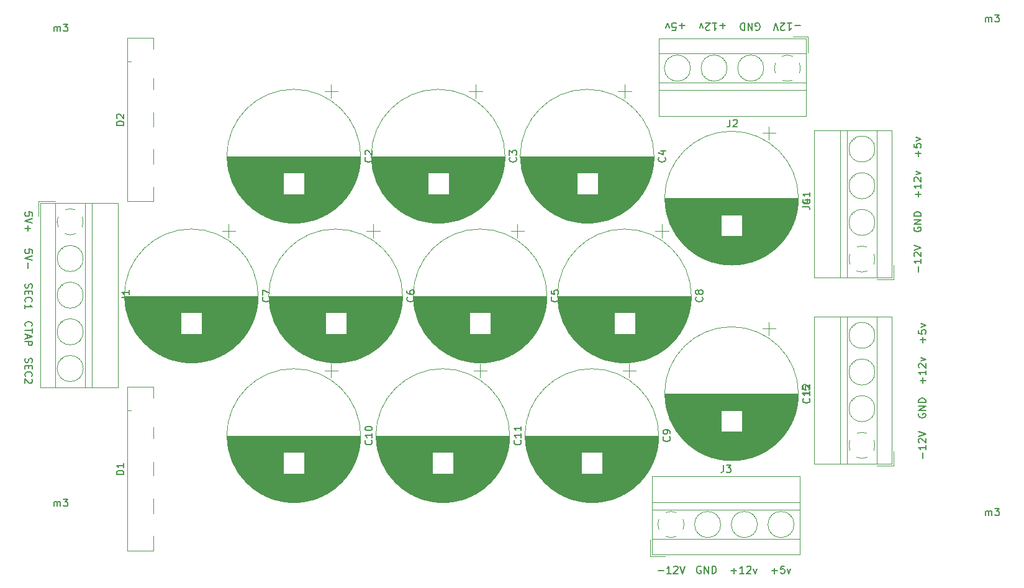
<source format=gbr>
%TF.GenerationSoftware,KiCad,Pcbnew,(5.1.10)-1*%
%TF.CreationDate,2022-10-12T12:02:34-04:00*%
%TF.ProjectId,Layout,4c61796f-7574-42e6-9b69-6361645f7063,rev?*%
%TF.SameCoordinates,Original*%
%TF.FileFunction,Legend,Top*%
%TF.FilePolarity,Positive*%
%FSLAX46Y46*%
G04 Gerber Fmt 4.6, Leading zero omitted, Abs format (unit mm)*
G04 Created by KiCad (PCBNEW (5.1.10)-1) date 2022-10-12 12:02:34*
%MOMM*%
%LPD*%
G01*
G04 APERTURE LIST*
%ADD10C,0.150000*%
%ADD11C,0.120000*%
G04 APERTURE END LIST*
D10*
X160885238Y-115125714D02*
X160837619Y-115268571D01*
X160837619Y-115506666D01*
X160885238Y-115601904D01*
X160932857Y-115649523D01*
X161028095Y-115697142D01*
X161123333Y-115697142D01*
X161218571Y-115649523D01*
X161266190Y-115601904D01*
X161313809Y-115506666D01*
X161361428Y-115316190D01*
X161409047Y-115220952D01*
X161456666Y-115173333D01*
X161551904Y-115125714D01*
X161647142Y-115125714D01*
X161742380Y-115173333D01*
X161790000Y-115220952D01*
X161837619Y-115316190D01*
X161837619Y-115554285D01*
X161790000Y-115697142D01*
X161361428Y-116125714D02*
X161361428Y-116459047D01*
X160837619Y-116601904D02*
X160837619Y-116125714D01*
X161837619Y-116125714D01*
X161837619Y-116601904D01*
X160932857Y-117601904D02*
X160885238Y-117554285D01*
X160837619Y-117411428D01*
X160837619Y-117316190D01*
X160885238Y-117173333D01*
X160980476Y-117078095D01*
X161075714Y-117030476D01*
X161266190Y-116982857D01*
X161409047Y-116982857D01*
X161599523Y-117030476D01*
X161694761Y-117078095D01*
X161790000Y-117173333D01*
X161837619Y-117316190D01*
X161837619Y-117411428D01*
X161790000Y-117554285D01*
X161742380Y-117601904D01*
X161742380Y-117982857D02*
X161790000Y-118030476D01*
X161837619Y-118125714D01*
X161837619Y-118363809D01*
X161790000Y-118459047D01*
X161742380Y-118506666D01*
X161647142Y-118554285D01*
X161551904Y-118554285D01*
X161409047Y-118506666D01*
X160837619Y-117935238D01*
X160837619Y-118554285D01*
X160932857Y-110760000D02*
X160885238Y-110712380D01*
X160837619Y-110569523D01*
X160837619Y-110474285D01*
X160885238Y-110331428D01*
X160980476Y-110236190D01*
X161075714Y-110188571D01*
X161266190Y-110140952D01*
X161409047Y-110140952D01*
X161599523Y-110188571D01*
X161694761Y-110236190D01*
X161790000Y-110331428D01*
X161837619Y-110474285D01*
X161837619Y-110569523D01*
X161790000Y-110712380D01*
X161742380Y-110760000D01*
X161837619Y-111045714D02*
X161837619Y-111617142D01*
X160837619Y-111331428D02*
X161837619Y-111331428D01*
X161123333Y-111902857D02*
X161123333Y-112379047D01*
X160837619Y-111807619D02*
X161837619Y-112140952D01*
X160837619Y-112474285D01*
X160837619Y-112807619D02*
X161837619Y-112807619D01*
X161837619Y-113188571D01*
X161790000Y-113283809D01*
X161742380Y-113331428D01*
X161647142Y-113379047D01*
X161504285Y-113379047D01*
X161409047Y-113331428D01*
X161361428Y-113283809D01*
X161313809Y-113188571D01*
X161313809Y-112807619D01*
X160885238Y-104965714D02*
X160837619Y-105108571D01*
X160837619Y-105346666D01*
X160885238Y-105441904D01*
X160932857Y-105489523D01*
X161028095Y-105537142D01*
X161123333Y-105537142D01*
X161218571Y-105489523D01*
X161266190Y-105441904D01*
X161313809Y-105346666D01*
X161361428Y-105156190D01*
X161409047Y-105060952D01*
X161456666Y-105013333D01*
X161551904Y-104965714D01*
X161647142Y-104965714D01*
X161742380Y-105013333D01*
X161790000Y-105060952D01*
X161837619Y-105156190D01*
X161837619Y-105394285D01*
X161790000Y-105537142D01*
X161361428Y-105965714D02*
X161361428Y-106299047D01*
X160837619Y-106441904D02*
X160837619Y-105965714D01*
X161837619Y-105965714D01*
X161837619Y-106441904D01*
X160932857Y-107441904D02*
X160885238Y-107394285D01*
X160837619Y-107251428D01*
X160837619Y-107156190D01*
X160885238Y-107013333D01*
X160980476Y-106918095D01*
X161075714Y-106870476D01*
X161266190Y-106822857D01*
X161409047Y-106822857D01*
X161599523Y-106870476D01*
X161694761Y-106918095D01*
X161790000Y-107013333D01*
X161837619Y-107156190D01*
X161837619Y-107251428D01*
X161790000Y-107394285D01*
X161742380Y-107441904D01*
X160837619Y-108394285D02*
X160837619Y-107822857D01*
X160837619Y-108108571D02*
X161837619Y-108108571D01*
X161694761Y-108013333D01*
X161599523Y-107918095D01*
X161551904Y-107822857D01*
X161837619Y-100790476D02*
X161837619Y-100314285D01*
X161361428Y-100266666D01*
X161409047Y-100314285D01*
X161456666Y-100409523D01*
X161456666Y-100647619D01*
X161409047Y-100742857D01*
X161361428Y-100790476D01*
X161266190Y-100838095D01*
X161028095Y-100838095D01*
X160932857Y-100790476D01*
X160885238Y-100742857D01*
X160837619Y-100647619D01*
X160837619Y-100409523D01*
X160885238Y-100314285D01*
X160932857Y-100266666D01*
X161837619Y-101123809D02*
X160837619Y-101457142D01*
X161837619Y-101790476D01*
X161218571Y-102123809D02*
X161218571Y-102885714D01*
X161837619Y-95710476D02*
X161837619Y-95234285D01*
X161361428Y-95186666D01*
X161409047Y-95234285D01*
X161456666Y-95329523D01*
X161456666Y-95567619D01*
X161409047Y-95662857D01*
X161361428Y-95710476D01*
X161266190Y-95758095D01*
X161028095Y-95758095D01*
X160932857Y-95710476D01*
X160885238Y-95662857D01*
X160837619Y-95567619D01*
X160837619Y-95329523D01*
X160885238Y-95234285D01*
X160932857Y-95186666D01*
X161837619Y-96043809D02*
X160837619Y-96377142D01*
X161837619Y-96710476D01*
X161218571Y-97043809D02*
X161218571Y-97805714D01*
X160837619Y-97424761D02*
X161599523Y-97424761D01*
X247158095Y-144089428D02*
X247920000Y-144089428D01*
X248920000Y-144470380D02*
X248348571Y-144470380D01*
X248634285Y-144470380D02*
X248634285Y-143470380D01*
X248539047Y-143613238D01*
X248443809Y-143708476D01*
X248348571Y-143756095D01*
X249300952Y-143565619D02*
X249348571Y-143518000D01*
X249443809Y-143470380D01*
X249681904Y-143470380D01*
X249777142Y-143518000D01*
X249824761Y-143565619D01*
X249872380Y-143660857D01*
X249872380Y-143756095D01*
X249824761Y-143898952D01*
X249253333Y-144470380D01*
X249872380Y-144470380D01*
X250158095Y-143470380D02*
X250491428Y-144470380D01*
X250824761Y-143470380D01*
X257111714Y-144089428D02*
X257873619Y-144089428D01*
X257492666Y-144470380D02*
X257492666Y-143708476D01*
X258873619Y-144470380D02*
X258302190Y-144470380D01*
X258587904Y-144470380D02*
X258587904Y-143470380D01*
X258492666Y-143613238D01*
X258397428Y-143708476D01*
X258302190Y-143756095D01*
X259254571Y-143565619D02*
X259302190Y-143518000D01*
X259397428Y-143470380D01*
X259635523Y-143470380D01*
X259730761Y-143518000D01*
X259778380Y-143565619D01*
X259826000Y-143660857D01*
X259826000Y-143756095D01*
X259778380Y-143898952D01*
X259206952Y-144470380D01*
X259826000Y-144470380D01*
X260159333Y-143803714D02*
X260397428Y-144470380D01*
X260635523Y-143803714D01*
X252984095Y-143518000D02*
X252888857Y-143470380D01*
X252746000Y-143470380D01*
X252603142Y-143518000D01*
X252507904Y-143613238D01*
X252460285Y-143708476D01*
X252412666Y-143898952D01*
X252412666Y-144041809D01*
X252460285Y-144232285D01*
X252507904Y-144327523D01*
X252603142Y-144422761D01*
X252746000Y-144470380D01*
X252841238Y-144470380D01*
X252984095Y-144422761D01*
X253031714Y-144375142D01*
X253031714Y-144041809D01*
X252841238Y-144041809D01*
X253460285Y-144470380D02*
X253460285Y-143470380D01*
X254031714Y-144470380D01*
X254031714Y-143470380D01*
X254507904Y-144470380D02*
X254507904Y-143470380D01*
X254746000Y-143470380D01*
X254888857Y-143518000D01*
X254984095Y-143613238D01*
X255031714Y-143708476D01*
X255079333Y-143898952D01*
X255079333Y-144041809D01*
X255031714Y-144232285D01*
X254984095Y-144327523D01*
X254888857Y-144422761D01*
X254746000Y-144470380D01*
X254507904Y-144470380D01*
X262667904Y-144089428D02*
X263429809Y-144089428D01*
X263048857Y-144470380D02*
X263048857Y-143708476D01*
X264382190Y-143470380D02*
X263906000Y-143470380D01*
X263858380Y-143946571D01*
X263906000Y-143898952D01*
X264001238Y-143851333D01*
X264239333Y-143851333D01*
X264334571Y-143898952D01*
X264382190Y-143946571D01*
X264429809Y-144041809D01*
X264429809Y-144279904D01*
X264382190Y-144375142D01*
X264334571Y-144422761D01*
X264239333Y-144470380D01*
X264001238Y-144470380D01*
X263906000Y-144422761D01*
X263858380Y-144375142D01*
X264763142Y-143803714D02*
X265001238Y-144470380D01*
X265239333Y-143803714D01*
X266556904Y-69778571D02*
X265795000Y-69778571D01*
X264795000Y-69397619D02*
X265366428Y-69397619D01*
X265080714Y-69397619D02*
X265080714Y-70397619D01*
X265175952Y-70254761D01*
X265271190Y-70159523D01*
X265366428Y-70111904D01*
X264414047Y-70302380D02*
X264366428Y-70350000D01*
X264271190Y-70397619D01*
X264033095Y-70397619D01*
X263937857Y-70350000D01*
X263890238Y-70302380D01*
X263842619Y-70207142D01*
X263842619Y-70111904D01*
X263890238Y-69969047D01*
X264461666Y-69397619D01*
X263842619Y-69397619D01*
X263556904Y-70397619D02*
X263223571Y-69397619D01*
X262890238Y-70397619D01*
X256349285Y-69778571D02*
X255587380Y-69778571D01*
X255968333Y-69397619D02*
X255968333Y-70159523D01*
X254587380Y-69397619D02*
X255158809Y-69397619D01*
X254873095Y-69397619D02*
X254873095Y-70397619D01*
X254968333Y-70254761D01*
X255063571Y-70159523D01*
X255158809Y-70111904D01*
X254206428Y-70302380D02*
X254158809Y-70350000D01*
X254063571Y-70397619D01*
X253825476Y-70397619D01*
X253730238Y-70350000D01*
X253682619Y-70302380D01*
X253635000Y-70207142D01*
X253635000Y-70111904D01*
X253682619Y-69969047D01*
X254254047Y-69397619D01*
X253635000Y-69397619D01*
X253301666Y-70064285D02*
X253063571Y-69397619D01*
X252825476Y-70064285D01*
X260476904Y-70350000D02*
X260572142Y-70397619D01*
X260715000Y-70397619D01*
X260857857Y-70350000D01*
X260953095Y-70254761D01*
X261000714Y-70159523D01*
X261048333Y-69969047D01*
X261048333Y-69826190D01*
X261000714Y-69635714D01*
X260953095Y-69540476D01*
X260857857Y-69445238D01*
X260715000Y-69397619D01*
X260619761Y-69397619D01*
X260476904Y-69445238D01*
X260429285Y-69492857D01*
X260429285Y-69826190D01*
X260619761Y-69826190D01*
X260000714Y-69397619D02*
X260000714Y-70397619D01*
X259429285Y-69397619D01*
X259429285Y-70397619D01*
X258953095Y-69397619D02*
X258953095Y-70397619D01*
X258715000Y-70397619D01*
X258572142Y-70350000D01*
X258476904Y-70254761D01*
X258429285Y-70159523D01*
X258381666Y-69969047D01*
X258381666Y-69826190D01*
X258429285Y-69635714D01*
X258476904Y-69540476D01*
X258572142Y-69445238D01*
X258715000Y-69397619D01*
X258953095Y-69397619D01*
X250793095Y-69778571D02*
X250031190Y-69778571D01*
X250412142Y-69397619D02*
X250412142Y-70159523D01*
X249078809Y-70397619D02*
X249555000Y-70397619D01*
X249602619Y-69921428D01*
X249555000Y-69969047D01*
X249459761Y-70016666D01*
X249221666Y-70016666D01*
X249126428Y-69969047D01*
X249078809Y-69921428D01*
X249031190Y-69826190D01*
X249031190Y-69588095D01*
X249078809Y-69492857D01*
X249126428Y-69445238D01*
X249221666Y-69397619D01*
X249459761Y-69397619D01*
X249555000Y-69445238D01*
X249602619Y-69492857D01*
X248697857Y-70064285D02*
X248459761Y-69397619D01*
X248221666Y-70064285D01*
X283281428Y-128761904D02*
X283281428Y-128000000D01*
X283662380Y-127000000D02*
X283662380Y-127571428D01*
X283662380Y-127285714D02*
X282662380Y-127285714D01*
X282805238Y-127380952D01*
X282900476Y-127476190D01*
X282948095Y-127571428D01*
X282757619Y-126619047D02*
X282710000Y-126571428D01*
X282662380Y-126476190D01*
X282662380Y-126238095D01*
X282710000Y-126142857D01*
X282757619Y-126095238D01*
X282852857Y-126047619D01*
X282948095Y-126047619D01*
X283090952Y-126095238D01*
X283662380Y-126666666D01*
X283662380Y-126047619D01*
X282662380Y-125761904D02*
X283662380Y-125428571D01*
X282662380Y-125095238D01*
X283281428Y-118554285D02*
X283281428Y-117792380D01*
X283662380Y-118173333D02*
X282900476Y-118173333D01*
X283662380Y-116792380D02*
X283662380Y-117363809D01*
X283662380Y-117078095D02*
X282662380Y-117078095D01*
X282805238Y-117173333D01*
X282900476Y-117268571D01*
X282948095Y-117363809D01*
X282757619Y-116411428D02*
X282710000Y-116363809D01*
X282662380Y-116268571D01*
X282662380Y-116030476D01*
X282710000Y-115935238D01*
X282757619Y-115887619D01*
X282852857Y-115840000D01*
X282948095Y-115840000D01*
X283090952Y-115887619D01*
X283662380Y-116459047D01*
X283662380Y-115840000D01*
X282995714Y-115506666D02*
X283662380Y-115268571D01*
X282995714Y-115030476D01*
X282710000Y-122681904D02*
X282662380Y-122777142D01*
X282662380Y-122920000D01*
X282710000Y-123062857D01*
X282805238Y-123158095D01*
X282900476Y-123205714D01*
X283090952Y-123253333D01*
X283233809Y-123253333D01*
X283424285Y-123205714D01*
X283519523Y-123158095D01*
X283614761Y-123062857D01*
X283662380Y-122920000D01*
X283662380Y-122824761D01*
X283614761Y-122681904D01*
X283567142Y-122634285D01*
X283233809Y-122634285D01*
X283233809Y-122824761D01*
X283662380Y-122205714D02*
X282662380Y-122205714D01*
X283662380Y-121634285D01*
X282662380Y-121634285D01*
X283662380Y-121158095D02*
X282662380Y-121158095D01*
X282662380Y-120920000D01*
X282710000Y-120777142D01*
X282805238Y-120681904D01*
X282900476Y-120634285D01*
X283090952Y-120586666D01*
X283233809Y-120586666D01*
X283424285Y-120634285D01*
X283519523Y-120681904D01*
X283614761Y-120777142D01*
X283662380Y-120920000D01*
X283662380Y-121158095D01*
X283281428Y-112998095D02*
X283281428Y-112236190D01*
X283662380Y-112617142D02*
X282900476Y-112617142D01*
X282662380Y-111283809D02*
X282662380Y-111760000D01*
X283138571Y-111807619D01*
X283090952Y-111760000D01*
X283043333Y-111664761D01*
X283043333Y-111426666D01*
X283090952Y-111331428D01*
X283138571Y-111283809D01*
X283233809Y-111236190D01*
X283471904Y-111236190D01*
X283567142Y-111283809D01*
X283614761Y-111331428D01*
X283662380Y-111426666D01*
X283662380Y-111664761D01*
X283614761Y-111760000D01*
X283567142Y-111807619D01*
X282995714Y-110902857D02*
X283662380Y-110664761D01*
X282995714Y-110426666D01*
X282646428Y-103361904D02*
X282646428Y-102600000D01*
X283027380Y-101600000D02*
X283027380Y-102171428D01*
X283027380Y-101885714D02*
X282027380Y-101885714D01*
X282170238Y-101980952D01*
X282265476Y-102076190D01*
X282313095Y-102171428D01*
X282122619Y-101219047D02*
X282075000Y-101171428D01*
X282027380Y-101076190D01*
X282027380Y-100838095D01*
X282075000Y-100742857D01*
X282122619Y-100695238D01*
X282217857Y-100647619D01*
X282313095Y-100647619D01*
X282455952Y-100695238D01*
X283027380Y-101266666D01*
X283027380Y-100647619D01*
X282027380Y-100361904D02*
X283027380Y-100028571D01*
X282027380Y-99695238D01*
X282075000Y-97281904D02*
X282027380Y-97377142D01*
X282027380Y-97520000D01*
X282075000Y-97662857D01*
X282170238Y-97758095D01*
X282265476Y-97805714D01*
X282455952Y-97853333D01*
X282598809Y-97853333D01*
X282789285Y-97805714D01*
X282884523Y-97758095D01*
X282979761Y-97662857D01*
X283027380Y-97520000D01*
X283027380Y-97424761D01*
X282979761Y-97281904D01*
X282932142Y-97234285D01*
X282598809Y-97234285D01*
X282598809Y-97424761D01*
X283027380Y-96805714D02*
X282027380Y-96805714D01*
X283027380Y-96234285D01*
X282027380Y-96234285D01*
X283027380Y-95758095D02*
X282027380Y-95758095D01*
X282027380Y-95520000D01*
X282075000Y-95377142D01*
X282170238Y-95281904D01*
X282265476Y-95234285D01*
X282455952Y-95186666D01*
X282598809Y-95186666D01*
X282789285Y-95234285D01*
X282884523Y-95281904D01*
X282979761Y-95377142D01*
X283027380Y-95520000D01*
X283027380Y-95758095D01*
X282646428Y-93154285D02*
X282646428Y-92392380D01*
X283027380Y-92773333D02*
X282265476Y-92773333D01*
X283027380Y-91392380D02*
X283027380Y-91963809D01*
X283027380Y-91678095D02*
X282027380Y-91678095D01*
X282170238Y-91773333D01*
X282265476Y-91868571D01*
X282313095Y-91963809D01*
X282122619Y-91011428D02*
X282075000Y-90963809D01*
X282027380Y-90868571D01*
X282027380Y-90630476D01*
X282075000Y-90535238D01*
X282122619Y-90487619D01*
X282217857Y-90440000D01*
X282313095Y-90440000D01*
X282455952Y-90487619D01*
X283027380Y-91059047D01*
X283027380Y-90440000D01*
X282360714Y-90106666D02*
X283027380Y-89868571D01*
X282360714Y-89630476D01*
X282646428Y-87598095D02*
X282646428Y-86836190D01*
X283027380Y-87217142D02*
X282265476Y-87217142D01*
X282027380Y-85883809D02*
X282027380Y-86360000D01*
X282503571Y-86407619D01*
X282455952Y-86360000D01*
X282408333Y-86264761D01*
X282408333Y-86026666D01*
X282455952Y-85931428D01*
X282503571Y-85883809D01*
X282598809Y-85836190D01*
X282836904Y-85836190D01*
X282932142Y-85883809D01*
X282979761Y-85931428D01*
X283027380Y-86026666D01*
X283027380Y-86264761D01*
X282979761Y-86360000D01*
X282932142Y-86407619D01*
X282360714Y-85502857D02*
X283027380Y-85264761D01*
X282360714Y-85026666D01*
D11*
%TO.C,C12*%
X266295000Y-119955000D02*
G75*
G03*
X266295000Y-119955000I-9120000J0D01*
G01*
X266256000Y-119955000D02*
X248094000Y-119955000D01*
X266255000Y-119995000D02*
X248095000Y-119995000D01*
X266255000Y-120035000D02*
X248095000Y-120035000D01*
X266255000Y-120075000D02*
X248095000Y-120075000D01*
X266254000Y-120115000D02*
X248096000Y-120115000D01*
X266253000Y-120155000D02*
X248097000Y-120155000D01*
X266252000Y-120195000D02*
X248098000Y-120195000D01*
X266251000Y-120235000D02*
X248099000Y-120235000D01*
X266250000Y-120275000D02*
X248100000Y-120275000D01*
X266248000Y-120315000D02*
X248102000Y-120315000D01*
X266247000Y-120355000D02*
X248103000Y-120355000D01*
X266245000Y-120395000D02*
X248105000Y-120395000D01*
X266243000Y-120435000D02*
X248107000Y-120435000D01*
X266241000Y-120475000D02*
X248109000Y-120475000D01*
X266238000Y-120515000D02*
X248112000Y-120515000D01*
X266236000Y-120555000D02*
X248114000Y-120555000D01*
X266233000Y-120595000D02*
X248117000Y-120595000D01*
X266230000Y-120635000D02*
X248120000Y-120635000D01*
X266227000Y-120676000D02*
X248123000Y-120676000D01*
X266224000Y-120716000D02*
X248126000Y-120716000D01*
X266220000Y-120756000D02*
X248130000Y-120756000D01*
X266217000Y-120796000D02*
X248133000Y-120796000D01*
X266213000Y-120836000D02*
X248137000Y-120836000D01*
X266209000Y-120876000D02*
X248141000Y-120876000D01*
X266205000Y-120916000D02*
X248145000Y-120916000D01*
X266201000Y-120956000D02*
X248149000Y-120956000D01*
X266196000Y-120996000D02*
X248154000Y-120996000D01*
X266191000Y-121036000D02*
X248159000Y-121036000D01*
X266186000Y-121076000D02*
X248164000Y-121076000D01*
X266181000Y-121116000D02*
X248169000Y-121116000D01*
X266176000Y-121156000D02*
X248174000Y-121156000D01*
X266171000Y-121196000D02*
X248179000Y-121196000D01*
X266165000Y-121236000D02*
X248185000Y-121236000D01*
X266159000Y-121276000D02*
X248191000Y-121276000D01*
X266154000Y-121316000D02*
X248196000Y-121316000D01*
X266147000Y-121356000D02*
X248203000Y-121356000D01*
X266141000Y-121396000D02*
X248209000Y-121396000D01*
X266135000Y-121436000D02*
X248215000Y-121436000D01*
X266128000Y-121476000D02*
X248222000Y-121476000D01*
X266121000Y-121516000D02*
X248229000Y-121516000D01*
X266114000Y-121556000D02*
X248236000Y-121556000D01*
X266107000Y-121596000D02*
X248243000Y-121596000D01*
X266099000Y-121636000D02*
X248251000Y-121636000D01*
X266092000Y-121676000D02*
X248258000Y-121676000D01*
X266084000Y-121716000D02*
X248266000Y-121716000D01*
X266076000Y-121756000D02*
X248274000Y-121756000D01*
X266068000Y-121796000D02*
X248282000Y-121796000D01*
X266060000Y-121836000D02*
X248290000Y-121836000D01*
X266051000Y-121876000D02*
X248299000Y-121876000D01*
X266042000Y-121916000D02*
X248308000Y-121916000D01*
X266033000Y-121956000D02*
X248317000Y-121956000D01*
X266024000Y-121996000D02*
X248326000Y-121996000D01*
X266015000Y-122036000D02*
X248335000Y-122036000D01*
X266006000Y-122076000D02*
X248344000Y-122076000D01*
X265996000Y-122116000D02*
X248354000Y-122116000D01*
X265986000Y-122156000D02*
X248364000Y-122156000D01*
X265976000Y-122196000D02*
X248374000Y-122196000D01*
X265966000Y-122236000D02*
X248384000Y-122236000D01*
X265955000Y-122276000D02*
X258615000Y-122276000D01*
X255735000Y-122276000D02*
X248395000Y-122276000D01*
X265945000Y-122316000D02*
X258615000Y-122316000D01*
X255735000Y-122316000D02*
X248405000Y-122316000D01*
X265934000Y-122356000D02*
X258615000Y-122356000D01*
X255735000Y-122356000D02*
X248416000Y-122356000D01*
X265923000Y-122396000D02*
X258615000Y-122396000D01*
X255735000Y-122396000D02*
X248427000Y-122396000D01*
X265912000Y-122436000D02*
X258615000Y-122436000D01*
X255735000Y-122436000D02*
X248438000Y-122436000D01*
X265900000Y-122476000D02*
X258615000Y-122476000D01*
X255735000Y-122476000D02*
X248450000Y-122476000D01*
X265889000Y-122516000D02*
X258615000Y-122516000D01*
X255735000Y-122516000D02*
X248461000Y-122516000D01*
X265877000Y-122556000D02*
X258615000Y-122556000D01*
X255735000Y-122556000D02*
X248473000Y-122556000D01*
X265865000Y-122596000D02*
X258615000Y-122596000D01*
X255735000Y-122596000D02*
X248485000Y-122596000D01*
X265853000Y-122636000D02*
X258615000Y-122636000D01*
X255735000Y-122636000D02*
X248497000Y-122636000D01*
X265840000Y-122676000D02*
X258615000Y-122676000D01*
X255735000Y-122676000D02*
X248510000Y-122676000D01*
X265828000Y-122716000D02*
X258615000Y-122716000D01*
X255735000Y-122716000D02*
X248522000Y-122716000D01*
X265815000Y-122756000D02*
X258615000Y-122756000D01*
X255735000Y-122756000D02*
X248535000Y-122756000D01*
X265802000Y-122796000D02*
X258615000Y-122796000D01*
X255735000Y-122796000D02*
X248548000Y-122796000D01*
X265789000Y-122836000D02*
X258615000Y-122836000D01*
X255735000Y-122836000D02*
X248561000Y-122836000D01*
X265775000Y-122876000D02*
X258615000Y-122876000D01*
X255735000Y-122876000D02*
X248575000Y-122876000D01*
X265762000Y-122916000D02*
X258615000Y-122916000D01*
X255735000Y-122916000D02*
X248588000Y-122916000D01*
X265748000Y-122956000D02*
X258615000Y-122956000D01*
X255735000Y-122956000D02*
X248602000Y-122956000D01*
X265734000Y-122996000D02*
X258615000Y-122996000D01*
X255735000Y-122996000D02*
X248616000Y-122996000D01*
X265720000Y-123036000D02*
X258615000Y-123036000D01*
X255735000Y-123036000D02*
X248630000Y-123036000D01*
X265705000Y-123076000D02*
X258615000Y-123076000D01*
X255735000Y-123076000D02*
X248645000Y-123076000D01*
X265691000Y-123116000D02*
X258615000Y-123116000D01*
X255735000Y-123116000D02*
X248659000Y-123116000D01*
X265676000Y-123156000D02*
X258615000Y-123156000D01*
X255735000Y-123156000D02*
X248674000Y-123156000D01*
X265661000Y-123196000D02*
X258615000Y-123196000D01*
X255735000Y-123196000D02*
X248689000Y-123196000D01*
X265645000Y-123236000D02*
X258615000Y-123236000D01*
X255735000Y-123236000D02*
X248705000Y-123236000D01*
X265630000Y-123276000D02*
X258615000Y-123276000D01*
X255735000Y-123276000D02*
X248720000Y-123276000D01*
X265614000Y-123316000D02*
X258615000Y-123316000D01*
X255735000Y-123316000D02*
X248736000Y-123316000D01*
X265598000Y-123356000D02*
X258615000Y-123356000D01*
X255735000Y-123356000D02*
X248752000Y-123356000D01*
X265582000Y-123396000D02*
X258615000Y-123396000D01*
X255735000Y-123396000D02*
X248768000Y-123396000D01*
X265565000Y-123436000D02*
X258615000Y-123436000D01*
X255735000Y-123436000D02*
X248785000Y-123436000D01*
X265549000Y-123476000D02*
X258615000Y-123476000D01*
X255735000Y-123476000D02*
X248801000Y-123476000D01*
X265532000Y-123516000D02*
X258615000Y-123516000D01*
X255735000Y-123516000D02*
X248818000Y-123516000D01*
X265515000Y-123556000D02*
X258615000Y-123556000D01*
X255735000Y-123556000D02*
X248835000Y-123556000D01*
X265498000Y-123596000D02*
X258615000Y-123596000D01*
X255735000Y-123596000D02*
X248852000Y-123596000D01*
X265480000Y-123636000D02*
X258615000Y-123636000D01*
X255735000Y-123636000D02*
X248870000Y-123636000D01*
X265462000Y-123676000D02*
X258615000Y-123676000D01*
X255735000Y-123676000D02*
X248888000Y-123676000D01*
X265444000Y-123716000D02*
X258615000Y-123716000D01*
X255735000Y-123716000D02*
X248906000Y-123716000D01*
X265426000Y-123756000D02*
X258615000Y-123756000D01*
X255735000Y-123756000D02*
X248924000Y-123756000D01*
X265408000Y-123796000D02*
X258615000Y-123796000D01*
X255735000Y-123796000D02*
X248942000Y-123796000D01*
X265389000Y-123836000D02*
X258615000Y-123836000D01*
X255735000Y-123836000D02*
X248961000Y-123836000D01*
X265370000Y-123876000D02*
X258615000Y-123876000D01*
X255735000Y-123876000D02*
X248980000Y-123876000D01*
X265351000Y-123916000D02*
X258615000Y-123916000D01*
X255735000Y-123916000D02*
X248999000Y-123916000D01*
X265331000Y-123956000D02*
X258615000Y-123956000D01*
X255735000Y-123956000D02*
X249019000Y-123956000D01*
X265312000Y-123996000D02*
X258615000Y-123996000D01*
X255735000Y-123996000D02*
X249038000Y-123996000D01*
X265292000Y-124036000D02*
X258615000Y-124036000D01*
X255735000Y-124036000D02*
X249058000Y-124036000D01*
X265272000Y-124076000D02*
X258615000Y-124076000D01*
X255735000Y-124076000D02*
X249078000Y-124076000D01*
X265251000Y-124116000D02*
X258615000Y-124116000D01*
X255735000Y-124116000D02*
X249099000Y-124116000D01*
X265231000Y-124156000D02*
X258615000Y-124156000D01*
X255735000Y-124156000D02*
X249119000Y-124156000D01*
X265210000Y-124196000D02*
X258615000Y-124196000D01*
X255735000Y-124196000D02*
X249140000Y-124196000D01*
X265189000Y-124236000D02*
X258615000Y-124236000D01*
X255735000Y-124236000D02*
X249161000Y-124236000D01*
X265167000Y-124276000D02*
X258615000Y-124276000D01*
X255735000Y-124276000D02*
X249183000Y-124276000D01*
X265146000Y-124316000D02*
X258615000Y-124316000D01*
X255735000Y-124316000D02*
X249204000Y-124316000D01*
X265124000Y-124356000D02*
X258615000Y-124356000D01*
X255735000Y-124356000D02*
X249226000Y-124356000D01*
X265102000Y-124396000D02*
X258615000Y-124396000D01*
X255735000Y-124396000D02*
X249248000Y-124396000D01*
X265079000Y-124436000D02*
X258615000Y-124436000D01*
X255735000Y-124436000D02*
X249271000Y-124436000D01*
X265057000Y-124476000D02*
X258615000Y-124476000D01*
X255735000Y-124476000D02*
X249293000Y-124476000D01*
X265034000Y-124516000D02*
X258615000Y-124516000D01*
X255735000Y-124516000D02*
X249316000Y-124516000D01*
X265010000Y-124556000D02*
X258615000Y-124556000D01*
X255735000Y-124556000D02*
X249340000Y-124556000D01*
X264987000Y-124596000D02*
X258615000Y-124596000D01*
X255735000Y-124596000D02*
X249363000Y-124596000D01*
X264963000Y-124636000D02*
X258615000Y-124636000D01*
X255735000Y-124636000D02*
X249387000Y-124636000D01*
X264939000Y-124676000D02*
X258615000Y-124676000D01*
X255735000Y-124676000D02*
X249411000Y-124676000D01*
X264915000Y-124716000D02*
X258615000Y-124716000D01*
X255735000Y-124716000D02*
X249435000Y-124716000D01*
X264890000Y-124756000D02*
X258615000Y-124756000D01*
X255735000Y-124756000D02*
X249460000Y-124756000D01*
X264865000Y-124796000D02*
X258615000Y-124796000D01*
X255735000Y-124796000D02*
X249485000Y-124796000D01*
X264840000Y-124836000D02*
X258615000Y-124836000D01*
X255735000Y-124836000D02*
X249510000Y-124836000D01*
X264815000Y-124876000D02*
X258615000Y-124876000D01*
X255735000Y-124876000D02*
X249535000Y-124876000D01*
X264789000Y-124916000D02*
X258615000Y-124916000D01*
X255735000Y-124916000D02*
X249561000Y-124916000D01*
X264763000Y-124956000D02*
X258615000Y-124956000D01*
X255735000Y-124956000D02*
X249587000Y-124956000D01*
X264736000Y-124996000D02*
X258615000Y-124996000D01*
X255735000Y-124996000D02*
X249614000Y-124996000D01*
X264710000Y-125036000D02*
X258615000Y-125036000D01*
X255735000Y-125036000D02*
X249640000Y-125036000D01*
X264683000Y-125076000D02*
X258615000Y-125076000D01*
X255735000Y-125076000D02*
X249667000Y-125076000D01*
X264655000Y-125116000D02*
X258615000Y-125116000D01*
X255735000Y-125116000D02*
X249695000Y-125116000D01*
X264628000Y-125156000D02*
X249722000Y-125156000D01*
X264600000Y-125196000D02*
X249750000Y-125196000D01*
X264572000Y-125236000D02*
X249778000Y-125236000D01*
X264543000Y-125276000D02*
X249807000Y-125276000D01*
X264514000Y-125316000D02*
X249836000Y-125316000D01*
X264485000Y-125356000D02*
X249865000Y-125356000D01*
X264455000Y-125396000D02*
X249895000Y-125396000D01*
X264425000Y-125436000D02*
X249925000Y-125436000D01*
X264395000Y-125476000D02*
X249955000Y-125476000D01*
X264365000Y-125516000D02*
X249985000Y-125516000D01*
X264334000Y-125556000D02*
X250016000Y-125556000D01*
X264302000Y-125596000D02*
X250048000Y-125596000D01*
X264271000Y-125636000D02*
X250079000Y-125636000D01*
X264239000Y-125676000D02*
X250111000Y-125676000D01*
X264206000Y-125716000D02*
X250144000Y-125716000D01*
X264174000Y-125756000D02*
X250176000Y-125756000D01*
X264140000Y-125796000D02*
X250210000Y-125796000D01*
X264107000Y-125836000D02*
X250243000Y-125836000D01*
X264073000Y-125876000D02*
X250277000Y-125876000D01*
X264039000Y-125916000D02*
X250311000Y-125916000D01*
X264004000Y-125956000D02*
X250346000Y-125956000D01*
X263969000Y-125996000D02*
X250381000Y-125996000D01*
X263933000Y-126036000D02*
X250417000Y-126036000D01*
X263897000Y-126076000D02*
X250453000Y-126076000D01*
X263861000Y-126116000D02*
X250489000Y-126116000D01*
X263824000Y-126156000D02*
X250526000Y-126156000D01*
X263787000Y-126196000D02*
X250563000Y-126196000D01*
X263749000Y-126236000D02*
X250601000Y-126236000D01*
X263711000Y-126276000D02*
X250639000Y-126276000D01*
X263672000Y-126316000D02*
X250678000Y-126316000D01*
X263633000Y-126356000D02*
X250717000Y-126356000D01*
X263593000Y-126396000D02*
X250757000Y-126396000D01*
X263553000Y-126436000D02*
X250797000Y-126436000D01*
X263512000Y-126476000D02*
X250838000Y-126476000D01*
X263471000Y-126516000D02*
X250879000Y-126516000D01*
X263429000Y-126556000D02*
X250921000Y-126556000D01*
X263387000Y-126596000D02*
X250963000Y-126596000D01*
X263345000Y-126636000D02*
X251005000Y-126636000D01*
X263301000Y-126676000D02*
X251049000Y-126676000D01*
X263257000Y-126716000D02*
X251093000Y-126716000D01*
X263213000Y-126756000D02*
X251137000Y-126756000D01*
X263168000Y-126796000D02*
X251182000Y-126796000D01*
X263122000Y-126836000D02*
X251228000Y-126836000D01*
X263076000Y-126876000D02*
X251274000Y-126876000D01*
X263029000Y-126916000D02*
X251321000Y-126916000D01*
X262981000Y-126956000D02*
X251369000Y-126956000D01*
X262933000Y-126996000D02*
X251417000Y-126996000D01*
X262884000Y-127036000D02*
X251466000Y-127036000D01*
X262835000Y-127076000D02*
X251515000Y-127076000D01*
X262784000Y-127116000D02*
X251566000Y-127116000D01*
X262733000Y-127156000D02*
X251617000Y-127156000D01*
X262681000Y-127196000D02*
X251669000Y-127196000D01*
X262629000Y-127236000D02*
X251721000Y-127236000D01*
X262575000Y-127276000D02*
X251775000Y-127276000D01*
X262521000Y-127316000D02*
X251829000Y-127316000D01*
X262466000Y-127356000D02*
X251884000Y-127356000D01*
X262410000Y-127396000D02*
X251940000Y-127396000D01*
X262353000Y-127436000D02*
X251997000Y-127436000D01*
X262295000Y-127476000D02*
X252055000Y-127476000D01*
X262237000Y-127516000D02*
X252113000Y-127516000D01*
X262177000Y-127556000D02*
X252173000Y-127556000D01*
X262116000Y-127596000D02*
X252234000Y-127596000D01*
X262054000Y-127636000D02*
X252296000Y-127636000D01*
X261991000Y-127676000D02*
X252359000Y-127676000D01*
X261927000Y-127716000D02*
X252423000Y-127716000D01*
X261861000Y-127756000D02*
X252489000Y-127756000D01*
X261795000Y-127796000D02*
X252555000Y-127796000D01*
X261727000Y-127836000D02*
X252623000Y-127836000D01*
X261657000Y-127876000D02*
X252693000Y-127876000D01*
X261587000Y-127916000D02*
X252763000Y-127916000D01*
X261514000Y-127956000D02*
X252836000Y-127956000D01*
X261440000Y-127996000D02*
X252910000Y-127996000D01*
X261365000Y-128036000D02*
X252985000Y-128036000D01*
X261288000Y-128076000D02*
X253062000Y-128076000D01*
X261208000Y-128116000D02*
X253142000Y-128116000D01*
X261127000Y-128155000D02*
X253223000Y-128155000D01*
X261044000Y-128195000D02*
X253306000Y-128195000D01*
X260959000Y-128235000D02*
X253391000Y-128235000D01*
X260871000Y-128275000D02*
X253479000Y-128275000D01*
X260780000Y-128315000D02*
X253570000Y-128315000D01*
X260687000Y-128355000D02*
X253663000Y-128355000D01*
X260591000Y-128395000D02*
X253759000Y-128395000D01*
X260492000Y-128435000D02*
X253858000Y-128435000D01*
X260389000Y-128475000D02*
X253961000Y-128475000D01*
X260282000Y-128515000D02*
X254068000Y-128515000D01*
X260171000Y-128555000D02*
X254179000Y-128555000D01*
X260055000Y-128595000D02*
X254295000Y-128595000D01*
X259934000Y-128635000D02*
X254416000Y-128635000D01*
X259807000Y-128675000D02*
X254543000Y-128675000D01*
X259673000Y-128715000D02*
X254677000Y-128715000D01*
X259530000Y-128755000D02*
X254820000Y-128755000D01*
X259378000Y-128795000D02*
X254972000Y-128795000D01*
X259214000Y-128835000D02*
X255136000Y-128835000D01*
X259035000Y-128875000D02*
X255315000Y-128875000D01*
X258836000Y-128915000D02*
X255514000Y-128915000D01*
X258610000Y-128955000D02*
X255740000Y-128955000D01*
X258341000Y-128995000D02*
X256009000Y-128995000D01*
X257989000Y-129035000D02*
X256361000Y-129035000D01*
X257215000Y-129075000D02*
X257135000Y-129075000D01*
X262290000Y-110195560D02*
X262290000Y-111995560D01*
X263190000Y-111095560D02*
X261390000Y-111095560D01*
%TO.C,C4*%
X246610000Y-87570000D02*
G75*
G03*
X246610000Y-87570000I-9120000J0D01*
G01*
X246571000Y-87570000D02*
X228409000Y-87570000D01*
X246570000Y-87610000D02*
X228410000Y-87610000D01*
X246570000Y-87650000D02*
X228410000Y-87650000D01*
X246570000Y-87690000D02*
X228410000Y-87690000D01*
X246569000Y-87730000D02*
X228411000Y-87730000D01*
X246568000Y-87770000D02*
X228412000Y-87770000D01*
X246567000Y-87810000D02*
X228413000Y-87810000D01*
X246566000Y-87850000D02*
X228414000Y-87850000D01*
X246565000Y-87890000D02*
X228415000Y-87890000D01*
X246563000Y-87930000D02*
X228417000Y-87930000D01*
X246562000Y-87970000D02*
X228418000Y-87970000D01*
X246560000Y-88010000D02*
X228420000Y-88010000D01*
X246558000Y-88050000D02*
X228422000Y-88050000D01*
X246556000Y-88090000D02*
X228424000Y-88090000D01*
X246553000Y-88130000D02*
X228427000Y-88130000D01*
X246551000Y-88170000D02*
X228429000Y-88170000D01*
X246548000Y-88210000D02*
X228432000Y-88210000D01*
X246545000Y-88250000D02*
X228435000Y-88250000D01*
X246542000Y-88291000D02*
X228438000Y-88291000D01*
X246539000Y-88331000D02*
X228441000Y-88331000D01*
X246535000Y-88371000D02*
X228445000Y-88371000D01*
X246532000Y-88411000D02*
X228448000Y-88411000D01*
X246528000Y-88451000D02*
X228452000Y-88451000D01*
X246524000Y-88491000D02*
X228456000Y-88491000D01*
X246520000Y-88531000D02*
X228460000Y-88531000D01*
X246516000Y-88571000D02*
X228464000Y-88571000D01*
X246511000Y-88611000D02*
X228469000Y-88611000D01*
X246506000Y-88651000D02*
X228474000Y-88651000D01*
X246501000Y-88691000D02*
X228479000Y-88691000D01*
X246496000Y-88731000D02*
X228484000Y-88731000D01*
X246491000Y-88771000D02*
X228489000Y-88771000D01*
X246486000Y-88811000D02*
X228494000Y-88811000D01*
X246480000Y-88851000D02*
X228500000Y-88851000D01*
X246474000Y-88891000D02*
X228506000Y-88891000D01*
X246469000Y-88931000D02*
X228511000Y-88931000D01*
X246462000Y-88971000D02*
X228518000Y-88971000D01*
X246456000Y-89011000D02*
X228524000Y-89011000D01*
X246450000Y-89051000D02*
X228530000Y-89051000D01*
X246443000Y-89091000D02*
X228537000Y-89091000D01*
X246436000Y-89131000D02*
X228544000Y-89131000D01*
X246429000Y-89171000D02*
X228551000Y-89171000D01*
X246422000Y-89211000D02*
X228558000Y-89211000D01*
X246414000Y-89251000D02*
X228566000Y-89251000D01*
X246407000Y-89291000D02*
X228573000Y-89291000D01*
X246399000Y-89331000D02*
X228581000Y-89331000D01*
X246391000Y-89371000D02*
X228589000Y-89371000D01*
X246383000Y-89411000D02*
X228597000Y-89411000D01*
X246375000Y-89451000D02*
X228605000Y-89451000D01*
X246366000Y-89491000D02*
X228614000Y-89491000D01*
X246357000Y-89531000D02*
X228623000Y-89531000D01*
X246348000Y-89571000D02*
X228632000Y-89571000D01*
X246339000Y-89611000D02*
X228641000Y-89611000D01*
X246330000Y-89651000D02*
X228650000Y-89651000D01*
X246321000Y-89691000D02*
X228659000Y-89691000D01*
X246311000Y-89731000D02*
X228669000Y-89731000D01*
X246301000Y-89771000D02*
X228679000Y-89771000D01*
X246291000Y-89811000D02*
X228689000Y-89811000D01*
X246281000Y-89851000D02*
X228699000Y-89851000D01*
X246270000Y-89891000D02*
X238930000Y-89891000D01*
X236050000Y-89891000D02*
X228710000Y-89891000D01*
X246260000Y-89931000D02*
X238930000Y-89931000D01*
X236050000Y-89931000D02*
X228720000Y-89931000D01*
X246249000Y-89971000D02*
X238930000Y-89971000D01*
X236050000Y-89971000D02*
X228731000Y-89971000D01*
X246238000Y-90011000D02*
X238930000Y-90011000D01*
X236050000Y-90011000D02*
X228742000Y-90011000D01*
X246227000Y-90051000D02*
X238930000Y-90051000D01*
X236050000Y-90051000D02*
X228753000Y-90051000D01*
X246215000Y-90091000D02*
X238930000Y-90091000D01*
X236050000Y-90091000D02*
X228765000Y-90091000D01*
X246204000Y-90131000D02*
X238930000Y-90131000D01*
X236050000Y-90131000D02*
X228776000Y-90131000D01*
X246192000Y-90171000D02*
X238930000Y-90171000D01*
X236050000Y-90171000D02*
X228788000Y-90171000D01*
X246180000Y-90211000D02*
X238930000Y-90211000D01*
X236050000Y-90211000D02*
X228800000Y-90211000D01*
X246168000Y-90251000D02*
X238930000Y-90251000D01*
X236050000Y-90251000D02*
X228812000Y-90251000D01*
X246155000Y-90291000D02*
X238930000Y-90291000D01*
X236050000Y-90291000D02*
X228825000Y-90291000D01*
X246143000Y-90331000D02*
X238930000Y-90331000D01*
X236050000Y-90331000D02*
X228837000Y-90331000D01*
X246130000Y-90371000D02*
X238930000Y-90371000D01*
X236050000Y-90371000D02*
X228850000Y-90371000D01*
X246117000Y-90411000D02*
X238930000Y-90411000D01*
X236050000Y-90411000D02*
X228863000Y-90411000D01*
X246104000Y-90451000D02*
X238930000Y-90451000D01*
X236050000Y-90451000D02*
X228876000Y-90451000D01*
X246090000Y-90491000D02*
X238930000Y-90491000D01*
X236050000Y-90491000D02*
X228890000Y-90491000D01*
X246077000Y-90531000D02*
X238930000Y-90531000D01*
X236050000Y-90531000D02*
X228903000Y-90531000D01*
X246063000Y-90571000D02*
X238930000Y-90571000D01*
X236050000Y-90571000D02*
X228917000Y-90571000D01*
X246049000Y-90611000D02*
X238930000Y-90611000D01*
X236050000Y-90611000D02*
X228931000Y-90611000D01*
X246035000Y-90651000D02*
X238930000Y-90651000D01*
X236050000Y-90651000D02*
X228945000Y-90651000D01*
X246020000Y-90691000D02*
X238930000Y-90691000D01*
X236050000Y-90691000D02*
X228960000Y-90691000D01*
X246006000Y-90731000D02*
X238930000Y-90731000D01*
X236050000Y-90731000D02*
X228974000Y-90731000D01*
X245991000Y-90771000D02*
X238930000Y-90771000D01*
X236050000Y-90771000D02*
X228989000Y-90771000D01*
X245976000Y-90811000D02*
X238930000Y-90811000D01*
X236050000Y-90811000D02*
X229004000Y-90811000D01*
X245960000Y-90851000D02*
X238930000Y-90851000D01*
X236050000Y-90851000D02*
X229020000Y-90851000D01*
X245945000Y-90891000D02*
X238930000Y-90891000D01*
X236050000Y-90891000D02*
X229035000Y-90891000D01*
X245929000Y-90931000D02*
X238930000Y-90931000D01*
X236050000Y-90931000D02*
X229051000Y-90931000D01*
X245913000Y-90971000D02*
X238930000Y-90971000D01*
X236050000Y-90971000D02*
X229067000Y-90971000D01*
X245897000Y-91011000D02*
X238930000Y-91011000D01*
X236050000Y-91011000D02*
X229083000Y-91011000D01*
X245880000Y-91051000D02*
X238930000Y-91051000D01*
X236050000Y-91051000D02*
X229100000Y-91051000D01*
X245864000Y-91091000D02*
X238930000Y-91091000D01*
X236050000Y-91091000D02*
X229116000Y-91091000D01*
X245847000Y-91131000D02*
X238930000Y-91131000D01*
X236050000Y-91131000D02*
X229133000Y-91131000D01*
X245830000Y-91171000D02*
X238930000Y-91171000D01*
X236050000Y-91171000D02*
X229150000Y-91171000D01*
X245813000Y-91211000D02*
X238930000Y-91211000D01*
X236050000Y-91211000D02*
X229167000Y-91211000D01*
X245795000Y-91251000D02*
X238930000Y-91251000D01*
X236050000Y-91251000D02*
X229185000Y-91251000D01*
X245777000Y-91291000D02*
X238930000Y-91291000D01*
X236050000Y-91291000D02*
X229203000Y-91291000D01*
X245759000Y-91331000D02*
X238930000Y-91331000D01*
X236050000Y-91331000D02*
X229221000Y-91331000D01*
X245741000Y-91371000D02*
X238930000Y-91371000D01*
X236050000Y-91371000D02*
X229239000Y-91371000D01*
X245723000Y-91411000D02*
X238930000Y-91411000D01*
X236050000Y-91411000D02*
X229257000Y-91411000D01*
X245704000Y-91451000D02*
X238930000Y-91451000D01*
X236050000Y-91451000D02*
X229276000Y-91451000D01*
X245685000Y-91491000D02*
X238930000Y-91491000D01*
X236050000Y-91491000D02*
X229295000Y-91491000D01*
X245666000Y-91531000D02*
X238930000Y-91531000D01*
X236050000Y-91531000D02*
X229314000Y-91531000D01*
X245646000Y-91571000D02*
X238930000Y-91571000D01*
X236050000Y-91571000D02*
X229334000Y-91571000D01*
X245627000Y-91611000D02*
X238930000Y-91611000D01*
X236050000Y-91611000D02*
X229353000Y-91611000D01*
X245607000Y-91651000D02*
X238930000Y-91651000D01*
X236050000Y-91651000D02*
X229373000Y-91651000D01*
X245587000Y-91691000D02*
X238930000Y-91691000D01*
X236050000Y-91691000D02*
X229393000Y-91691000D01*
X245566000Y-91731000D02*
X238930000Y-91731000D01*
X236050000Y-91731000D02*
X229414000Y-91731000D01*
X245546000Y-91771000D02*
X238930000Y-91771000D01*
X236050000Y-91771000D02*
X229434000Y-91771000D01*
X245525000Y-91811000D02*
X238930000Y-91811000D01*
X236050000Y-91811000D02*
X229455000Y-91811000D01*
X245504000Y-91851000D02*
X238930000Y-91851000D01*
X236050000Y-91851000D02*
X229476000Y-91851000D01*
X245482000Y-91891000D02*
X238930000Y-91891000D01*
X236050000Y-91891000D02*
X229498000Y-91891000D01*
X245461000Y-91931000D02*
X238930000Y-91931000D01*
X236050000Y-91931000D02*
X229519000Y-91931000D01*
X245439000Y-91971000D02*
X238930000Y-91971000D01*
X236050000Y-91971000D02*
X229541000Y-91971000D01*
X245417000Y-92011000D02*
X238930000Y-92011000D01*
X236050000Y-92011000D02*
X229563000Y-92011000D01*
X245394000Y-92051000D02*
X238930000Y-92051000D01*
X236050000Y-92051000D02*
X229586000Y-92051000D01*
X245372000Y-92091000D02*
X238930000Y-92091000D01*
X236050000Y-92091000D02*
X229608000Y-92091000D01*
X245349000Y-92131000D02*
X238930000Y-92131000D01*
X236050000Y-92131000D02*
X229631000Y-92131000D01*
X245325000Y-92171000D02*
X238930000Y-92171000D01*
X236050000Y-92171000D02*
X229655000Y-92171000D01*
X245302000Y-92211000D02*
X238930000Y-92211000D01*
X236050000Y-92211000D02*
X229678000Y-92211000D01*
X245278000Y-92251000D02*
X238930000Y-92251000D01*
X236050000Y-92251000D02*
X229702000Y-92251000D01*
X245254000Y-92291000D02*
X238930000Y-92291000D01*
X236050000Y-92291000D02*
X229726000Y-92291000D01*
X245230000Y-92331000D02*
X238930000Y-92331000D01*
X236050000Y-92331000D02*
X229750000Y-92331000D01*
X245205000Y-92371000D02*
X238930000Y-92371000D01*
X236050000Y-92371000D02*
X229775000Y-92371000D01*
X245180000Y-92411000D02*
X238930000Y-92411000D01*
X236050000Y-92411000D02*
X229800000Y-92411000D01*
X245155000Y-92451000D02*
X238930000Y-92451000D01*
X236050000Y-92451000D02*
X229825000Y-92451000D01*
X245130000Y-92491000D02*
X238930000Y-92491000D01*
X236050000Y-92491000D02*
X229850000Y-92491000D01*
X245104000Y-92531000D02*
X238930000Y-92531000D01*
X236050000Y-92531000D02*
X229876000Y-92531000D01*
X245078000Y-92571000D02*
X238930000Y-92571000D01*
X236050000Y-92571000D02*
X229902000Y-92571000D01*
X245051000Y-92611000D02*
X238930000Y-92611000D01*
X236050000Y-92611000D02*
X229929000Y-92611000D01*
X245025000Y-92651000D02*
X238930000Y-92651000D01*
X236050000Y-92651000D02*
X229955000Y-92651000D01*
X244998000Y-92691000D02*
X238930000Y-92691000D01*
X236050000Y-92691000D02*
X229982000Y-92691000D01*
X244970000Y-92731000D02*
X238930000Y-92731000D01*
X236050000Y-92731000D02*
X230010000Y-92731000D01*
X244943000Y-92771000D02*
X230037000Y-92771000D01*
X244915000Y-92811000D02*
X230065000Y-92811000D01*
X244887000Y-92851000D02*
X230093000Y-92851000D01*
X244858000Y-92891000D02*
X230122000Y-92891000D01*
X244829000Y-92931000D02*
X230151000Y-92931000D01*
X244800000Y-92971000D02*
X230180000Y-92971000D01*
X244770000Y-93011000D02*
X230210000Y-93011000D01*
X244740000Y-93051000D02*
X230240000Y-93051000D01*
X244710000Y-93091000D02*
X230270000Y-93091000D01*
X244680000Y-93131000D02*
X230300000Y-93131000D01*
X244649000Y-93171000D02*
X230331000Y-93171000D01*
X244617000Y-93211000D02*
X230363000Y-93211000D01*
X244586000Y-93251000D02*
X230394000Y-93251000D01*
X244554000Y-93291000D02*
X230426000Y-93291000D01*
X244521000Y-93331000D02*
X230459000Y-93331000D01*
X244489000Y-93371000D02*
X230491000Y-93371000D01*
X244455000Y-93411000D02*
X230525000Y-93411000D01*
X244422000Y-93451000D02*
X230558000Y-93451000D01*
X244388000Y-93491000D02*
X230592000Y-93491000D01*
X244354000Y-93531000D02*
X230626000Y-93531000D01*
X244319000Y-93571000D02*
X230661000Y-93571000D01*
X244284000Y-93611000D02*
X230696000Y-93611000D01*
X244248000Y-93651000D02*
X230732000Y-93651000D01*
X244212000Y-93691000D02*
X230768000Y-93691000D01*
X244176000Y-93731000D02*
X230804000Y-93731000D01*
X244139000Y-93771000D02*
X230841000Y-93771000D01*
X244102000Y-93811000D02*
X230878000Y-93811000D01*
X244064000Y-93851000D02*
X230916000Y-93851000D01*
X244026000Y-93891000D02*
X230954000Y-93891000D01*
X243987000Y-93931000D02*
X230993000Y-93931000D01*
X243948000Y-93971000D02*
X231032000Y-93971000D01*
X243908000Y-94011000D02*
X231072000Y-94011000D01*
X243868000Y-94051000D02*
X231112000Y-94051000D01*
X243827000Y-94091000D02*
X231153000Y-94091000D01*
X243786000Y-94131000D02*
X231194000Y-94131000D01*
X243744000Y-94171000D02*
X231236000Y-94171000D01*
X243702000Y-94211000D02*
X231278000Y-94211000D01*
X243660000Y-94251000D02*
X231320000Y-94251000D01*
X243616000Y-94291000D02*
X231364000Y-94291000D01*
X243572000Y-94331000D02*
X231408000Y-94331000D01*
X243528000Y-94371000D02*
X231452000Y-94371000D01*
X243483000Y-94411000D02*
X231497000Y-94411000D01*
X243437000Y-94451000D02*
X231543000Y-94451000D01*
X243391000Y-94491000D02*
X231589000Y-94491000D01*
X243344000Y-94531000D02*
X231636000Y-94531000D01*
X243296000Y-94571000D02*
X231684000Y-94571000D01*
X243248000Y-94611000D02*
X231732000Y-94611000D01*
X243199000Y-94651000D02*
X231781000Y-94651000D01*
X243150000Y-94691000D02*
X231830000Y-94691000D01*
X243099000Y-94731000D02*
X231881000Y-94731000D01*
X243048000Y-94771000D02*
X231932000Y-94771000D01*
X242996000Y-94811000D02*
X231984000Y-94811000D01*
X242944000Y-94851000D02*
X232036000Y-94851000D01*
X242890000Y-94891000D02*
X232090000Y-94891000D01*
X242836000Y-94931000D02*
X232144000Y-94931000D01*
X242781000Y-94971000D02*
X232199000Y-94971000D01*
X242725000Y-95011000D02*
X232255000Y-95011000D01*
X242668000Y-95051000D02*
X232312000Y-95051000D01*
X242610000Y-95091000D02*
X232370000Y-95091000D01*
X242552000Y-95131000D02*
X232428000Y-95131000D01*
X242492000Y-95171000D02*
X232488000Y-95171000D01*
X242431000Y-95211000D02*
X232549000Y-95211000D01*
X242369000Y-95251000D02*
X232611000Y-95251000D01*
X242306000Y-95291000D02*
X232674000Y-95291000D01*
X242242000Y-95331000D02*
X232738000Y-95331000D01*
X242176000Y-95371000D02*
X232804000Y-95371000D01*
X242110000Y-95411000D02*
X232870000Y-95411000D01*
X242042000Y-95451000D02*
X232938000Y-95451000D01*
X241972000Y-95491000D02*
X233008000Y-95491000D01*
X241902000Y-95531000D02*
X233078000Y-95531000D01*
X241829000Y-95571000D02*
X233151000Y-95571000D01*
X241755000Y-95611000D02*
X233225000Y-95611000D01*
X241680000Y-95651000D02*
X233300000Y-95651000D01*
X241603000Y-95691000D02*
X233377000Y-95691000D01*
X241523000Y-95731000D02*
X233457000Y-95731000D01*
X241442000Y-95770000D02*
X233538000Y-95770000D01*
X241359000Y-95810000D02*
X233621000Y-95810000D01*
X241274000Y-95850000D02*
X233706000Y-95850000D01*
X241186000Y-95890000D02*
X233794000Y-95890000D01*
X241095000Y-95930000D02*
X233885000Y-95930000D01*
X241002000Y-95970000D02*
X233978000Y-95970000D01*
X240906000Y-96010000D02*
X234074000Y-96010000D01*
X240807000Y-96050000D02*
X234173000Y-96050000D01*
X240704000Y-96090000D02*
X234276000Y-96090000D01*
X240597000Y-96130000D02*
X234383000Y-96130000D01*
X240486000Y-96170000D02*
X234494000Y-96170000D01*
X240370000Y-96210000D02*
X234610000Y-96210000D01*
X240249000Y-96250000D02*
X234731000Y-96250000D01*
X240122000Y-96290000D02*
X234858000Y-96290000D01*
X239988000Y-96330000D02*
X234992000Y-96330000D01*
X239845000Y-96370000D02*
X235135000Y-96370000D01*
X239693000Y-96410000D02*
X235287000Y-96410000D01*
X239529000Y-96450000D02*
X235451000Y-96450000D01*
X239350000Y-96490000D02*
X235630000Y-96490000D01*
X239151000Y-96530000D02*
X235829000Y-96530000D01*
X238925000Y-96570000D02*
X236055000Y-96570000D01*
X238656000Y-96610000D02*
X236324000Y-96610000D01*
X238304000Y-96650000D02*
X236676000Y-96650000D01*
X237530000Y-96690000D02*
X237450000Y-96690000D01*
X242605000Y-77810560D02*
X242605000Y-79610560D01*
X243505000Y-78710560D02*
X241705000Y-78710560D01*
%TO.C,C1*%
X263190000Y-84425560D02*
X261390000Y-84425560D01*
X262290000Y-83525560D02*
X262290000Y-85325560D01*
X257215000Y-102405000D02*
X257135000Y-102405000D01*
X257989000Y-102365000D02*
X256361000Y-102365000D01*
X258341000Y-102325000D02*
X256009000Y-102325000D01*
X258610000Y-102285000D02*
X255740000Y-102285000D01*
X258836000Y-102245000D02*
X255514000Y-102245000D01*
X259035000Y-102205000D02*
X255315000Y-102205000D01*
X259214000Y-102165000D02*
X255136000Y-102165000D01*
X259378000Y-102125000D02*
X254972000Y-102125000D01*
X259530000Y-102085000D02*
X254820000Y-102085000D01*
X259673000Y-102045000D02*
X254677000Y-102045000D01*
X259807000Y-102005000D02*
X254543000Y-102005000D01*
X259934000Y-101965000D02*
X254416000Y-101965000D01*
X260055000Y-101925000D02*
X254295000Y-101925000D01*
X260171000Y-101885000D02*
X254179000Y-101885000D01*
X260282000Y-101845000D02*
X254068000Y-101845000D01*
X260389000Y-101805000D02*
X253961000Y-101805000D01*
X260492000Y-101765000D02*
X253858000Y-101765000D01*
X260591000Y-101725000D02*
X253759000Y-101725000D01*
X260687000Y-101685000D02*
X253663000Y-101685000D01*
X260780000Y-101645000D02*
X253570000Y-101645000D01*
X260871000Y-101605000D02*
X253479000Y-101605000D01*
X260959000Y-101565000D02*
X253391000Y-101565000D01*
X261044000Y-101525000D02*
X253306000Y-101525000D01*
X261127000Y-101485000D02*
X253223000Y-101485000D01*
X261208000Y-101446000D02*
X253142000Y-101446000D01*
X261288000Y-101406000D02*
X253062000Y-101406000D01*
X261365000Y-101366000D02*
X252985000Y-101366000D01*
X261440000Y-101326000D02*
X252910000Y-101326000D01*
X261514000Y-101286000D02*
X252836000Y-101286000D01*
X261587000Y-101246000D02*
X252763000Y-101246000D01*
X261657000Y-101206000D02*
X252693000Y-101206000D01*
X261727000Y-101166000D02*
X252623000Y-101166000D01*
X261795000Y-101126000D02*
X252555000Y-101126000D01*
X261861000Y-101086000D02*
X252489000Y-101086000D01*
X261927000Y-101046000D02*
X252423000Y-101046000D01*
X261991000Y-101006000D02*
X252359000Y-101006000D01*
X262054000Y-100966000D02*
X252296000Y-100966000D01*
X262116000Y-100926000D02*
X252234000Y-100926000D01*
X262177000Y-100886000D02*
X252173000Y-100886000D01*
X262237000Y-100846000D02*
X252113000Y-100846000D01*
X262295000Y-100806000D02*
X252055000Y-100806000D01*
X262353000Y-100766000D02*
X251997000Y-100766000D01*
X262410000Y-100726000D02*
X251940000Y-100726000D01*
X262466000Y-100686000D02*
X251884000Y-100686000D01*
X262521000Y-100646000D02*
X251829000Y-100646000D01*
X262575000Y-100606000D02*
X251775000Y-100606000D01*
X262629000Y-100566000D02*
X251721000Y-100566000D01*
X262681000Y-100526000D02*
X251669000Y-100526000D01*
X262733000Y-100486000D02*
X251617000Y-100486000D01*
X262784000Y-100446000D02*
X251566000Y-100446000D01*
X262835000Y-100406000D02*
X251515000Y-100406000D01*
X262884000Y-100366000D02*
X251466000Y-100366000D01*
X262933000Y-100326000D02*
X251417000Y-100326000D01*
X262981000Y-100286000D02*
X251369000Y-100286000D01*
X263029000Y-100246000D02*
X251321000Y-100246000D01*
X263076000Y-100206000D02*
X251274000Y-100206000D01*
X263122000Y-100166000D02*
X251228000Y-100166000D01*
X263168000Y-100126000D02*
X251182000Y-100126000D01*
X263213000Y-100086000D02*
X251137000Y-100086000D01*
X263257000Y-100046000D02*
X251093000Y-100046000D01*
X263301000Y-100006000D02*
X251049000Y-100006000D01*
X263345000Y-99966000D02*
X251005000Y-99966000D01*
X263387000Y-99926000D02*
X250963000Y-99926000D01*
X263429000Y-99886000D02*
X250921000Y-99886000D01*
X263471000Y-99846000D02*
X250879000Y-99846000D01*
X263512000Y-99806000D02*
X250838000Y-99806000D01*
X263553000Y-99766000D02*
X250797000Y-99766000D01*
X263593000Y-99726000D02*
X250757000Y-99726000D01*
X263633000Y-99686000D02*
X250717000Y-99686000D01*
X263672000Y-99646000D02*
X250678000Y-99646000D01*
X263711000Y-99606000D02*
X250639000Y-99606000D01*
X263749000Y-99566000D02*
X250601000Y-99566000D01*
X263787000Y-99526000D02*
X250563000Y-99526000D01*
X263824000Y-99486000D02*
X250526000Y-99486000D01*
X263861000Y-99446000D02*
X250489000Y-99446000D01*
X263897000Y-99406000D02*
X250453000Y-99406000D01*
X263933000Y-99366000D02*
X250417000Y-99366000D01*
X263969000Y-99326000D02*
X250381000Y-99326000D01*
X264004000Y-99286000D02*
X250346000Y-99286000D01*
X264039000Y-99246000D02*
X250311000Y-99246000D01*
X264073000Y-99206000D02*
X250277000Y-99206000D01*
X264107000Y-99166000D02*
X250243000Y-99166000D01*
X264140000Y-99126000D02*
X250210000Y-99126000D01*
X264174000Y-99086000D02*
X250176000Y-99086000D01*
X264206000Y-99046000D02*
X250144000Y-99046000D01*
X264239000Y-99006000D02*
X250111000Y-99006000D01*
X264271000Y-98966000D02*
X250079000Y-98966000D01*
X264302000Y-98926000D02*
X250048000Y-98926000D01*
X264334000Y-98886000D02*
X250016000Y-98886000D01*
X264365000Y-98846000D02*
X249985000Y-98846000D01*
X264395000Y-98806000D02*
X249955000Y-98806000D01*
X264425000Y-98766000D02*
X249925000Y-98766000D01*
X264455000Y-98726000D02*
X249895000Y-98726000D01*
X264485000Y-98686000D02*
X249865000Y-98686000D01*
X264514000Y-98646000D02*
X249836000Y-98646000D01*
X264543000Y-98606000D02*
X249807000Y-98606000D01*
X264572000Y-98566000D02*
X249778000Y-98566000D01*
X264600000Y-98526000D02*
X249750000Y-98526000D01*
X264628000Y-98486000D02*
X249722000Y-98486000D01*
X255735000Y-98446000D02*
X249695000Y-98446000D01*
X264655000Y-98446000D02*
X258615000Y-98446000D01*
X255735000Y-98406000D02*
X249667000Y-98406000D01*
X264683000Y-98406000D02*
X258615000Y-98406000D01*
X255735000Y-98366000D02*
X249640000Y-98366000D01*
X264710000Y-98366000D02*
X258615000Y-98366000D01*
X255735000Y-98326000D02*
X249614000Y-98326000D01*
X264736000Y-98326000D02*
X258615000Y-98326000D01*
X255735000Y-98286000D02*
X249587000Y-98286000D01*
X264763000Y-98286000D02*
X258615000Y-98286000D01*
X255735000Y-98246000D02*
X249561000Y-98246000D01*
X264789000Y-98246000D02*
X258615000Y-98246000D01*
X255735000Y-98206000D02*
X249535000Y-98206000D01*
X264815000Y-98206000D02*
X258615000Y-98206000D01*
X255735000Y-98166000D02*
X249510000Y-98166000D01*
X264840000Y-98166000D02*
X258615000Y-98166000D01*
X255735000Y-98126000D02*
X249485000Y-98126000D01*
X264865000Y-98126000D02*
X258615000Y-98126000D01*
X255735000Y-98086000D02*
X249460000Y-98086000D01*
X264890000Y-98086000D02*
X258615000Y-98086000D01*
X255735000Y-98046000D02*
X249435000Y-98046000D01*
X264915000Y-98046000D02*
X258615000Y-98046000D01*
X255735000Y-98006000D02*
X249411000Y-98006000D01*
X264939000Y-98006000D02*
X258615000Y-98006000D01*
X255735000Y-97966000D02*
X249387000Y-97966000D01*
X264963000Y-97966000D02*
X258615000Y-97966000D01*
X255735000Y-97926000D02*
X249363000Y-97926000D01*
X264987000Y-97926000D02*
X258615000Y-97926000D01*
X255735000Y-97886000D02*
X249340000Y-97886000D01*
X265010000Y-97886000D02*
X258615000Y-97886000D01*
X255735000Y-97846000D02*
X249316000Y-97846000D01*
X265034000Y-97846000D02*
X258615000Y-97846000D01*
X255735000Y-97806000D02*
X249293000Y-97806000D01*
X265057000Y-97806000D02*
X258615000Y-97806000D01*
X255735000Y-97766000D02*
X249271000Y-97766000D01*
X265079000Y-97766000D02*
X258615000Y-97766000D01*
X255735000Y-97726000D02*
X249248000Y-97726000D01*
X265102000Y-97726000D02*
X258615000Y-97726000D01*
X255735000Y-97686000D02*
X249226000Y-97686000D01*
X265124000Y-97686000D02*
X258615000Y-97686000D01*
X255735000Y-97646000D02*
X249204000Y-97646000D01*
X265146000Y-97646000D02*
X258615000Y-97646000D01*
X255735000Y-97606000D02*
X249183000Y-97606000D01*
X265167000Y-97606000D02*
X258615000Y-97606000D01*
X255735000Y-97566000D02*
X249161000Y-97566000D01*
X265189000Y-97566000D02*
X258615000Y-97566000D01*
X255735000Y-97526000D02*
X249140000Y-97526000D01*
X265210000Y-97526000D02*
X258615000Y-97526000D01*
X255735000Y-97486000D02*
X249119000Y-97486000D01*
X265231000Y-97486000D02*
X258615000Y-97486000D01*
X255735000Y-97446000D02*
X249099000Y-97446000D01*
X265251000Y-97446000D02*
X258615000Y-97446000D01*
X255735000Y-97406000D02*
X249078000Y-97406000D01*
X265272000Y-97406000D02*
X258615000Y-97406000D01*
X255735000Y-97366000D02*
X249058000Y-97366000D01*
X265292000Y-97366000D02*
X258615000Y-97366000D01*
X255735000Y-97326000D02*
X249038000Y-97326000D01*
X265312000Y-97326000D02*
X258615000Y-97326000D01*
X255735000Y-97286000D02*
X249019000Y-97286000D01*
X265331000Y-97286000D02*
X258615000Y-97286000D01*
X255735000Y-97246000D02*
X248999000Y-97246000D01*
X265351000Y-97246000D02*
X258615000Y-97246000D01*
X255735000Y-97206000D02*
X248980000Y-97206000D01*
X265370000Y-97206000D02*
X258615000Y-97206000D01*
X255735000Y-97166000D02*
X248961000Y-97166000D01*
X265389000Y-97166000D02*
X258615000Y-97166000D01*
X255735000Y-97126000D02*
X248942000Y-97126000D01*
X265408000Y-97126000D02*
X258615000Y-97126000D01*
X255735000Y-97086000D02*
X248924000Y-97086000D01*
X265426000Y-97086000D02*
X258615000Y-97086000D01*
X255735000Y-97046000D02*
X248906000Y-97046000D01*
X265444000Y-97046000D02*
X258615000Y-97046000D01*
X255735000Y-97006000D02*
X248888000Y-97006000D01*
X265462000Y-97006000D02*
X258615000Y-97006000D01*
X255735000Y-96966000D02*
X248870000Y-96966000D01*
X265480000Y-96966000D02*
X258615000Y-96966000D01*
X255735000Y-96926000D02*
X248852000Y-96926000D01*
X265498000Y-96926000D02*
X258615000Y-96926000D01*
X255735000Y-96886000D02*
X248835000Y-96886000D01*
X265515000Y-96886000D02*
X258615000Y-96886000D01*
X255735000Y-96846000D02*
X248818000Y-96846000D01*
X265532000Y-96846000D02*
X258615000Y-96846000D01*
X255735000Y-96806000D02*
X248801000Y-96806000D01*
X265549000Y-96806000D02*
X258615000Y-96806000D01*
X255735000Y-96766000D02*
X248785000Y-96766000D01*
X265565000Y-96766000D02*
X258615000Y-96766000D01*
X255735000Y-96726000D02*
X248768000Y-96726000D01*
X265582000Y-96726000D02*
X258615000Y-96726000D01*
X255735000Y-96686000D02*
X248752000Y-96686000D01*
X265598000Y-96686000D02*
X258615000Y-96686000D01*
X255735000Y-96646000D02*
X248736000Y-96646000D01*
X265614000Y-96646000D02*
X258615000Y-96646000D01*
X255735000Y-96606000D02*
X248720000Y-96606000D01*
X265630000Y-96606000D02*
X258615000Y-96606000D01*
X255735000Y-96566000D02*
X248705000Y-96566000D01*
X265645000Y-96566000D02*
X258615000Y-96566000D01*
X255735000Y-96526000D02*
X248689000Y-96526000D01*
X265661000Y-96526000D02*
X258615000Y-96526000D01*
X255735000Y-96486000D02*
X248674000Y-96486000D01*
X265676000Y-96486000D02*
X258615000Y-96486000D01*
X255735000Y-96446000D02*
X248659000Y-96446000D01*
X265691000Y-96446000D02*
X258615000Y-96446000D01*
X255735000Y-96406000D02*
X248645000Y-96406000D01*
X265705000Y-96406000D02*
X258615000Y-96406000D01*
X255735000Y-96366000D02*
X248630000Y-96366000D01*
X265720000Y-96366000D02*
X258615000Y-96366000D01*
X255735000Y-96326000D02*
X248616000Y-96326000D01*
X265734000Y-96326000D02*
X258615000Y-96326000D01*
X255735000Y-96286000D02*
X248602000Y-96286000D01*
X265748000Y-96286000D02*
X258615000Y-96286000D01*
X255735000Y-96246000D02*
X248588000Y-96246000D01*
X265762000Y-96246000D02*
X258615000Y-96246000D01*
X255735000Y-96206000D02*
X248575000Y-96206000D01*
X265775000Y-96206000D02*
X258615000Y-96206000D01*
X255735000Y-96166000D02*
X248561000Y-96166000D01*
X265789000Y-96166000D02*
X258615000Y-96166000D01*
X255735000Y-96126000D02*
X248548000Y-96126000D01*
X265802000Y-96126000D02*
X258615000Y-96126000D01*
X255735000Y-96086000D02*
X248535000Y-96086000D01*
X265815000Y-96086000D02*
X258615000Y-96086000D01*
X255735000Y-96046000D02*
X248522000Y-96046000D01*
X265828000Y-96046000D02*
X258615000Y-96046000D01*
X255735000Y-96006000D02*
X248510000Y-96006000D01*
X265840000Y-96006000D02*
X258615000Y-96006000D01*
X255735000Y-95966000D02*
X248497000Y-95966000D01*
X265853000Y-95966000D02*
X258615000Y-95966000D01*
X255735000Y-95926000D02*
X248485000Y-95926000D01*
X265865000Y-95926000D02*
X258615000Y-95926000D01*
X255735000Y-95886000D02*
X248473000Y-95886000D01*
X265877000Y-95886000D02*
X258615000Y-95886000D01*
X255735000Y-95846000D02*
X248461000Y-95846000D01*
X265889000Y-95846000D02*
X258615000Y-95846000D01*
X255735000Y-95806000D02*
X248450000Y-95806000D01*
X265900000Y-95806000D02*
X258615000Y-95806000D01*
X255735000Y-95766000D02*
X248438000Y-95766000D01*
X265912000Y-95766000D02*
X258615000Y-95766000D01*
X255735000Y-95726000D02*
X248427000Y-95726000D01*
X265923000Y-95726000D02*
X258615000Y-95726000D01*
X255735000Y-95686000D02*
X248416000Y-95686000D01*
X265934000Y-95686000D02*
X258615000Y-95686000D01*
X255735000Y-95646000D02*
X248405000Y-95646000D01*
X265945000Y-95646000D02*
X258615000Y-95646000D01*
X255735000Y-95606000D02*
X248395000Y-95606000D01*
X265955000Y-95606000D02*
X258615000Y-95606000D01*
X265966000Y-95566000D02*
X248384000Y-95566000D01*
X265976000Y-95526000D02*
X248374000Y-95526000D01*
X265986000Y-95486000D02*
X248364000Y-95486000D01*
X265996000Y-95446000D02*
X248354000Y-95446000D01*
X266006000Y-95406000D02*
X248344000Y-95406000D01*
X266015000Y-95366000D02*
X248335000Y-95366000D01*
X266024000Y-95326000D02*
X248326000Y-95326000D01*
X266033000Y-95286000D02*
X248317000Y-95286000D01*
X266042000Y-95246000D02*
X248308000Y-95246000D01*
X266051000Y-95206000D02*
X248299000Y-95206000D01*
X266060000Y-95166000D02*
X248290000Y-95166000D01*
X266068000Y-95126000D02*
X248282000Y-95126000D01*
X266076000Y-95086000D02*
X248274000Y-95086000D01*
X266084000Y-95046000D02*
X248266000Y-95046000D01*
X266092000Y-95006000D02*
X248258000Y-95006000D01*
X266099000Y-94966000D02*
X248251000Y-94966000D01*
X266107000Y-94926000D02*
X248243000Y-94926000D01*
X266114000Y-94886000D02*
X248236000Y-94886000D01*
X266121000Y-94846000D02*
X248229000Y-94846000D01*
X266128000Y-94806000D02*
X248222000Y-94806000D01*
X266135000Y-94766000D02*
X248215000Y-94766000D01*
X266141000Y-94726000D02*
X248209000Y-94726000D01*
X266147000Y-94686000D02*
X248203000Y-94686000D01*
X266154000Y-94646000D02*
X248196000Y-94646000D01*
X266159000Y-94606000D02*
X248191000Y-94606000D01*
X266165000Y-94566000D02*
X248185000Y-94566000D01*
X266171000Y-94526000D02*
X248179000Y-94526000D01*
X266176000Y-94486000D02*
X248174000Y-94486000D01*
X266181000Y-94446000D02*
X248169000Y-94446000D01*
X266186000Y-94406000D02*
X248164000Y-94406000D01*
X266191000Y-94366000D02*
X248159000Y-94366000D01*
X266196000Y-94326000D02*
X248154000Y-94326000D01*
X266201000Y-94286000D02*
X248149000Y-94286000D01*
X266205000Y-94246000D02*
X248145000Y-94246000D01*
X266209000Y-94206000D02*
X248141000Y-94206000D01*
X266213000Y-94166000D02*
X248137000Y-94166000D01*
X266217000Y-94126000D02*
X248133000Y-94126000D01*
X266220000Y-94086000D02*
X248130000Y-94086000D01*
X266224000Y-94046000D02*
X248126000Y-94046000D01*
X266227000Y-94006000D02*
X248123000Y-94006000D01*
X266230000Y-93965000D02*
X248120000Y-93965000D01*
X266233000Y-93925000D02*
X248117000Y-93925000D01*
X266236000Y-93885000D02*
X248114000Y-93885000D01*
X266238000Y-93845000D02*
X248112000Y-93845000D01*
X266241000Y-93805000D02*
X248109000Y-93805000D01*
X266243000Y-93765000D02*
X248107000Y-93765000D01*
X266245000Y-93725000D02*
X248105000Y-93725000D01*
X266247000Y-93685000D02*
X248103000Y-93685000D01*
X266248000Y-93645000D02*
X248102000Y-93645000D01*
X266250000Y-93605000D02*
X248100000Y-93605000D01*
X266251000Y-93565000D02*
X248099000Y-93565000D01*
X266252000Y-93525000D02*
X248098000Y-93525000D01*
X266253000Y-93485000D02*
X248097000Y-93485000D01*
X266254000Y-93445000D02*
X248096000Y-93445000D01*
X266255000Y-93405000D02*
X248095000Y-93405000D01*
X266255000Y-93365000D02*
X248095000Y-93365000D01*
X266255000Y-93325000D02*
X248095000Y-93325000D01*
X266256000Y-93285000D02*
X248094000Y-93285000D01*
X266295000Y-93285000D02*
G75*
G03*
X266295000Y-93285000I-9120000J0D01*
G01*
%TO.C,C2*%
X206605000Y-87570000D02*
G75*
G03*
X206605000Y-87570000I-9120000J0D01*
G01*
X206566000Y-87570000D02*
X188404000Y-87570000D01*
X206565000Y-87610000D02*
X188405000Y-87610000D01*
X206565000Y-87650000D02*
X188405000Y-87650000D01*
X206565000Y-87690000D02*
X188405000Y-87690000D01*
X206564000Y-87730000D02*
X188406000Y-87730000D01*
X206563000Y-87770000D02*
X188407000Y-87770000D01*
X206562000Y-87810000D02*
X188408000Y-87810000D01*
X206561000Y-87850000D02*
X188409000Y-87850000D01*
X206560000Y-87890000D02*
X188410000Y-87890000D01*
X206558000Y-87930000D02*
X188412000Y-87930000D01*
X206557000Y-87970000D02*
X188413000Y-87970000D01*
X206555000Y-88010000D02*
X188415000Y-88010000D01*
X206553000Y-88050000D02*
X188417000Y-88050000D01*
X206551000Y-88090000D02*
X188419000Y-88090000D01*
X206548000Y-88130000D02*
X188422000Y-88130000D01*
X206546000Y-88170000D02*
X188424000Y-88170000D01*
X206543000Y-88210000D02*
X188427000Y-88210000D01*
X206540000Y-88250000D02*
X188430000Y-88250000D01*
X206537000Y-88291000D02*
X188433000Y-88291000D01*
X206534000Y-88331000D02*
X188436000Y-88331000D01*
X206530000Y-88371000D02*
X188440000Y-88371000D01*
X206527000Y-88411000D02*
X188443000Y-88411000D01*
X206523000Y-88451000D02*
X188447000Y-88451000D01*
X206519000Y-88491000D02*
X188451000Y-88491000D01*
X206515000Y-88531000D02*
X188455000Y-88531000D01*
X206511000Y-88571000D02*
X188459000Y-88571000D01*
X206506000Y-88611000D02*
X188464000Y-88611000D01*
X206501000Y-88651000D02*
X188469000Y-88651000D01*
X206496000Y-88691000D02*
X188474000Y-88691000D01*
X206491000Y-88731000D02*
X188479000Y-88731000D01*
X206486000Y-88771000D02*
X188484000Y-88771000D01*
X206481000Y-88811000D02*
X188489000Y-88811000D01*
X206475000Y-88851000D02*
X188495000Y-88851000D01*
X206469000Y-88891000D02*
X188501000Y-88891000D01*
X206464000Y-88931000D02*
X188506000Y-88931000D01*
X206457000Y-88971000D02*
X188513000Y-88971000D01*
X206451000Y-89011000D02*
X188519000Y-89011000D01*
X206445000Y-89051000D02*
X188525000Y-89051000D01*
X206438000Y-89091000D02*
X188532000Y-89091000D01*
X206431000Y-89131000D02*
X188539000Y-89131000D01*
X206424000Y-89171000D02*
X188546000Y-89171000D01*
X206417000Y-89211000D02*
X188553000Y-89211000D01*
X206409000Y-89251000D02*
X188561000Y-89251000D01*
X206402000Y-89291000D02*
X188568000Y-89291000D01*
X206394000Y-89331000D02*
X188576000Y-89331000D01*
X206386000Y-89371000D02*
X188584000Y-89371000D01*
X206378000Y-89411000D02*
X188592000Y-89411000D01*
X206370000Y-89451000D02*
X188600000Y-89451000D01*
X206361000Y-89491000D02*
X188609000Y-89491000D01*
X206352000Y-89531000D02*
X188618000Y-89531000D01*
X206343000Y-89571000D02*
X188627000Y-89571000D01*
X206334000Y-89611000D02*
X188636000Y-89611000D01*
X206325000Y-89651000D02*
X188645000Y-89651000D01*
X206316000Y-89691000D02*
X188654000Y-89691000D01*
X206306000Y-89731000D02*
X188664000Y-89731000D01*
X206296000Y-89771000D02*
X188674000Y-89771000D01*
X206286000Y-89811000D02*
X188684000Y-89811000D01*
X206276000Y-89851000D02*
X188694000Y-89851000D01*
X206265000Y-89891000D02*
X198925000Y-89891000D01*
X196045000Y-89891000D02*
X188705000Y-89891000D01*
X206255000Y-89931000D02*
X198925000Y-89931000D01*
X196045000Y-89931000D02*
X188715000Y-89931000D01*
X206244000Y-89971000D02*
X198925000Y-89971000D01*
X196045000Y-89971000D02*
X188726000Y-89971000D01*
X206233000Y-90011000D02*
X198925000Y-90011000D01*
X196045000Y-90011000D02*
X188737000Y-90011000D01*
X206222000Y-90051000D02*
X198925000Y-90051000D01*
X196045000Y-90051000D02*
X188748000Y-90051000D01*
X206210000Y-90091000D02*
X198925000Y-90091000D01*
X196045000Y-90091000D02*
X188760000Y-90091000D01*
X206199000Y-90131000D02*
X198925000Y-90131000D01*
X196045000Y-90131000D02*
X188771000Y-90131000D01*
X206187000Y-90171000D02*
X198925000Y-90171000D01*
X196045000Y-90171000D02*
X188783000Y-90171000D01*
X206175000Y-90211000D02*
X198925000Y-90211000D01*
X196045000Y-90211000D02*
X188795000Y-90211000D01*
X206163000Y-90251000D02*
X198925000Y-90251000D01*
X196045000Y-90251000D02*
X188807000Y-90251000D01*
X206150000Y-90291000D02*
X198925000Y-90291000D01*
X196045000Y-90291000D02*
X188820000Y-90291000D01*
X206138000Y-90331000D02*
X198925000Y-90331000D01*
X196045000Y-90331000D02*
X188832000Y-90331000D01*
X206125000Y-90371000D02*
X198925000Y-90371000D01*
X196045000Y-90371000D02*
X188845000Y-90371000D01*
X206112000Y-90411000D02*
X198925000Y-90411000D01*
X196045000Y-90411000D02*
X188858000Y-90411000D01*
X206099000Y-90451000D02*
X198925000Y-90451000D01*
X196045000Y-90451000D02*
X188871000Y-90451000D01*
X206085000Y-90491000D02*
X198925000Y-90491000D01*
X196045000Y-90491000D02*
X188885000Y-90491000D01*
X206072000Y-90531000D02*
X198925000Y-90531000D01*
X196045000Y-90531000D02*
X188898000Y-90531000D01*
X206058000Y-90571000D02*
X198925000Y-90571000D01*
X196045000Y-90571000D02*
X188912000Y-90571000D01*
X206044000Y-90611000D02*
X198925000Y-90611000D01*
X196045000Y-90611000D02*
X188926000Y-90611000D01*
X206030000Y-90651000D02*
X198925000Y-90651000D01*
X196045000Y-90651000D02*
X188940000Y-90651000D01*
X206015000Y-90691000D02*
X198925000Y-90691000D01*
X196045000Y-90691000D02*
X188955000Y-90691000D01*
X206001000Y-90731000D02*
X198925000Y-90731000D01*
X196045000Y-90731000D02*
X188969000Y-90731000D01*
X205986000Y-90771000D02*
X198925000Y-90771000D01*
X196045000Y-90771000D02*
X188984000Y-90771000D01*
X205971000Y-90811000D02*
X198925000Y-90811000D01*
X196045000Y-90811000D02*
X188999000Y-90811000D01*
X205955000Y-90851000D02*
X198925000Y-90851000D01*
X196045000Y-90851000D02*
X189015000Y-90851000D01*
X205940000Y-90891000D02*
X198925000Y-90891000D01*
X196045000Y-90891000D02*
X189030000Y-90891000D01*
X205924000Y-90931000D02*
X198925000Y-90931000D01*
X196045000Y-90931000D02*
X189046000Y-90931000D01*
X205908000Y-90971000D02*
X198925000Y-90971000D01*
X196045000Y-90971000D02*
X189062000Y-90971000D01*
X205892000Y-91011000D02*
X198925000Y-91011000D01*
X196045000Y-91011000D02*
X189078000Y-91011000D01*
X205875000Y-91051000D02*
X198925000Y-91051000D01*
X196045000Y-91051000D02*
X189095000Y-91051000D01*
X205859000Y-91091000D02*
X198925000Y-91091000D01*
X196045000Y-91091000D02*
X189111000Y-91091000D01*
X205842000Y-91131000D02*
X198925000Y-91131000D01*
X196045000Y-91131000D02*
X189128000Y-91131000D01*
X205825000Y-91171000D02*
X198925000Y-91171000D01*
X196045000Y-91171000D02*
X189145000Y-91171000D01*
X205808000Y-91211000D02*
X198925000Y-91211000D01*
X196045000Y-91211000D02*
X189162000Y-91211000D01*
X205790000Y-91251000D02*
X198925000Y-91251000D01*
X196045000Y-91251000D02*
X189180000Y-91251000D01*
X205772000Y-91291000D02*
X198925000Y-91291000D01*
X196045000Y-91291000D02*
X189198000Y-91291000D01*
X205754000Y-91331000D02*
X198925000Y-91331000D01*
X196045000Y-91331000D02*
X189216000Y-91331000D01*
X205736000Y-91371000D02*
X198925000Y-91371000D01*
X196045000Y-91371000D02*
X189234000Y-91371000D01*
X205718000Y-91411000D02*
X198925000Y-91411000D01*
X196045000Y-91411000D02*
X189252000Y-91411000D01*
X205699000Y-91451000D02*
X198925000Y-91451000D01*
X196045000Y-91451000D02*
X189271000Y-91451000D01*
X205680000Y-91491000D02*
X198925000Y-91491000D01*
X196045000Y-91491000D02*
X189290000Y-91491000D01*
X205661000Y-91531000D02*
X198925000Y-91531000D01*
X196045000Y-91531000D02*
X189309000Y-91531000D01*
X205641000Y-91571000D02*
X198925000Y-91571000D01*
X196045000Y-91571000D02*
X189329000Y-91571000D01*
X205622000Y-91611000D02*
X198925000Y-91611000D01*
X196045000Y-91611000D02*
X189348000Y-91611000D01*
X205602000Y-91651000D02*
X198925000Y-91651000D01*
X196045000Y-91651000D02*
X189368000Y-91651000D01*
X205582000Y-91691000D02*
X198925000Y-91691000D01*
X196045000Y-91691000D02*
X189388000Y-91691000D01*
X205561000Y-91731000D02*
X198925000Y-91731000D01*
X196045000Y-91731000D02*
X189409000Y-91731000D01*
X205541000Y-91771000D02*
X198925000Y-91771000D01*
X196045000Y-91771000D02*
X189429000Y-91771000D01*
X205520000Y-91811000D02*
X198925000Y-91811000D01*
X196045000Y-91811000D02*
X189450000Y-91811000D01*
X205499000Y-91851000D02*
X198925000Y-91851000D01*
X196045000Y-91851000D02*
X189471000Y-91851000D01*
X205477000Y-91891000D02*
X198925000Y-91891000D01*
X196045000Y-91891000D02*
X189493000Y-91891000D01*
X205456000Y-91931000D02*
X198925000Y-91931000D01*
X196045000Y-91931000D02*
X189514000Y-91931000D01*
X205434000Y-91971000D02*
X198925000Y-91971000D01*
X196045000Y-91971000D02*
X189536000Y-91971000D01*
X205412000Y-92011000D02*
X198925000Y-92011000D01*
X196045000Y-92011000D02*
X189558000Y-92011000D01*
X205389000Y-92051000D02*
X198925000Y-92051000D01*
X196045000Y-92051000D02*
X189581000Y-92051000D01*
X205367000Y-92091000D02*
X198925000Y-92091000D01*
X196045000Y-92091000D02*
X189603000Y-92091000D01*
X205344000Y-92131000D02*
X198925000Y-92131000D01*
X196045000Y-92131000D02*
X189626000Y-92131000D01*
X205320000Y-92171000D02*
X198925000Y-92171000D01*
X196045000Y-92171000D02*
X189650000Y-92171000D01*
X205297000Y-92211000D02*
X198925000Y-92211000D01*
X196045000Y-92211000D02*
X189673000Y-92211000D01*
X205273000Y-92251000D02*
X198925000Y-92251000D01*
X196045000Y-92251000D02*
X189697000Y-92251000D01*
X205249000Y-92291000D02*
X198925000Y-92291000D01*
X196045000Y-92291000D02*
X189721000Y-92291000D01*
X205225000Y-92331000D02*
X198925000Y-92331000D01*
X196045000Y-92331000D02*
X189745000Y-92331000D01*
X205200000Y-92371000D02*
X198925000Y-92371000D01*
X196045000Y-92371000D02*
X189770000Y-92371000D01*
X205175000Y-92411000D02*
X198925000Y-92411000D01*
X196045000Y-92411000D02*
X189795000Y-92411000D01*
X205150000Y-92451000D02*
X198925000Y-92451000D01*
X196045000Y-92451000D02*
X189820000Y-92451000D01*
X205125000Y-92491000D02*
X198925000Y-92491000D01*
X196045000Y-92491000D02*
X189845000Y-92491000D01*
X205099000Y-92531000D02*
X198925000Y-92531000D01*
X196045000Y-92531000D02*
X189871000Y-92531000D01*
X205073000Y-92571000D02*
X198925000Y-92571000D01*
X196045000Y-92571000D02*
X189897000Y-92571000D01*
X205046000Y-92611000D02*
X198925000Y-92611000D01*
X196045000Y-92611000D02*
X189924000Y-92611000D01*
X205020000Y-92651000D02*
X198925000Y-92651000D01*
X196045000Y-92651000D02*
X189950000Y-92651000D01*
X204993000Y-92691000D02*
X198925000Y-92691000D01*
X196045000Y-92691000D02*
X189977000Y-92691000D01*
X204965000Y-92731000D02*
X198925000Y-92731000D01*
X196045000Y-92731000D02*
X190005000Y-92731000D01*
X204938000Y-92771000D02*
X190032000Y-92771000D01*
X204910000Y-92811000D02*
X190060000Y-92811000D01*
X204882000Y-92851000D02*
X190088000Y-92851000D01*
X204853000Y-92891000D02*
X190117000Y-92891000D01*
X204824000Y-92931000D02*
X190146000Y-92931000D01*
X204795000Y-92971000D02*
X190175000Y-92971000D01*
X204765000Y-93011000D02*
X190205000Y-93011000D01*
X204735000Y-93051000D02*
X190235000Y-93051000D01*
X204705000Y-93091000D02*
X190265000Y-93091000D01*
X204675000Y-93131000D02*
X190295000Y-93131000D01*
X204644000Y-93171000D02*
X190326000Y-93171000D01*
X204612000Y-93211000D02*
X190358000Y-93211000D01*
X204581000Y-93251000D02*
X190389000Y-93251000D01*
X204549000Y-93291000D02*
X190421000Y-93291000D01*
X204516000Y-93331000D02*
X190454000Y-93331000D01*
X204484000Y-93371000D02*
X190486000Y-93371000D01*
X204450000Y-93411000D02*
X190520000Y-93411000D01*
X204417000Y-93451000D02*
X190553000Y-93451000D01*
X204383000Y-93491000D02*
X190587000Y-93491000D01*
X204349000Y-93531000D02*
X190621000Y-93531000D01*
X204314000Y-93571000D02*
X190656000Y-93571000D01*
X204279000Y-93611000D02*
X190691000Y-93611000D01*
X204243000Y-93651000D02*
X190727000Y-93651000D01*
X204207000Y-93691000D02*
X190763000Y-93691000D01*
X204171000Y-93731000D02*
X190799000Y-93731000D01*
X204134000Y-93771000D02*
X190836000Y-93771000D01*
X204097000Y-93811000D02*
X190873000Y-93811000D01*
X204059000Y-93851000D02*
X190911000Y-93851000D01*
X204021000Y-93891000D02*
X190949000Y-93891000D01*
X203982000Y-93931000D02*
X190988000Y-93931000D01*
X203943000Y-93971000D02*
X191027000Y-93971000D01*
X203903000Y-94011000D02*
X191067000Y-94011000D01*
X203863000Y-94051000D02*
X191107000Y-94051000D01*
X203822000Y-94091000D02*
X191148000Y-94091000D01*
X203781000Y-94131000D02*
X191189000Y-94131000D01*
X203739000Y-94171000D02*
X191231000Y-94171000D01*
X203697000Y-94211000D02*
X191273000Y-94211000D01*
X203655000Y-94251000D02*
X191315000Y-94251000D01*
X203611000Y-94291000D02*
X191359000Y-94291000D01*
X203567000Y-94331000D02*
X191403000Y-94331000D01*
X203523000Y-94371000D02*
X191447000Y-94371000D01*
X203478000Y-94411000D02*
X191492000Y-94411000D01*
X203432000Y-94451000D02*
X191538000Y-94451000D01*
X203386000Y-94491000D02*
X191584000Y-94491000D01*
X203339000Y-94531000D02*
X191631000Y-94531000D01*
X203291000Y-94571000D02*
X191679000Y-94571000D01*
X203243000Y-94611000D02*
X191727000Y-94611000D01*
X203194000Y-94651000D02*
X191776000Y-94651000D01*
X203145000Y-94691000D02*
X191825000Y-94691000D01*
X203094000Y-94731000D02*
X191876000Y-94731000D01*
X203043000Y-94771000D02*
X191927000Y-94771000D01*
X202991000Y-94811000D02*
X191979000Y-94811000D01*
X202939000Y-94851000D02*
X192031000Y-94851000D01*
X202885000Y-94891000D02*
X192085000Y-94891000D01*
X202831000Y-94931000D02*
X192139000Y-94931000D01*
X202776000Y-94971000D02*
X192194000Y-94971000D01*
X202720000Y-95011000D02*
X192250000Y-95011000D01*
X202663000Y-95051000D02*
X192307000Y-95051000D01*
X202605000Y-95091000D02*
X192365000Y-95091000D01*
X202547000Y-95131000D02*
X192423000Y-95131000D01*
X202487000Y-95171000D02*
X192483000Y-95171000D01*
X202426000Y-95211000D02*
X192544000Y-95211000D01*
X202364000Y-95251000D02*
X192606000Y-95251000D01*
X202301000Y-95291000D02*
X192669000Y-95291000D01*
X202237000Y-95331000D02*
X192733000Y-95331000D01*
X202171000Y-95371000D02*
X192799000Y-95371000D01*
X202105000Y-95411000D02*
X192865000Y-95411000D01*
X202037000Y-95451000D02*
X192933000Y-95451000D01*
X201967000Y-95491000D02*
X193003000Y-95491000D01*
X201897000Y-95531000D02*
X193073000Y-95531000D01*
X201824000Y-95571000D02*
X193146000Y-95571000D01*
X201750000Y-95611000D02*
X193220000Y-95611000D01*
X201675000Y-95651000D02*
X193295000Y-95651000D01*
X201598000Y-95691000D02*
X193372000Y-95691000D01*
X201518000Y-95731000D02*
X193452000Y-95731000D01*
X201437000Y-95770000D02*
X193533000Y-95770000D01*
X201354000Y-95810000D02*
X193616000Y-95810000D01*
X201269000Y-95850000D02*
X193701000Y-95850000D01*
X201181000Y-95890000D02*
X193789000Y-95890000D01*
X201090000Y-95930000D02*
X193880000Y-95930000D01*
X200997000Y-95970000D02*
X193973000Y-95970000D01*
X200901000Y-96010000D02*
X194069000Y-96010000D01*
X200802000Y-96050000D02*
X194168000Y-96050000D01*
X200699000Y-96090000D02*
X194271000Y-96090000D01*
X200592000Y-96130000D02*
X194378000Y-96130000D01*
X200481000Y-96170000D02*
X194489000Y-96170000D01*
X200365000Y-96210000D02*
X194605000Y-96210000D01*
X200244000Y-96250000D02*
X194726000Y-96250000D01*
X200117000Y-96290000D02*
X194853000Y-96290000D01*
X199983000Y-96330000D02*
X194987000Y-96330000D01*
X199840000Y-96370000D02*
X195130000Y-96370000D01*
X199688000Y-96410000D02*
X195282000Y-96410000D01*
X199524000Y-96450000D02*
X195446000Y-96450000D01*
X199345000Y-96490000D02*
X195625000Y-96490000D01*
X199146000Y-96530000D02*
X195824000Y-96530000D01*
X198920000Y-96570000D02*
X196050000Y-96570000D01*
X198651000Y-96610000D02*
X196319000Y-96610000D01*
X198299000Y-96650000D02*
X196671000Y-96650000D01*
X197525000Y-96690000D02*
X197445000Y-96690000D01*
X202600000Y-77810560D02*
X202600000Y-79610560D01*
X203500000Y-78710560D02*
X201700000Y-78710560D01*
%TO.C,C3*%
X223185000Y-78710560D02*
X221385000Y-78710560D01*
X222285000Y-77810560D02*
X222285000Y-79610560D01*
X217210000Y-96690000D02*
X217130000Y-96690000D01*
X217984000Y-96650000D02*
X216356000Y-96650000D01*
X218336000Y-96610000D02*
X216004000Y-96610000D01*
X218605000Y-96570000D02*
X215735000Y-96570000D01*
X218831000Y-96530000D02*
X215509000Y-96530000D01*
X219030000Y-96490000D02*
X215310000Y-96490000D01*
X219209000Y-96450000D02*
X215131000Y-96450000D01*
X219373000Y-96410000D02*
X214967000Y-96410000D01*
X219525000Y-96370000D02*
X214815000Y-96370000D01*
X219668000Y-96330000D02*
X214672000Y-96330000D01*
X219802000Y-96290000D02*
X214538000Y-96290000D01*
X219929000Y-96250000D02*
X214411000Y-96250000D01*
X220050000Y-96210000D02*
X214290000Y-96210000D01*
X220166000Y-96170000D02*
X214174000Y-96170000D01*
X220277000Y-96130000D02*
X214063000Y-96130000D01*
X220384000Y-96090000D02*
X213956000Y-96090000D01*
X220487000Y-96050000D02*
X213853000Y-96050000D01*
X220586000Y-96010000D02*
X213754000Y-96010000D01*
X220682000Y-95970000D02*
X213658000Y-95970000D01*
X220775000Y-95930000D02*
X213565000Y-95930000D01*
X220866000Y-95890000D02*
X213474000Y-95890000D01*
X220954000Y-95850000D02*
X213386000Y-95850000D01*
X221039000Y-95810000D02*
X213301000Y-95810000D01*
X221122000Y-95770000D02*
X213218000Y-95770000D01*
X221203000Y-95731000D02*
X213137000Y-95731000D01*
X221283000Y-95691000D02*
X213057000Y-95691000D01*
X221360000Y-95651000D02*
X212980000Y-95651000D01*
X221435000Y-95611000D02*
X212905000Y-95611000D01*
X221509000Y-95571000D02*
X212831000Y-95571000D01*
X221582000Y-95531000D02*
X212758000Y-95531000D01*
X221652000Y-95491000D02*
X212688000Y-95491000D01*
X221722000Y-95451000D02*
X212618000Y-95451000D01*
X221790000Y-95411000D02*
X212550000Y-95411000D01*
X221856000Y-95371000D02*
X212484000Y-95371000D01*
X221922000Y-95331000D02*
X212418000Y-95331000D01*
X221986000Y-95291000D02*
X212354000Y-95291000D01*
X222049000Y-95251000D02*
X212291000Y-95251000D01*
X222111000Y-95211000D02*
X212229000Y-95211000D01*
X222172000Y-95171000D02*
X212168000Y-95171000D01*
X222232000Y-95131000D02*
X212108000Y-95131000D01*
X222290000Y-95091000D02*
X212050000Y-95091000D01*
X222348000Y-95051000D02*
X211992000Y-95051000D01*
X222405000Y-95011000D02*
X211935000Y-95011000D01*
X222461000Y-94971000D02*
X211879000Y-94971000D01*
X222516000Y-94931000D02*
X211824000Y-94931000D01*
X222570000Y-94891000D02*
X211770000Y-94891000D01*
X222624000Y-94851000D02*
X211716000Y-94851000D01*
X222676000Y-94811000D02*
X211664000Y-94811000D01*
X222728000Y-94771000D02*
X211612000Y-94771000D01*
X222779000Y-94731000D02*
X211561000Y-94731000D01*
X222830000Y-94691000D02*
X211510000Y-94691000D01*
X222879000Y-94651000D02*
X211461000Y-94651000D01*
X222928000Y-94611000D02*
X211412000Y-94611000D01*
X222976000Y-94571000D02*
X211364000Y-94571000D01*
X223024000Y-94531000D02*
X211316000Y-94531000D01*
X223071000Y-94491000D02*
X211269000Y-94491000D01*
X223117000Y-94451000D02*
X211223000Y-94451000D01*
X223163000Y-94411000D02*
X211177000Y-94411000D01*
X223208000Y-94371000D02*
X211132000Y-94371000D01*
X223252000Y-94331000D02*
X211088000Y-94331000D01*
X223296000Y-94291000D02*
X211044000Y-94291000D01*
X223340000Y-94251000D02*
X211000000Y-94251000D01*
X223382000Y-94211000D02*
X210958000Y-94211000D01*
X223424000Y-94171000D02*
X210916000Y-94171000D01*
X223466000Y-94131000D02*
X210874000Y-94131000D01*
X223507000Y-94091000D02*
X210833000Y-94091000D01*
X223548000Y-94051000D02*
X210792000Y-94051000D01*
X223588000Y-94011000D02*
X210752000Y-94011000D01*
X223628000Y-93971000D02*
X210712000Y-93971000D01*
X223667000Y-93931000D02*
X210673000Y-93931000D01*
X223706000Y-93891000D02*
X210634000Y-93891000D01*
X223744000Y-93851000D02*
X210596000Y-93851000D01*
X223782000Y-93811000D02*
X210558000Y-93811000D01*
X223819000Y-93771000D02*
X210521000Y-93771000D01*
X223856000Y-93731000D02*
X210484000Y-93731000D01*
X223892000Y-93691000D02*
X210448000Y-93691000D01*
X223928000Y-93651000D02*
X210412000Y-93651000D01*
X223964000Y-93611000D02*
X210376000Y-93611000D01*
X223999000Y-93571000D02*
X210341000Y-93571000D01*
X224034000Y-93531000D02*
X210306000Y-93531000D01*
X224068000Y-93491000D02*
X210272000Y-93491000D01*
X224102000Y-93451000D02*
X210238000Y-93451000D01*
X224135000Y-93411000D02*
X210205000Y-93411000D01*
X224169000Y-93371000D02*
X210171000Y-93371000D01*
X224201000Y-93331000D02*
X210139000Y-93331000D01*
X224234000Y-93291000D02*
X210106000Y-93291000D01*
X224266000Y-93251000D02*
X210074000Y-93251000D01*
X224297000Y-93211000D02*
X210043000Y-93211000D01*
X224329000Y-93171000D02*
X210011000Y-93171000D01*
X224360000Y-93131000D02*
X209980000Y-93131000D01*
X224390000Y-93091000D02*
X209950000Y-93091000D01*
X224420000Y-93051000D02*
X209920000Y-93051000D01*
X224450000Y-93011000D02*
X209890000Y-93011000D01*
X224480000Y-92971000D02*
X209860000Y-92971000D01*
X224509000Y-92931000D02*
X209831000Y-92931000D01*
X224538000Y-92891000D02*
X209802000Y-92891000D01*
X224567000Y-92851000D02*
X209773000Y-92851000D01*
X224595000Y-92811000D02*
X209745000Y-92811000D01*
X224623000Y-92771000D02*
X209717000Y-92771000D01*
X215730000Y-92731000D02*
X209690000Y-92731000D01*
X224650000Y-92731000D02*
X218610000Y-92731000D01*
X215730000Y-92691000D02*
X209662000Y-92691000D01*
X224678000Y-92691000D02*
X218610000Y-92691000D01*
X215730000Y-92651000D02*
X209635000Y-92651000D01*
X224705000Y-92651000D02*
X218610000Y-92651000D01*
X215730000Y-92611000D02*
X209609000Y-92611000D01*
X224731000Y-92611000D02*
X218610000Y-92611000D01*
X215730000Y-92571000D02*
X209582000Y-92571000D01*
X224758000Y-92571000D02*
X218610000Y-92571000D01*
X215730000Y-92531000D02*
X209556000Y-92531000D01*
X224784000Y-92531000D02*
X218610000Y-92531000D01*
X215730000Y-92491000D02*
X209530000Y-92491000D01*
X224810000Y-92491000D02*
X218610000Y-92491000D01*
X215730000Y-92451000D02*
X209505000Y-92451000D01*
X224835000Y-92451000D02*
X218610000Y-92451000D01*
X215730000Y-92411000D02*
X209480000Y-92411000D01*
X224860000Y-92411000D02*
X218610000Y-92411000D01*
X215730000Y-92371000D02*
X209455000Y-92371000D01*
X224885000Y-92371000D02*
X218610000Y-92371000D01*
X215730000Y-92331000D02*
X209430000Y-92331000D01*
X224910000Y-92331000D02*
X218610000Y-92331000D01*
X215730000Y-92291000D02*
X209406000Y-92291000D01*
X224934000Y-92291000D02*
X218610000Y-92291000D01*
X215730000Y-92251000D02*
X209382000Y-92251000D01*
X224958000Y-92251000D02*
X218610000Y-92251000D01*
X215730000Y-92211000D02*
X209358000Y-92211000D01*
X224982000Y-92211000D02*
X218610000Y-92211000D01*
X215730000Y-92171000D02*
X209335000Y-92171000D01*
X225005000Y-92171000D02*
X218610000Y-92171000D01*
X215730000Y-92131000D02*
X209311000Y-92131000D01*
X225029000Y-92131000D02*
X218610000Y-92131000D01*
X215730000Y-92091000D02*
X209288000Y-92091000D01*
X225052000Y-92091000D02*
X218610000Y-92091000D01*
X215730000Y-92051000D02*
X209266000Y-92051000D01*
X225074000Y-92051000D02*
X218610000Y-92051000D01*
X215730000Y-92011000D02*
X209243000Y-92011000D01*
X225097000Y-92011000D02*
X218610000Y-92011000D01*
X215730000Y-91971000D02*
X209221000Y-91971000D01*
X225119000Y-91971000D02*
X218610000Y-91971000D01*
X215730000Y-91931000D02*
X209199000Y-91931000D01*
X225141000Y-91931000D02*
X218610000Y-91931000D01*
X215730000Y-91891000D02*
X209178000Y-91891000D01*
X225162000Y-91891000D02*
X218610000Y-91891000D01*
X215730000Y-91851000D02*
X209156000Y-91851000D01*
X225184000Y-91851000D02*
X218610000Y-91851000D01*
X215730000Y-91811000D02*
X209135000Y-91811000D01*
X225205000Y-91811000D02*
X218610000Y-91811000D01*
X215730000Y-91771000D02*
X209114000Y-91771000D01*
X225226000Y-91771000D02*
X218610000Y-91771000D01*
X215730000Y-91731000D02*
X209094000Y-91731000D01*
X225246000Y-91731000D02*
X218610000Y-91731000D01*
X215730000Y-91691000D02*
X209073000Y-91691000D01*
X225267000Y-91691000D02*
X218610000Y-91691000D01*
X215730000Y-91651000D02*
X209053000Y-91651000D01*
X225287000Y-91651000D02*
X218610000Y-91651000D01*
X215730000Y-91611000D02*
X209033000Y-91611000D01*
X225307000Y-91611000D02*
X218610000Y-91611000D01*
X215730000Y-91571000D02*
X209014000Y-91571000D01*
X225326000Y-91571000D02*
X218610000Y-91571000D01*
X215730000Y-91531000D02*
X208994000Y-91531000D01*
X225346000Y-91531000D02*
X218610000Y-91531000D01*
X215730000Y-91491000D02*
X208975000Y-91491000D01*
X225365000Y-91491000D02*
X218610000Y-91491000D01*
X215730000Y-91451000D02*
X208956000Y-91451000D01*
X225384000Y-91451000D02*
X218610000Y-91451000D01*
X215730000Y-91411000D02*
X208937000Y-91411000D01*
X225403000Y-91411000D02*
X218610000Y-91411000D01*
X215730000Y-91371000D02*
X208919000Y-91371000D01*
X225421000Y-91371000D02*
X218610000Y-91371000D01*
X215730000Y-91331000D02*
X208901000Y-91331000D01*
X225439000Y-91331000D02*
X218610000Y-91331000D01*
X215730000Y-91291000D02*
X208883000Y-91291000D01*
X225457000Y-91291000D02*
X218610000Y-91291000D01*
X215730000Y-91251000D02*
X208865000Y-91251000D01*
X225475000Y-91251000D02*
X218610000Y-91251000D01*
X215730000Y-91211000D02*
X208847000Y-91211000D01*
X225493000Y-91211000D02*
X218610000Y-91211000D01*
X215730000Y-91171000D02*
X208830000Y-91171000D01*
X225510000Y-91171000D02*
X218610000Y-91171000D01*
X215730000Y-91131000D02*
X208813000Y-91131000D01*
X225527000Y-91131000D02*
X218610000Y-91131000D01*
X215730000Y-91091000D02*
X208796000Y-91091000D01*
X225544000Y-91091000D02*
X218610000Y-91091000D01*
X215730000Y-91051000D02*
X208780000Y-91051000D01*
X225560000Y-91051000D02*
X218610000Y-91051000D01*
X215730000Y-91011000D02*
X208763000Y-91011000D01*
X225577000Y-91011000D02*
X218610000Y-91011000D01*
X215730000Y-90971000D02*
X208747000Y-90971000D01*
X225593000Y-90971000D02*
X218610000Y-90971000D01*
X215730000Y-90931000D02*
X208731000Y-90931000D01*
X225609000Y-90931000D02*
X218610000Y-90931000D01*
X215730000Y-90891000D02*
X208715000Y-90891000D01*
X225625000Y-90891000D02*
X218610000Y-90891000D01*
X215730000Y-90851000D02*
X208700000Y-90851000D01*
X225640000Y-90851000D02*
X218610000Y-90851000D01*
X215730000Y-90811000D02*
X208684000Y-90811000D01*
X225656000Y-90811000D02*
X218610000Y-90811000D01*
X215730000Y-90771000D02*
X208669000Y-90771000D01*
X225671000Y-90771000D02*
X218610000Y-90771000D01*
X215730000Y-90731000D02*
X208654000Y-90731000D01*
X225686000Y-90731000D02*
X218610000Y-90731000D01*
X215730000Y-90691000D02*
X208640000Y-90691000D01*
X225700000Y-90691000D02*
X218610000Y-90691000D01*
X215730000Y-90651000D02*
X208625000Y-90651000D01*
X225715000Y-90651000D02*
X218610000Y-90651000D01*
X215730000Y-90611000D02*
X208611000Y-90611000D01*
X225729000Y-90611000D02*
X218610000Y-90611000D01*
X215730000Y-90571000D02*
X208597000Y-90571000D01*
X225743000Y-90571000D02*
X218610000Y-90571000D01*
X215730000Y-90531000D02*
X208583000Y-90531000D01*
X225757000Y-90531000D02*
X218610000Y-90531000D01*
X215730000Y-90491000D02*
X208570000Y-90491000D01*
X225770000Y-90491000D02*
X218610000Y-90491000D01*
X215730000Y-90451000D02*
X208556000Y-90451000D01*
X225784000Y-90451000D02*
X218610000Y-90451000D01*
X215730000Y-90411000D02*
X208543000Y-90411000D01*
X225797000Y-90411000D02*
X218610000Y-90411000D01*
X215730000Y-90371000D02*
X208530000Y-90371000D01*
X225810000Y-90371000D02*
X218610000Y-90371000D01*
X215730000Y-90331000D02*
X208517000Y-90331000D01*
X225823000Y-90331000D02*
X218610000Y-90331000D01*
X215730000Y-90291000D02*
X208505000Y-90291000D01*
X225835000Y-90291000D02*
X218610000Y-90291000D01*
X215730000Y-90251000D02*
X208492000Y-90251000D01*
X225848000Y-90251000D02*
X218610000Y-90251000D01*
X215730000Y-90211000D02*
X208480000Y-90211000D01*
X225860000Y-90211000D02*
X218610000Y-90211000D01*
X215730000Y-90171000D02*
X208468000Y-90171000D01*
X225872000Y-90171000D02*
X218610000Y-90171000D01*
X215730000Y-90131000D02*
X208456000Y-90131000D01*
X225884000Y-90131000D02*
X218610000Y-90131000D01*
X215730000Y-90091000D02*
X208445000Y-90091000D01*
X225895000Y-90091000D02*
X218610000Y-90091000D01*
X215730000Y-90051000D02*
X208433000Y-90051000D01*
X225907000Y-90051000D02*
X218610000Y-90051000D01*
X215730000Y-90011000D02*
X208422000Y-90011000D01*
X225918000Y-90011000D02*
X218610000Y-90011000D01*
X215730000Y-89971000D02*
X208411000Y-89971000D01*
X225929000Y-89971000D02*
X218610000Y-89971000D01*
X215730000Y-89931000D02*
X208400000Y-89931000D01*
X225940000Y-89931000D02*
X218610000Y-89931000D01*
X215730000Y-89891000D02*
X208390000Y-89891000D01*
X225950000Y-89891000D02*
X218610000Y-89891000D01*
X225961000Y-89851000D02*
X208379000Y-89851000D01*
X225971000Y-89811000D02*
X208369000Y-89811000D01*
X225981000Y-89771000D02*
X208359000Y-89771000D01*
X225991000Y-89731000D02*
X208349000Y-89731000D01*
X226001000Y-89691000D02*
X208339000Y-89691000D01*
X226010000Y-89651000D02*
X208330000Y-89651000D01*
X226019000Y-89611000D02*
X208321000Y-89611000D01*
X226028000Y-89571000D02*
X208312000Y-89571000D01*
X226037000Y-89531000D02*
X208303000Y-89531000D01*
X226046000Y-89491000D02*
X208294000Y-89491000D01*
X226055000Y-89451000D02*
X208285000Y-89451000D01*
X226063000Y-89411000D02*
X208277000Y-89411000D01*
X226071000Y-89371000D02*
X208269000Y-89371000D01*
X226079000Y-89331000D02*
X208261000Y-89331000D01*
X226087000Y-89291000D02*
X208253000Y-89291000D01*
X226094000Y-89251000D02*
X208246000Y-89251000D01*
X226102000Y-89211000D02*
X208238000Y-89211000D01*
X226109000Y-89171000D02*
X208231000Y-89171000D01*
X226116000Y-89131000D02*
X208224000Y-89131000D01*
X226123000Y-89091000D02*
X208217000Y-89091000D01*
X226130000Y-89051000D02*
X208210000Y-89051000D01*
X226136000Y-89011000D02*
X208204000Y-89011000D01*
X226142000Y-88971000D02*
X208198000Y-88971000D01*
X226149000Y-88931000D02*
X208191000Y-88931000D01*
X226154000Y-88891000D02*
X208186000Y-88891000D01*
X226160000Y-88851000D02*
X208180000Y-88851000D01*
X226166000Y-88811000D02*
X208174000Y-88811000D01*
X226171000Y-88771000D02*
X208169000Y-88771000D01*
X226176000Y-88731000D02*
X208164000Y-88731000D01*
X226181000Y-88691000D02*
X208159000Y-88691000D01*
X226186000Y-88651000D02*
X208154000Y-88651000D01*
X226191000Y-88611000D02*
X208149000Y-88611000D01*
X226196000Y-88571000D02*
X208144000Y-88571000D01*
X226200000Y-88531000D02*
X208140000Y-88531000D01*
X226204000Y-88491000D02*
X208136000Y-88491000D01*
X226208000Y-88451000D02*
X208132000Y-88451000D01*
X226212000Y-88411000D02*
X208128000Y-88411000D01*
X226215000Y-88371000D02*
X208125000Y-88371000D01*
X226219000Y-88331000D02*
X208121000Y-88331000D01*
X226222000Y-88291000D02*
X208118000Y-88291000D01*
X226225000Y-88250000D02*
X208115000Y-88250000D01*
X226228000Y-88210000D02*
X208112000Y-88210000D01*
X226231000Y-88170000D02*
X208109000Y-88170000D01*
X226233000Y-88130000D02*
X208107000Y-88130000D01*
X226236000Y-88090000D02*
X208104000Y-88090000D01*
X226238000Y-88050000D02*
X208102000Y-88050000D01*
X226240000Y-88010000D02*
X208100000Y-88010000D01*
X226242000Y-87970000D02*
X208098000Y-87970000D01*
X226243000Y-87930000D02*
X208097000Y-87930000D01*
X226245000Y-87890000D02*
X208095000Y-87890000D01*
X226246000Y-87850000D02*
X208094000Y-87850000D01*
X226247000Y-87810000D02*
X208093000Y-87810000D01*
X226248000Y-87770000D02*
X208092000Y-87770000D01*
X226249000Y-87730000D02*
X208091000Y-87730000D01*
X226250000Y-87690000D02*
X208090000Y-87690000D01*
X226250000Y-87650000D02*
X208090000Y-87650000D01*
X226250000Y-87610000D02*
X208090000Y-87610000D01*
X226251000Y-87570000D02*
X208089000Y-87570000D01*
X226290000Y-87570000D02*
G75*
G03*
X226290000Y-87570000I-9120000J0D01*
G01*
%TO.C,C5*%
X228900000Y-97760560D02*
X227100000Y-97760560D01*
X228000000Y-96860560D02*
X228000000Y-98660560D01*
X222925000Y-115740000D02*
X222845000Y-115740000D01*
X223699000Y-115700000D02*
X222071000Y-115700000D01*
X224051000Y-115660000D02*
X221719000Y-115660000D01*
X224320000Y-115620000D02*
X221450000Y-115620000D01*
X224546000Y-115580000D02*
X221224000Y-115580000D01*
X224745000Y-115540000D02*
X221025000Y-115540000D01*
X224924000Y-115500000D02*
X220846000Y-115500000D01*
X225088000Y-115460000D02*
X220682000Y-115460000D01*
X225240000Y-115420000D02*
X220530000Y-115420000D01*
X225383000Y-115380000D02*
X220387000Y-115380000D01*
X225517000Y-115340000D02*
X220253000Y-115340000D01*
X225644000Y-115300000D02*
X220126000Y-115300000D01*
X225765000Y-115260000D02*
X220005000Y-115260000D01*
X225881000Y-115220000D02*
X219889000Y-115220000D01*
X225992000Y-115180000D02*
X219778000Y-115180000D01*
X226099000Y-115140000D02*
X219671000Y-115140000D01*
X226202000Y-115100000D02*
X219568000Y-115100000D01*
X226301000Y-115060000D02*
X219469000Y-115060000D01*
X226397000Y-115020000D02*
X219373000Y-115020000D01*
X226490000Y-114980000D02*
X219280000Y-114980000D01*
X226581000Y-114940000D02*
X219189000Y-114940000D01*
X226669000Y-114900000D02*
X219101000Y-114900000D01*
X226754000Y-114860000D02*
X219016000Y-114860000D01*
X226837000Y-114820000D02*
X218933000Y-114820000D01*
X226918000Y-114781000D02*
X218852000Y-114781000D01*
X226998000Y-114741000D02*
X218772000Y-114741000D01*
X227075000Y-114701000D02*
X218695000Y-114701000D01*
X227150000Y-114661000D02*
X218620000Y-114661000D01*
X227224000Y-114621000D02*
X218546000Y-114621000D01*
X227297000Y-114581000D02*
X218473000Y-114581000D01*
X227367000Y-114541000D02*
X218403000Y-114541000D01*
X227437000Y-114501000D02*
X218333000Y-114501000D01*
X227505000Y-114461000D02*
X218265000Y-114461000D01*
X227571000Y-114421000D02*
X218199000Y-114421000D01*
X227637000Y-114381000D02*
X218133000Y-114381000D01*
X227701000Y-114341000D02*
X218069000Y-114341000D01*
X227764000Y-114301000D02*
X218006000Y-114301000D01*
X227826000Y-114261000D02*
X217944000Y-114261000D01*
X227887000Y-114221000D02*
X217883000Y-114221000D01*
X227947000Y-114181000D02*
X217823000Y-114181000D01*
X228005000Y-114141000D02*
X217765000Y-114141000D01*
X228063000Y-114101000D02*
X217707000Y-114101000D01*
X228120000Y-114061000D02*
X217650000Y-114061000D01*
X228176000Y-114021000D02*
X217594000Y-114021000D01*
X228231000Y-113981000D02*
X217539000Y-113981000D01*
X228285000Y-113941000D02*
X217485000Y-113941000D01*
X228339000Y-113901000D02*
X217431000Y-113901000D01*
X228391000Y-113861000D02*
X217379000Y-113861000D01*
X228443000Y-113821000D02*
X217327000Y-113821000D01*
X228494000Y-113781000D02*
X217276000Y-113781000D01*
X228545000Y-113741000D02*
X217225000Y-113741000D01*
X228594000Y-113701000D02*
X217176000Y-113701000D01*
X228643000Y-113661000D02*
X217127000Y-113661000D01*
X228691000Y-113621000D02*
X217079000Y-113621000D01*
X228739000Y-113581000D02*
X217031000Y-113581000D01*
X228786000Y-113541000D02*
X216984000Y-113541000D01*
X228832000Y-113501000D02*
X216938000Y-113501000D01*
X228878000Y-113461000D02*
X216892000Y-113461000D01*
X228923000Y-113421000D02*
X216847000Y-113421000D01*
X228967000Y-113381000D02*
X216803000Y-113381000D01*
X229011000Y-113341000D02*
X216759000Y-113341000D01*
X229055000Y-113301000D02*
X216715000Y-113301000D01*
X229097000Y-113261000D02*
X216673000Y-113261000D01*
X229139000Y-113221000D02*
X216631000Y-113221000D01*
X229181000Y-113181000D02*
X216589000Y-113181000D01*
X229222000Y-113141000D02*
X216548000Y-113141000D01*
X229263000Y-113101000D02*
X216507000Y-113101000D01*
X229303000Y-113061000D02*
X216467000Y-113061000D01*
X229343000Y-113021000D02*
X216427000Y-113021000D01*
X229382000Y-112981000D02*
X216388000Y-112981000D01*
X229421000Y-112941000D02*
X216349000Y-112941000D01*
X229459000Y-112901000D02*
X216311000Y-112901000D01*
X229497000Y-112861000D02*
X216273000Y-112861000D01*
X229534000Y-112821000D02*
X216236000Y-112821000D01*
X229571000Y-112781000D02*
X216199000Y-112781000D01*
X229607000Y-112741000D02*
X216163000Y-112741000D01*
X229643000Y-112701000D02*
X216127000Y-112701000D01*
X229679000Y-112661000D02*
X216091000Y-112661000D01*
X229714000Y-112621000D02*
X216056000Y-112621000D01*
X229749000Y-112581000D02*
X216021000Y-112581000D01*
X229783000Y-112541000D02*
X215987000Y-112541000D01*
X229817000Y-112501000D02*
X215953000Y-112501000D01*
X229850000Y-112461000D02*
X215920000Y-112461000D01*
X229884000Y-112421000D02*
X215886000Y-112421000D01*
X229916000Y-112381000D02*
X215854000Y-112381000D01*
X229949000Y-112341000D02*
X215821000Y-112341000D01*
X229981000Y-112301000D02*
X215789000Y-112301000D01*
X230012000Y-112261000D02*
X215758000Y-112261000D01*
X230044000Y-112221000D02*
X215726000Y-112221000D01*
X230075000Y-112181000D02*
X215695000Y-112181000D01*
X230105000Y-112141000D02*
X215665000Y-112141000D01*
X230135000Y-112101000D02*
X215635000Y-112101000D01*
X230165000Y-112061000D02*
X215605000Y-112061000D01*
X230195000Y-112021000D02*
X215575000Y-112021000D01*
X230224000Y-111981000D02*
X215546000Y-111981000D01*
X230253000Y-111941000D02*
X215517000Y-111941000D01*
X230282000Y-111901000D02*
X215488000Y-111901000D01*
X230310000Y-111861000D02*
X215460000Y-111861000D01*
X230338000Y-111821000D02*
X215432000Y-111821000D01*
X221445000Y-111781000D02*
X215405000Y-111781000D01*
X230365000Y-111781000D02*
X224325000Y-111781000D01*
X221445000Y-111741000D02*
X215377000Y-111741000D01*
X230393000Y-111741000D02*
X224325000Y-111741000D01*
X221445000Y-111701000D02*
X215350000Y-111701000D01*
X230420000Y-111701000D02*
X224325000Y-111701000D01*
X221445000Y-111661000D02*
X215324000Y-111661000D01*
X230446000Y-111661000D02*
X224325000Y-111661000D01*
X221445000Y-111621000D02*
X215297000Y-111621000D01*
X230473000Y-111621000D02*
X224325000Y-111621000D01*
X221445000Y-111581000D02*
X215271000Y-111581000D01*
X230499000Y-111581000D02*
X224325000Y-111581000D01*
X221445000Y-111541000D02*
X215245000Y-111541000D01*
X230525000Y-111541000D02*
X224325000Y-111541000D01*
X221445000Y-111501000D02*
X215220000Y-111501000D01*
X230550000Y-111501000D02*
X224325000Y-111501000D01*
X221445000Y-111461000D02*
X215195000Y-111461000D01*
X230575000Y-111461000D02*
X224325000Y-111461000D01*
X221445000Y-111421000D02*
X215170000Y-111421000D01*
X230600000Y-111421000D02*
X224325000Y-111421000D01*
X221445000Y-111381000D02*
X215145000Y-111381000D01*
X230625000Y-111381000D02*
X224325000Y-111381000D01*
X221445000Y-111341000D02*
X215121000Y-111341000D01*
X230649000Y-111341000D02*
X224325000Y-111341000D01*
X221445000Y-111301000D02*
X215097000Y-111301000D01*
X230673000Y-111301000D02*
X224325000Y-111301000D01*
X221445000Y-111261000D02*
X215073000Y-111261000D01*
X230697000Y-111261000D02*
X224325000Y-111261000D01*
X221445000Y-111221000D02*
X215050000Y-111221000D01*
X230720000Y-111221000D02*
X224325000Y-111221000D01*
X221445000Y-111181000D02*
X215026000Y-111181000D01*
X230744000Y-111181000D02*
X224325000Y-111181000D01*
X221445000Y-111141000D02*
X215003000Y-111141000D01*
X230767000Y-111141000D02*
X224325000Y-111141000D01*
X221445000Y-111101000D02*
X214981000Y-111101000D01*
X230789000Y-111101000D02*
X224325000Y-111101000D01*
X221445000Y-111061000D02*
X214958000Y-111061000D01*
X230812000Y-111061000D02*
X224325000Y-111061000D01*
X221445000Y-111021000D02*
X214936000Y-111021000D01*
X230834000Y-111021000D02*
X224325000Y-111021000D01*
X221445000Y-110981000D02*
X214914000Y-110981000D01*
X230856000Y-110981000D02*
X224325000Y-110981000D01*
X221445000Y-110941000D02*
X214893000Y-110941000D01*
X230877000Y-110941000D02*
X224325000Y-110941000D01*
X221445000Y-110901000D02*
X214871000Y-110901000D01*
X230899000Y-110901000D02*
X224325000Y-110901000D01*
X221445000Y-110861000D02*
X214850000Y-110861000D01*
X230920000Y-110861000D02*
X224325000Y-110861000D01*
X221445000Y-110821000D02*
X214829000Y-110821000D01*
X230941000Y-110821000D02*
X224325000Y-110821000D01*
X221445000Y-110781000D02*
X214809000Y-110781000D01*
X230961000Y-110781000D02*
X224325000Y-110781000D01*
X221445000Y-110741000D02*
X214788000Y-110741000D01*
X230982000Y-110741000D02*
X224325000Y-110741000D01*
X221445000Y-110701000D02*
X214768000Y-110701000D01*
X231002000Y-110701000D02*
X224325000Y-110701000D01*
X221445000Y-110661000D02*
X214748000Y-110661000D01*
X231022000Y-110661000D02*
X224325000Y-110661000D01*
X221445000Y-110621000D02*
X214729000Y-110621000D01*
X231041000Y-110621000D02*
X224325000Y-110621000D01*
X221445000Y-110581000D02*
X214709000Y-110581000D01*
X231061000Y-110581000D02*
X224325000Y-110581000D01*
X221445000Y-110541000D02*
X214690000Y-110541000D01*
X231080000Y-110541000D02*
X224325000Y-110541000D01*
X221445000Y-110501000D02*
X214671000Y-110501000D01*
X231099000Y-110501000D02*
X224325000Y-110501000D01*
X221445000Y-110461000D02*
X214652000Y-110461000D01*
X231118000Y-110461000D02*
X224325000Y-110461000D01*
X221445000Y-110421000D02*
X214634000Y-110421000D01*
X231136000Y-110421000D02*
X224325000Y-110421000D01*
X221445000Y-110381000D02*
X214616000Y-110381000D01*
X231154000Y-110381000D02*
X224325000Y-110381000D01*
X221445000Y-110341000D02*
X214598000Y-110341000D01*
X231172000Y-110341000D02*
X224325000Y-110341000D01*
X221445000Y-110301000D02*
X214580000Y-110301000D01*
X231190000Y-110301000D02*
X224325000Y-110301000D01*
X221445000Y-110261000D02*
X214562000Y-110261000D01*
X231208000Y-110261000D02*
X224325000Y-110261000D01*
X221445000Y-110221000D02*
X214545000Y-110221000D01*
X231225000Y-110221000D02*
X224325000Y-110221000D01*
X221445000Y-110181000D02*
X214528000Y-110181000D01*
X231242000Y-110181000D02*
X224325000Y-110181000D01*
X221445000Y-110141000D02*
X214511000Y-110141000D01*
X231259000Y-110141000D02*
X224325000Y-110141000D01*
X221445000Y-110101000D02*
X214495000Y-110101000D01*
X231275000Y-110101000D02*
X224325000Y-110101000D01*
X221445000Y-110061000D02*
X214478000Y-110061000D01*
X231292000Y-110061000D02*
X224325000Y-110061000D01*
X221445000Y-110021000D02*
X214462000Y-110021000D01*
X231308000Y-110021000D02*
X224325000Y-110021000D01*
X221445000Y-109981000D02*
X214446000Y-109981000D01*
X231324000Y-109981000D02*
X224325000Y-109981000D01*
X221445000Y-109941000D02*
X214430000Y-109941000D01*
X231340000Y-109941000D02*
X224325000Y-109941000D01*
X221445000Y-109901000D02*
X214415000Y-109901000D01*
X231355000Y-109901000D02*
X224325000Y-109901000D01*
X221445000Y-109861000D02*
X214399000Y-109861000D01*
X231371000Y-109861000D02*
X224325000Y-109861000D01*
X221445000Y-109821000D02*
X214384000Y-109821000D01*
X231386000Y-109821000D02*
X224325000Y-109821000D01*
X221445000Y-109781000D02*
X214369000Y-109781000D01*
X231401000Y-109781000D02*
X224325000Y-109781000D01*
X221445000Y-109741000D02*
X214355000Y-109741000D01*
X231415000Y-109741000D02*
X224325000Y-109741000D01*
X221445000Y-109701000D02*
X214340000Y-109701000D01*
X231430000Y-109701000D02*
X224325000Y-109701000D01*
X221445000Y-109661000D02*
X214326000Y-109661000D01*
X231444000Y-109661000D02*
X224325000Y-109661000D01*
X221445000Y-109621000D02*
X214312000Y-109621000D01*
X231458000Y-109621000D02*
X224325000Y-109621000D01*
X221445000Y-109581000D02*
X214298000Y-109581000D01*
X231472000Y-109581000D02*
X224325000Y-109581000D01*
X221445000Y-109541000D02*
X214285000Y-109541000D01*
X231485000Y-109541000D02*
X224325000Y-109541000D01*
X221445000Y-109501000D02*
X214271000Y-109501000D01*
X231499000Y-109501000D02*
X224325000Y-109501000D01*
X221445000Y-109461000D02*
X214258000Y-109461000D01*
X231512000Y-109461000D02*
X224325000Y-109461000D01*
X221445000Y-109421000D02*
X214245000Y-109421000D01*
X231525000Y-109421000D02*
X224325000Y-109421000D01*
X221445000Y-109381000D02*
X214232000Y-109381000D01*
X231538000Y-109381000D02*
X224325000Y-109381000D01*
X221445000Y-109341000D02*
X214220000Y-109341000D01*
X231550000Y-109341000D02*
X224325000Y-109341000D01*
X221445000Y-109301000D02*
X214207000Y-109301000D01*
X231563000Y-109301000D02*
X224325000Y-109301000D01*
X221445000Y-109261000D02*
X214195000Y-109261000D01*
X231575000Y-109261000D02*
X224325000Y-109261000D01*
X221445000Y-109221000D02*
X214183000Y-109221000D01*
X231587000Y-109221000D02*
X224325000Y-109221000D01*
X221445000Y-109181000D02*
X214171000Y-109181000D01*
X231599000Y-109181000D02*
X224325000Y-109181000D01*
X221445000Y-109141000D02*
X214160000Y-109141000D01*
X231610000Y-109141000D02*
X224325000Y-109141000D01*
X221445000Y-109101000D02*
X214148000Y-109101000D01*
X231622000Y-109101000D02*
X224325000Y-109101000D01*
X221445000Y-109061000D02*
X214137000Y-109061000D01*
X231633000Y-109061000D02*
X224325000Y-109061000D01*
X221445000Y-109021000D02*
X214126000Y-109021000D01*
X231644000Y-109021000D02*
X224325000Y-109021000D01*
X221445000Y-108981000D02*
X214115000Y-108981000D01*
X231655000Y-108981000D02*
X224325000Y-108981000D01*
X221445000Y-108941000D02*
X214105000Y-108941000D01*
X231665000Y-108941000D02*
X224325000Y-108941000D01*
X231676000Y-108901000D02*
X214094000Y-108901000D01*
X231686000Y-108861000D02*
X214084000Y-108861000D01*
X231696000Y-108821000D02*
X214074000Y-108821000D01*
X231706000Y-108781000D02*
X214064000Y-108781000D01*
X231716000Y-108741000D02*
X214054000Y-108741000D01*
X231725000Y-108701000D02*
X214045000Y-108701000D01*
X231734000Y-108661000D02*
X214036000Y-108661000D01*
X231743000Y-108621000D02*
X214027000Y-108621000D01*
X231752000Y-108581000D02*
X214018000Y-108581000D01*
X231761000Y-108541000D02*
X214009000Y-108541000D01*
X231770000Y-108501000D02*
X214000000Y-108501000D01*
X231778000Y-108461000D02*
X213992000Y-108461000D01*
X231786000Y-108421000D02*
X213984000Y-108421000D01*
X231794000Y-108381000D02*
X213976000Y-108381000D01*
X231802000Y-108341000D02*
X213968000Y-108341000D01*
X231809000Y-108301000D02*
X213961000Y-108301000D01*
X231817000Y-108261000D02*
X213953000Y-108261000D01*
X231824000Y-108221000D02*
X213946000Y-108221000D01*
X231831000Y-108181000D02*
X213939000Y-108181000D01*
X231838000Y-108141000D02*
X213932000Y-108141000D01*
X231845000Y-108101000D02*
X213925000Y-108101000D01*
X231851000Y-108061000D02*
X213919000Y-108061000D01*
X231857000Y-108021000D02*
X213913000Y-108021000D01*
X231864000Y-107981000D02*
X213906000Y-107981000D01*
X231869000Y-107941000D02*
X213901000Y-107941000D01*
X231875000Y-107901000D02*
X213895000Y-107901000D01*
X231881000Y-107861000D02*
X213889000Y-107861000D01*
X231886000Y-107821000D02*
X213884000Y-107821000D01*
X231891000Y-107781000D02*
X213879000Y-107781000D01*
X231896000Y-107741000D02*
X213874000Y-107741000D01*
X231901000Y-107701000D02*
X213869000Y-107701000D01*
X231906000Y-107661000D02*
X213864000Y-107661000D01*
X231911000Y-107621000D02*
X213859000Y-107621000D01*
X231915000Y-107581000D02*
X213855000Y-107581000D01*
X231919000Y-107541000D02*
X213851000Y-107541000D01*
X231923000Y-107501000D02*
X213847000Y-107501000D01*
X231927000Y-107461000D02*
X213843000Y-107461000D01*
X231930000Y-107421000D02*
X213840000Y-107421000D01*
X231934000Y-107381000D02*
X213836000Y-107381000D01*
X231937000Y-107341000D02*
X213833000Y-107341000D01*
X231940000Y-107300000D02*
X213830000Y-107300000D01*
X231943000Y-107260000D02*
X213827000Y-107260000D01*
X231946000Y-107220000D02*
X213824000Y-107220000D01*
X231948000Y-107180000D02*
X213822000Y-107180000D01*
X231951000Y-107140000D02*
X213819000Y-107140000D01*
X231953000Y-107100000D02*
X213817000Y-107100000D01*
X231955000Y-107060000D02*
X213815000Y-107060000D01*
X231957000Y-107020000D02*
X213813000Y-107020000D01*
X231958000Y-106980000D02*
X213812000Y-106980000D01*
X231960000Y-106940000D02*
X213810000Y-106940000D01*
X231961000Y-106900000D02*
X213809000Y-106900000D01*
X231962000Y-106860000D02*
X213808000Y-106860000D01*
X231963000Y-106820000D02*
X213807000Y-106820000D01*
X231964000Y-106780000D02*
X213806000Y-106780000D01*
X231965000Y-106740000D02*
X213805000Y-106740000D01*
X231965000Y-106700000D02*
X213805000Y-106700000D01*
X231965000Y-106660000D02*
X213805000Y-106660000D01*
X231966000Y-106620000D02*
X213804000Y-106620000D01*
X232005000Y-106620000D02*
G75*
G03*
X232005000Y-106620000I-9120000J0D01*
G01*
%TO.C,C6*%
X212320000Y-106620000D02*
G75*
G03*
X212320000Y-106620000I-9120000J0D01*
G01*
X212281000Y-106620000D02*
X194119000Y-106620000D01*
X212280000Y-106660000D02*
X194120000Y-106660000D01*
X212280000Y-106700000D02*
X194120000Y-106700000D01*
X212280000Y-106740000D02*
X194120000Y-106740000D01*
X212279000Y-106780000D02*
X194121000Y-106780000D01*
X212278000Y-106820000D02*
X194122000Y-106820000D01*
X212277000Y-106860000D02*
X194123000Y-106860000D01*
X212276000Y-106900000D02*
X194124000Y-106900000D01*
X212275000Y-106940000D02*
X194125000Y-106940000D01*
X212273000Y-106980000D02*
X194127000Y-106980000D01*
X212272000Y-107020000D02*
X194128000Y-107020000D01*
X212270000Y-107060000D02*
X194130000Y-107060000D01*
X212268000Y-107100000D02*
X194132000Y-107100000D01*
X212266000Y-107140000D02*
X194134000Y-107140000D01*
X212263000Y-107180000D02*
X194137000Y-107180000D01*
X212261000Y-107220000D02*
X194139000Y-107220000D01*
X212258000Y-107260000D02*
X194142000Y-107260000D01*
X212255000Y-107300000D02*
X194145000Y-107300000D01*
X212252000Y-107341000D02*
X194148000Y-107341000D01*
X212249000Y-107381000D02*
X194151000Y-107381000D01*
X212245000Y-107421000D02*
X194155000Y-107421000D01*
X212242000Y-107461000D02*
X194158000Y-107461000D01*
X212238000Y-107501000D02*
X194162000Y-107501000D01*
X212234000Y-107541000D02*
X194166000Y-107541000D01*
X212230000Y-107581000D02*
X194170000Y-107581000D01*
X212226000Y-107621000D02*
X194174000Y-107621000D01*
X212221000Y-107661000D02*
X194179000Y-107661000D01*
X212216000Y-107701000D02*
X194184000Y-107701000D01*
X212211000Y-107741000D02*
X194189000Y-107741000D01*
X212206000Y-107781000D02*
X194194000Y-107781000D01*
X212201000Y-107821000D02*
X194199000Y-107821000D01*
X212196000Y-107861000D02*
X194204000Y-107861000D01*
X212190000Y-107901000D02*
X194210000Y-107901000D01*
X212184000Y-107941000D02*
X194216000Y-107941000D01*
X212179000Y-107981000D02*
X194221000Y-107981000D01*
X212172000Y-108021000D02*
X194228000Y-108021000D01*
X212166000Y-108061000D02*
X194234000Y-108061000D01*
X212160000Y-108101000D02*
X194240000Y-108101000D01*
X212153000Y-108141000D02*
X194247000Y-108141000D01*
X212146000Y-108181000D02*
X194254000Y-108181000D01*
X212139000Y-108221000D02*
X194261000Y-108221000D01*
X212132000Y-108261000D02*
X194268000Y-108261000D01*
X212124000Y-108301000D02*
X194276000Y-108301000D01*
X212117000Y-108341000D02*
X194283000Y-108341000D01*
X212109000Y-108381000D02*
X194291000Y-108381000D01*
X212101000Y-108421000D02*
X194299000Y-108421000D01*
X212093000Y-108461000D02*
X194307000Y-108461000D01*
X212085000Y-108501000D02*
X194315000Y-108501000D01*
X212076000Y-108541000D02*
X194324000Y-108541000D01*
X212067000Y-108581000D02*
X194333000Y-108581000D01*
X212058000Y-108621000D02*
X194342000Y-108621000D01*
X212049000Y-108661000D02*
X194351000Y-108661000D01*
X212040000Y-108701000D02*
X194360000Y-108701000D01*
X212031000Y-108741000D02*
X194369000Y-108741000D01*
X212021000Y-108781000D02*
X194379000Y-108781000D01*
X212011000Y-108821000D02*
X194389000Y-108821000D01*
X212001000Y-108861000D02*
X194399000Y-108861000D01*
X211991000Y-108901000D02*
X194409000Y-108901000D01*
X211980000Y-108941000D02*
X204640000Y-108941000D01*
X201760000Y-108941000D02*
X194420000Y-108941000D01*
X211970000Y-108981000D02*
X204640000Y-108981000D01*
X201760000Y-108981000D02*
X194430000Y-108981000D01*
X211959000Y-109021000D02*
X204640000Y-109021000D01*
X201760000Y-109021000D02*
X194441000Y-109021000D01*
X211948000Y-109061000D02*
X204640000Y-109061000D01*
X201760000Y-109061000D02*
X194452000Y-109061000D01*
X211937000Y-109101000D02*
X204640000Y-109101000D01*
X201760000Y-109101000D02*
X194463000Y-109101000D01*
X211925000Y-109141000D02*
X204640000Y-109141000D01*
X201760000Y-109141000D02*
X194475000Y-109141000D01*
X211914000Y-109181000D02*
X204640000Y-109181000D01*
X201760000Y-109181000D02*
X194486000Y-109181000D01*
X211902000Y-109221000D02*
X204640000Y-109221000D01*
X201760000Y-109221000D02*
X194498000Y-109221000D01*
X211890000Y-109261000D02*
X204640000Y-109261000D01*
X201760000Y-109261000D02*
X194510000Y-109261000D01*
X211878000Y-109301000D02*
X204640000Y-109301000D01*
X201760000Y-109301000D02*
X194522000Y-109301000D01*
X211865000Y-109341000D02*
X204640000Y-109341000D01*
X201760000Y-109341000D02*
X194535000Y-109341000D01*
X211853000Y-109381000D02*
X204640000Y-109381000D01*
X201760000Y-109381000D02*
X194547000Y-109381000D01*
X211840000Y-109421000D02*
X204640000Y-109421000D01*
X201760000Y-109421000D02*
X194560000Y-109421000D01*
X211827000Y-109461000D02*
X204640000Y-109461000D01*
X201760000Y-109461000D02*
X194573000Y-109461000D01*
X211814000Y-109501000D02*
X204640000Y-109501000D01*
X201760000Y-109501000D02*
X194586000Y-109501000D01*
X211800000Y-109541000D02*
X204640000Y-109541000D01*
X201760000Y-109541000D02*
X194600000Y-109541000D01*
X211787000Y-109581000D02*
X204640000Y-109581000D01*
X201760000Y-109581000D02*
X194613000Y-109581000D01*
X211773000Y-109621000D02*
X204640000Y-109621000D01*
X201760000Y-109621000D02*
X194627000Y-109621000D01*
X211759000Y-109661000D02*
X204640000Y-109661000D01*
X201760000Y-109661000D02*
X194641000Y-109661000D01*
X211745000Y-109701000D02*
X204640000Y-109701000D01*
X201760000Y-109701000D02*
X194655000Y-109701000D01*
X211730000Y-109741000D02*
X204640000Y-109741000D01*
X201760000Y-109741000D02*
X194670000Y-109741000D01*
X211716000Y-109781000D02*
X204640000Y-109781000D01*
X201760000Y-109781000D02*
X194684000Y-109781000D01*
X211701000Y-109821000D02*
X204640000Y-109821000D01*
X201760000Y-109821000D02*
X194699000Y-109821000D01*
X211686000Y-109861000D02*
X204640000Y-109861000D01*
X201760000Y-109861000D02*
X194714000Y-109861000D01*
X211670000Y-109901000D02*
X204640000Y-109901000D01*
X201760000Y-109901000D02*
X194730000Y-109901000D01*
X211655000Y-109941000D02*
X204640000Y-109941000D01*
X201760000Y-109941000D02*
X194745000Y-109941000D01*
X211639000Y-109981000D02*
X204640000Y-109981000D01*
X201760000Y-109981000D02*
X194761000Y-109981000D01*
X211623000Y-110021000D02*
X204640000Y-110021000D01*
X201760000Y-110021000D02*
X194777000Y-110021000D01*
X211607000Y-110061000D02*
X204640000Y-110061000D01*
X201760000Y-110061000D02*
X194793000Y-110061000D01*
X211590000Y-110101000D02*
X204640000Y-110101000D01*
X201760000Y-110101000D02*
X194810000Y-110101000D01*
X211574000Y-110141000D02*
X204640000Y-110141000D01*
X201760000Y-110141000D02*
X194826000Y-110141000D01*
X211557000Y-110181000D02*
X204640000Y-110181000D01*
X201760000Y-110181000D02*
X194843000Y-110181000D01*
X211540000Y-110221000D02*
X204640000Y-110221000D01*
X201760000Y-110221000D02*
X194860000Y-110221000D01*
X211523000Y-110261000D02*
X204640000Y-110261000D01*
X201760000Y-110261000D02*
X194877000Y-110261000D01*
X211505000Y-110301000D02*
X204640000Y-110301000D01*
X201760000Y-110301000D02*
X194895000Y-110301000D01*
X211487000Y-110341000D02*
X204640000Y-110341000D01*
X201760000Y-110341000D02*
X194913000Y-110341000D01*
X211469000Y-110381000D02*
X204640000Y-110381000D01*
X201760000Y-110381000D02*
X194931000Y-110381000D01*
X211451000Y-110421000D02*
X204640000Y-110421000D01*
X201760000Y-110421000D02*
X194949000Y-110421000D01*
X211433000Y-110461000D02*
X204640000Y-110461000D01*
X201760000Y-110461000D02*
X194967000Y-110461000D01*
X211414000Y-110501000D02*
X204640000Y-110501000D01*
X201760000Y-110501000D02*
X194986000Y-110501000D01*
X211395000Y-110541000D02*
X204640000Y-110541000D01*
X201760000Y-110541000D02*
X195005000Y-110541000D01*
X211376000Y-110581000D02*
X204640000Y-110581000D01*
X201760000Y-110581000D02*
X195024000Y-110581000D01*
X211356000Y-110621000D02*
X204640000Y-110621000D01*
X201760000Y-110621000D02*
X195044000Y-110621000D01*
X211337000Y-110661000D02*
X204640000Y-110661000D01*
X201760000Y-110661000D02*
X195063000Y-110661000D01*
X211317000Y-110701000D02*
X204640000Y-110701000D01*
X201760000Y-110701000D02*
X195083000Y-110701000D01*
X211297000Y-110741000D02*
X204640000Y-110741000D01*
X201760000Y-110741000D02*
X195103000Y-110741000D01*
X211276000Y-110781000D02*
X204640000Y-110781000D01*
X201760000Y-110781000D02*
X195124000Y-110781000D01*
X211256000Y-110821000D02*
X204640000Y-110821000D01*
X201760000Y-110821000D02*
X195144000Y-110821000D01*
X211235000Y-110861000D02*
X204640000Y-110861000D01*
X201760000Y-110861000D02*
X195165000Y-110861000D01*
X211214000Y-110901000D02*
X204640000Y-110901000D01*
X201760000Y-110901000D02*
X195186000Y-110901000D01*
X211192000Y-110941000D02*
X204640000Y-110941000D01*
X201760000Y-110941000D02*
X195208000Y-110941000D01*
X211171000Y-110981000D02*
X204640000Y-110981000D01*
X201760000Y-110981000D02*
X195229000Y-110981000D01*
X211149000Y-111021000D02*
X204640000Y-111021000D01*
X201760000Y-111021000D02*
X195251000Y-111021000D01*
X211127000Y-111061000D02*
X204640000Y-111061000D01*
X201760000Y-111061000D02*
X195273000Y-111061000D01*
X211104000Y-111101000D02*
X204640000Y-111101000D01*
X201760000Y-111101000D02*
X195296000Y-111101000D01*
X211082000Y-111141000D02*
X204640000Y-111141000D01*
X201760000Y-111141000D02*
X195318000Y-111141000D01*
X211059000Y-111181000D02*
X204640000Y-111181000D01*
X201760000Y-111181000D02*
X195341000Y-111181000D01*
X211035000Y-111221000D02*
X204640000Y-111221000D01*
X201760000Y-111221000D02*
X195365000Y-111221000D01*
X211012000Y-111261000D02*
X204640000Y-111261000D01*
X201760000Y-111261000D02*
X195388000Y-111261000D01*
X210988000Y-111301000D02*
X204640000Y-111301000D01*
X201760000Y-111301000D02*
X195412000Y-111301000D01*
X210964000Y-111341000D02*
X204640000Y-111341000D01*
X201760000Y-111341000D02*
X195436000Y-111341000D01*
X210940000Y-111381000D02*
X204640000Y-111381000D01*
X201760000Y-111381000D02*
X195460000Y-111381000D01*
X210915000Y-111421000D02*
X204640000Y-111421000D01*
X201760000Y-111421000D02*
X195485000Y-111421000D01*
X210890000Y-111461000D02*
X204640000Y-111461000D01*
X201760000Y-111461000D02*
X195510000Y-111461000D01*
X210865000Y-111501000D02*
X204640000Y-111501000D01*
X201760000Y-111501000D02*
X195535000Y-111501000D01*
X210840000Y-111541000D02*
X204640000Y-111541000D01*
X201760000Y-111541000D02*
X195560000Y-111541000D01*
X210814000Y-111581000D02*
X204640000Y-111581000D01*
X201760000Y-111581000D02*
X195586000Y-111581000D01*
X210788000Y-111621000D02*
X204640000Y-111621000D01*
X201760000Y-111621000D02*
X195612000Y-111621000D01*
X210761000Y-111661000D02*
X204640000Y-111661000D01*
X201760000Y-111661000D02*
X195639000Y-111661000D01*
X210735000Y-111701000D02*
X204640000Y-111701000D01*
X201760000Y-111701000D02*
X195665000Y-111701000D01*
X210708000Y-111741000D02*
X204640000Y-111741000D01*
X201760000Y-111741000D02*
X195692000Y-111741000D01*
X210680000Y-111781000D02*
X204640000Y-111781000D01*
X201760000Y-111781000D02*
X195720000Y-111781000D01*
X210653000Y-111821000D02*
X195747000Y-111821000D01*
X210625000Y-111861000D02*
X195775000Y-111861000D01*
X210597000Y-111901000D02*
X195803000Y-111901000D01*
X210568000Y-111941000D02*
X195832000Y-111941000D01*
X210539000Y-111981000D02*
X195861000Y-111981000D01*
X210510000Y-112021000D02*
X195890000Y-112021000D01*
X210480000Y-112061000D02*
X195920000Y-112061000D01*
X210450000Y-112101000D02*
X195950000Y-112101000D01*
X210420000Y-112141000D02*
X195980000Y-112141000D01*
X210390000Y-112181000D02*
X196010000Y-112181000D01*
X210359000Y-112221000D02*
X196041000Y-112221000D01*
X210327000Y-112261000D02*
X196073000Y-112261000D01*
X210296000Y-112301000D02*
X196104000Y-112301000D01*
X210264000Y-112341000D02*
X196136000Y-112341000D01*
X210231000Y-112381000D02*
X196169000Y-112381000D01*
X210199000Y-112421000D02*
X196201000Y-112421000D01*
X210165000Y-112461000D02*
X196235000Y-112461000D01*
X210132000Y-112501000D02*
X196268000Y-112501000D01*
X210098000Y-112541000D02*
X196302000Y-112541000D01*
X210064000Y-112581000D02*
X196336000Y-112581000D01*
X210029000Y-112621000D02*
X196371000Y-112621000D01*
X209994000Y-112661000D02*
X196406000Y-112661000D01*
X209958000Y-112701000D02*
X196442000Y-112701000D01*
X209922000Y-112741000D02*
X196478000Y-112741000D01*
X209886000Y-112781000D02*
X196514000Y-112781000D01*
X209849000Y-112821000D02*
X196551000Y-112821000D01*
X209812000Y-112861000D02*
X196588000Y-112861000D01*
X209774000Y-112901000D02*
X196626000Y-112901000D01*
X209736000Y-112941000D02*
X196664000Y-112941000D01*
X209697000Y-112981000D02*
X196703000Y-112981000D01*
X209658000Y-113021000D02*
X196742000Y-113021000D01*
X209618000Y-113061000D02*
X196782000Y-113061000D01*
X209578000Y-113101000D02*
X196822000Y-113101000D01*
X209537000Y-113141000D02*
X196863000Y-113141000D01*
X209496000Y-113181000D02*
X196904000Y-113181000D01*
X209454000Y-113221000D02*
X196946000Y-113221000D01*
X209412000Y-113261000D02*
X196988000Y-113261000D01*
X209370000Y-113301000D02*
X197030000Y-113301000D01*
X209326000Y-113341000D02*
X197074000Y-113341000D01*
X209282000Y-113381000D02*
X197118000Y-113381000D01*
X209238000Y-113421000D02*
X197162000Y-113421000D01*
X209193000Y-113461000D02*
X197207000Y-113461000D01*
X209147000Y-113501000D02*
X197253000Y-113501000D01*
X209101000Y-113541000D02*
X197299000Y-113541000D01*
X209054000Y-113581000D02*
X197346000Y-113581000D01*
X209006000Y-113621000D02*
X197394000Y-113621000D01*
X208958000Y-113661000D02*
X197442000Y-113661000D01*
X208909000Y-113701000D02*
X197491000Y-113701000D01*
X208860000Y-113741000D02*
X197540000Y-113741000D01*
X208809000Y-113781000D02*
X197591000Y-113781000D01*
X208758000Y-113821000D02*
X197642000Y-113821000D01*
X208706000Y-113861000D02*
X197694000Y-113861000D01*
X208654000Y-113901000D02*
X197746000Y-113901000D01*
X208600000Y-113941000D02*
X197800000Y-113941000D01*
X208546000Y-113981000D02*
X197854000Y-113981000D01*
X208491000Y-114021000D02*
X197909000Y-114021000D01*
X208435000Y-114061000D02*
X197965000Y-114061000D01*
X208378000Y-114101000D02*
X198022000Y-114101000D01*
X208320000Y-114141000D02*
X198080000Y-114141000D01*
X208262000Y-114181000D02*
X198138000Y-114181000D01*
X208202000Y-114221000D02*
X198198000Y-114221000D01*
X208141000Y-114261000D02*
X198259000Y-114261000D01*
X208079000Y-114301000D02*
X198321000Y-114301000D01*
X208016000Y-114341000D02*
X198384000Y-114341000D01*
X207952000Y-114381000D02*
X198448000Y-114381000D01*
X207886000Y-114421000D02*
X198514000Y-114421000D01*
X207820000Y-114461000D02*
X198580000Y-114461000D01*
X207752000Y-114501000D02*
X198648000Y-114501000D01*
X207682000Y-114541000D02*
X198718000Y-114541000D01*
X207612000Y-114581000D02*
X198788000Y-114581000D01*
X207539000Y-114621000D02*
X198861000Y-114621000D01*
X207465000Y-114661000D02*
X198935000Y-114661000D01*
X207390000Y-114701000D02*
X199010000Y-114701000D01*
X207313000Y-114741000D02*
X199087000Y-114741000D01*
X207233000Y-114781000D02*
X199167000Y-114781000D01*
X207152000Y-114820000D02*
X199248000Y-114820000D01*
X207069000Y-114860000D02*
X199331000Y-114860000D01*
X206984000Y-114900000D02*
X199416000Y-114900000D01*
X206896000Y-114940000D02*
X199504000Y-114940000D01*
X206805000Y-114980000D02*
X199595000Y-114980000D01*
X206712000Y-115020000D02*
X199688000Y-115020000D01*
X206616000Y-115060000D02*
X199784000Y-115060000D01*
X206517000Y-115100000D02*
X199883000Y-115100000D01*
X206414000Y-115140000D02*
X199986000Y-115140000D01*
X206307000Y-115180000D02*
X200093000Y-115180000D01*
X206196000Y-115220000D02*
X200204000Y-115220000D01*
X206080000Y-115260000D02*
X200320000Y-115260000D01*
X205959000Y-115300000D02*
X200441000Y-115300000D01*
X205832000Y-115340000D02*
X200568000Y-115340000D01*
X205698000Y-115380000D02*
X200702000Y-115380000D01*
X205555000Y-115420000D02*
X200845000Y-115420000D01*
X205403000Y-115460000D02*
X200997000Y-115460000D01*
X205239000Y-115500000D02*
X201161000Y-115500000D01*
X205060000Y-115540000D02*
X201340000Y-115540000D01*
X204861000Y-115580000D02*
X201539000Y-115580000D01*
X204635000Y-115620000D02*
X201765000Y-115620000D01*
X204366000Y-115660000D02*
X202034000Y-115660000D01*
X204014000Y-115700000D02*
X202386000Y-115700000D01*
X203240000Y-115740000D02*
X203160000Y-115740000D01*
X208315000Y-96860560D02*
X208315000Y-98660560D01*
X209215000Y-97760560D02*
X207415000Y-97760560D01*
%TO.C,C7*%
X189530000Y-97760560D02*
X187730000Y-97760560D01*
X188630000Y-96860560D02*
X188630000Y-98660560D01*
X183555000Y-115740000D02*
X183475000Y-115740000D01*
X184329000Y-115700000D02*
X182701000Y-115700000D01*
X184681000Y-115660000D02*
X182349000Y-115660000D01*
X184950000Y-115620000D02*
X182080000Y-115620000D01*
X185176000Y-115580000D02*
X181854000Y-115580000D01*
X185375000Y-115540000D02*
X181655000Y-115540000D01*
X185554000Y-115500000D02*
X181476000Y-115500000D01*
X185718000Y-115460000D02*
X181312000Y-115460000D01*
X185870000Y-115420000D02*
X181160000Y-115420000D01*
X186013000Y-115380000D02*
X181017000Y-115380000D01*
X186147000Y-115340000D02*
X180883000Y-115340000D01*
X186274000Y-115300000D02*
X180756000Y-115300000D01*
X186395000Y-115260000D02*
X180635000Y-115260000D01*
X186511000Y-115220000D02*
X180519000Y-115220000D01*
X186622000Y-115180000D02*
X180408000Y-115180000D01*
X186729000Y-115140000D02*
X180301000Y-115140000D01*
X186832000Y-115100000D02*
X180198000Y-115100000D01*
X186931000Y-115060000D02*
X180099000Y-115060000D01*
X187027000Y-115020000D02*
X180003000Y-115020000D01*
X187120000Y-114980000D02*
X179910000Y-114980000D01*
X187211000Y-114940000D02*
X179819000Y-114940000D01*
X187299000Y-114900000D02*
X179731000Y-114900000D01*
X187384000Y-114860000D02*
X179646000Y-114860000D01*
X187467000Y-114820000D02*
X179563000Y-114820000D01*
X187548000Y-114781000D02*
X179482000Y-114781000D01*
X187628000Y-114741000D02*
X179402000Y-114741000D01*
X187705000Y-114701000D02*
X179325000Y-114701000D01*
X187780000Y-114661000D02*
X179250000Y-114661000D01*
X187854000Y-114621000D02*
X179176000Y-114621000D01*
X187927000Y-114581000D02*
X179103000Y-114581000D01*
X187997000Y-114541000D02*
X179033000Y-114541000D01*
X188067000Y-114501000D02*
X178963000Y-114501000D01*
X188135000Y-114461000D02*
X178895000Y-114461000D01*
X188201000Y-114421000D02*
X178829000Y-114421000D01*
X188267000Y-114381000D02*
X178763000Y-114381000D01*
X188331000Y-114341000D02*
X178699000Y-114341000D01*
X188394000Y-114301000D02*
X178636000Y-114301000D01*
X188456000Y-114261000D02*
X178574000Y-114261000D01*
X188517000Y-114221000D02*
X178513000Y-114221000D01*
X188577000Y-114181000D02*
X178453000Y-114181000D01*
X188635000Y-114141000D02*
X178395000Y-114141000D01*
X188693000Y-114101000D02*
X178337000Y-114101000D01*
X188750000Y-114061000D02*
X178280000Y-114061000D01*
X188806000Y-114021000D02*
X178224000Y-114021000D01*
X188861000Y-113981000D02*
X178169000Y-113981000D01*
X188915000Y-113941000D02*
X178115000Y-113941000D01*
X188969000Y-113901000D02*
X178061000Y-113901000D01*
X189021000Y-113861000D02*
X178009000Y-113861000D01*
X189073000Y-113821000D02*
X177957000Y-113821000D01*
X189124000Y-113781000D02*
X177906000Y-113781000D01*
X189175000Y-113741000D02*
X177855000Y-113741000D01*
X189224000Y-113701000D02*
X177806000Y-113701000D01*
X189273000Y-113661000D02*
X177757000Y-113661000D01*
X189321000Y-113621000D02*
X177709000Y-113621000D01*
X189369000Y-113581000D02*
X177661000Y-113581000D01*
X189416000Y-113541000D02*
X177614000Y-113541000D01*
X189462000Y-113501000D02*
X177568000Y-113501000D01*
X189508000Y-113461000D02*
X177522000Y-113461000D01*
X189553000Y-113421000D02*
X177477000Y-113421000D01*
X189597000Y-113381000D02*
X177433000Y-113381000D01*
X189641000Y-113341000D02*
X177389000Y-113341000D01*
X189685000Y-113301000D02*
X177345000Y-113301000D01*
X189727000Y-113261000D02*
X177303000Y-113261000D01*
X189769000Y-113221000D02*
X177261000Y-113221000D01*
X189811000Y-113181000D02*
X177219000Y-113181000D01*
X189852000Y-113141000D02*
X177178000Y-113141000D01*
X189893000Y-113101000D02*
X177137000Y-113101000D01*
X189933000Y-113061000D02*
X177097000Y-113061000D01*
X189973000Y-113021000D02*
X177057000Y-113021000D01*
X190012000Y-112981000D02*
X177018000Y-112981000D01*
X190051000Y-112941000D02*
X176979000Y-112941000D01*
X190089000Y-112901000D02*
X176941000Y-112901000D01*
X190127000Y-112861000D02*
X176903000Y-112861000D01*
X190164000Y-112821000D02*
X176866000Y-112821000D01*
X190201000Y-112781000D02*
X176829000Y-112781000D01*
X190237000Y-112741000D02*
X176793000Y-112741000D01*
X190273000Y-112701000D02*
X176757000Y-112701000D01*
X190309000Y-112661000D02*
X176721000Y-112661000D01*
X190344000Y-112621000D02*
X176686000Y-112621000D01*
X190379000Y-112581000D02*
X176651000Y-112581000D01*
X190413000Y-112541000D02*
X176617000Y-112541000D01*
X190447000Y-112501000D02*
X176583000Y-112501000D01*
X190480000Y-112461000D02*
X176550000Y-112461000D01*
X190514000Y-112421000D02*
X176516000Y-112421000D01*
X190546000Y-112381000D02*
X176484000Y-112381000D01*
X190579000Y-112341000D02*
X176451000Y-112341000D01*
X190611000Y-112301000D02*
X176419000Y-112301000D01*
X190642000Y-112261000D02*
X176388000Y-112261000D01*
X190674000Y-112221000D02*
X176356000Y-112221000D01*
X190705000Y-112181000D02*
X176325000Y-112181000D01*
X190735000Y-112141000D02*
X176295000Y-112141000D01*
X190765000Y-112101000D02*
X176265000Y-112101000D01*
X190795000Y-112061000D02*
X176235000Y-112061000D01*
X190825000Y-112021000D02*
X176205000Y-112021000D01*
X190854000Y-111981000D02*
X176176000Y-111981000D01*
X190883000Y-111941000D02*
X176147000Y-111941000D01*
X190912000Y-111901000D02*
X176118000Y-111901000D01*
X190940000Y-111861000D02*
X176090000Y-111861000D01*
X190968000Y-111821000D02*
X176062000Y-111821000D01*
X182075000Y-111781000D02*
X176035000Y-111781000D01*
X190995000Y-111781000D02*
X184955000Y-111781000D01*
X182075000Y-111741000D02*
X176007000Y-111741000D01*
X191023000Y-111741000D02*
X184955000Y-111741000D01*
X182075000Y-111701000D02*
X175980000Y-111701000D01*
X191050000Y-111701000D02*
X184955000Y-111701000D01*
X182075000Y-111661000D02*
X175954000Y-111661000D01*
X191076000Y-111661000D02*
X184955000Y-111661000D01*
X182075000Y-111621000D02*
X175927000Y-111621000D01*
X191103000Y-111621000D02*
X184955000Y-111621000D01*
X182075000Y-111581000D02*
X175901000Y-111581000D01*
X191129000Y-111581000D02*
X184955000Y-111581000D01*
X182075000Y-111541000D02*
X175875000Y-111541000D01*
X191155000Y-111541000D02*
X184955000Y-111541000D01*
X182075000Y-111501000D02*
X175850000Y-111501000D01*
X191180000Y-111501000D02*
X184955000Y-111501000D01*
X182075000Y-111461000D02*
X175825000Y-111461000D01*
X191205000Y-111461000D02*
X184955000Y-111461000D01*
X182075000Y-111421000D02*
X175800000Y-111421000D01*
X191230000Y-111421000D02*
X184955000Y-111421000D01*
X182075000Y-111381000D02*
X175775000Y-111381000D01*
X191255000Y-111381000D02*
X184955000Y-111381000D01*
X182075000Y-111341000D02*
X175751000Y-111341000D01*
X191279000Y-111341000D02*
X184955000Y-111341000D01*
X182075000Y-111301000D02*
X175727000Y-111301000D01*
X191303000Y-111301000D02*
X184955000Y-111301000D01*
X182075000Y-111261000D02*
X175703000Y-111261000D01*
X191327000Y-111261000D02*
X184955000Y-111261000D01*
X182075000Y-111221000D02*
X175680000Y-111221000D01*
X191350000Y-111221000D02*
X184955000Y-111221000D01*
X182075000Y-111181000D02*
X175656000Y-111181000D01*
X191374000Y-111181000D02*
X184955000Y-111181000D01*
X182075000Y-111141000D02*
X175633000Y-111141000D01*
X191397000Y-111141000D02*
X184955000Y-111141000D01*
X182075000Y-111101000D02*
X175611000Y-111101000D01*
X191419000Y-111101000D02*
X184955000Y-111101000D01*
X182075000Y-111061000D02*
X175588000Y-111061000D01*
X191442000Y-111061000D02*
X184955000Y-111061000D01*
X182075000Y-111021000D02*
X175566000Y-111021000D01*
X191464000Y-111021000D02*
X184955000Y-111021000D01*
X182075000Y-110981000D02*
X175544000Y-110981000D01*
X191486000Y-110981000D02*
X184955000Y-110981000D01*
X182075000Y-110941000D02*
X175523000Y-110941000D01*
X191507000Y-110941000D02*
X184955000Y-110941000D01*
X182075000Y-110901000D02*
X175501000Y-110901000D01*
X191529000Y-110901000D02*
X184955000Y-110901000D01*
X182075000Y-110861000D02*
X175480000Y-110861000D01*
X191550000Y-110861000D02*
X184955000Y-110861000D01*
X182075000Y-110821000D02*
X175459000Y-110821000D01*
X191571000Y-110821000D02*
X184955000Y-110821000D01*
X182075000Y-110781000D02*
X175439000Y-110781000D01*
X191591000Y-110781000D02*
X184955000Y-110781000D01*
X182075000Y-110741000D02*
X175418000Y-110741000D01*
X191612000Y-110741000D02*
X184955000Y-110741000D01*
X182075000Y-110701000D02*
X175398000Y-110701000D01*
X191632000Y-110701000D02*
X184955000Y-110701000D01*
X182075000Y-110661000D02*
X175378000Y-110661000D01*
X191652000Y-110661000D02*
X184955000Y-110661000D01*
X182075000Y-110621000D02*
X175359000Y-110621000D01*
X191671000Y-110621000D02*
X184955000Y-110621000D01*
X182075000Y-110581000D02*
X175339000Y-110581000D01*
X191691000Y-110581000D02*
X184955000Y-110581000D01*
X182075000Y-110541000D02*
X175320000Y-110541000D01*
X191710000Y-110541000D02*
X184955000Y-110541000D01*
X182075000Y-110501000D02*
X175301000Y-110501000D01*
X191729000Y-110501000D02*
X184955000Y-110501000D01*
X182075000Y-110461000D02*
X175282000Y-110461000D01*
X191748000Y-110461000D02*
X184955000Y-110461000D01*
X182075000Y-110421000D02*
X175264000Y-110421000D01*
X191766000Y-110421000D02*
X184955000Y-110421000D01*
X182075000Y-110381000D02*
X175246000Y-110381000D01*
X191784000Y-110381000D02*
X184955000Y-110381000D01*
X182075000Y-110341000D02*
X175228000Y-110341000D01*
X191802000Y-110341000D02*
X184955000Y-110341000D01*
X182075000Y-110301000D02*
X175210000Y-110301000D01*
X191820000Y-110301000D02*
X184955000Y-110301000D01*
X182075000Y-110261000D02*
X175192000Y-110261000D01*
X191838000Y-110261000D02*
X184955000Y-110261000D01*
X182075000Y-110221000D02*
X175175000Y-110221000D01*
X191855000Y-110221000D02*
X184955000Y-110221000D01*
X182075000Y-110181000D02*
X175158000Y-110181000D01*
X191872000Y-110181000D02*
X184955000Y-110181000D01*
X182075000Y-110141000D02*
X175141000Y-110141000D01*
X191889000Y-110141000D02*
X184955000Y-110141000D01*
X182075000Y-110101000D02*
X175125000Y-110101000D01*
X191905000Y-110101000D02*
X184955000Y-110101000D01*
X182075000Y-110061000D02*
X175108000Y-110061000D01*
X191922000Y-110061000D02*
X184955000Y-110061000D01*
X182075000Y-110021000D02*
X175092000Y-110021000D01*
X191938000Y-110021000D02*
X184955000Y-110021000D01*
X182075000Y-109981000D02*
X175076000Y-109981000D01*
X191954000Y-109981000D02*
X184955000Y-109981000D01*
X182075000Y-109941000D02*
X175060000Y-109941000D01*
X191970000Y-109941000D02*
X184955000Y-109941000D01*
X182075000Y-109901000D02*
X175045000Y-109901000D01*
X191985000Y-109901000D02*
X184955000Y-109901000D01*
X182075000Y-109861000D02*
X175029000Y-109861000D01*
X192001000Y-109861000D02*
X184955000Y-109861000D01*
X182075000Y-109821000D02*
X175014000Y-109821000D01*
X192016000Y-109821000D02*
X184955000Y-109821000D01*
X182075000Y-109781000D02*
X174999000Y-109781000D01*
X192031000Y-109781000D02*
X184955000Y-109781000D01*
X182075000Y-109741000D02*
X174985000Y-109741000D01*
X192045000Y-109741000D02*
X184955000Y-109741000D01*
X182075000Y-109701000D02*
X174970000Y-109701000D01*
X192060000Y-109701000D02*
X184955000Y-109701000D01*
X182075000Y-109661000D02*
X174956000Y-109661000D01*
X192074000Y-109661000D02*
X184955000Y-109661000D01*
X182075000Y-109621000D02*
X174942000Y-109621000D01*
X192088000Y-109621000D02*
X184955000Y-109621000D01*
X182075000Y-109581000D02*
X174928000Y-109581000D01*
X192102000Y-109581000D02*
X184955000Y-109581000D01*
X182075000Y-109541000D02*
X174915000Y-109541000D01*
X192115000Y-109541000D02*
X184955000Y-109541000D01*
X182075000Y-109501000D02*
X174901000Y-109501000D01*
X192129000Y-109501000D02*
X184955000Y-109501000D01*
X182075000Y-109461000D02*
X174888000Y-109461000D01*
X192142000Y-109461000D02*
X184955000Y-109461000D01*
X182075000Y-109421000D02*
X174875000Y-109421000D01*
X192155000Y-109421000D02*
X184955000Y-109421000D01*
X182075000Y-109381000D02*
X174862000Y-109381000D01*
X192168000Y-109381000D02*
X184955000Y-109381000D01*
X182075000Y-109341000D02*
X174850000Y-109341000D01*
X192180000Y-109341000D02*
X184955000Y-109341000D01*
X182075000Y-109301000D02*
X174837000Y-109301000D01*
X192193000Y-109301000D02*
X184955000Y-109301000D01*
X182075000Y-109261000D02*
X174825000Y-109261000D01*
X192205000Y-109261000D02*
X184955000Y-109261000D01*
X182075000Y-109221000D02*
X174813000Y-109221000D01*
X192217000Y-109221000D02*
X184955000Y-109221000D01*
X182075000Y-109181000D02*
X174801000Y-109181000D01*
X192229000Y-109181000D02*
X184955000Y-109181000D01*
X182075000Y-109141000D02*
X174790000Y-109141000D01*
X192240000Y-109141000D02*
X184955000Y-109141000D01*
X182075000Y-109101000D02*
X174778000Y-109101000D01*
X192252000Y-109101000D02*
X184955000Y-109101000D01*
X182075000Y-109061000D02*
X174767000Y-109061000D01*
X192263000Y-109061000D02*
X184955000Y-109061000D01*
X182075000Y-109021000D02*
X174756000Y-109021000D01*
X192274000Y-109021000D02*
X184955000Y-109021000D01*
X182075000Y-108981000D02*
X174745000Y-108981000D01*
X192285000Y-108981000D02*
X184955000Y-108981000D01*
X182075000Y-108941000D02*
X174735000Y-108941000D01*
X192295000Y-108941000D02*
X184955000Y-108941000D01*
X192306000Y-108901000D02*
X174724000Y-108901000D01*
X192316000Y-108861000D02*
X174714000Y-108861000D01*
X192326000Y-108821000D02*
X174704000Y-108821000D01*
X192336000Y-108781000D02*
X174694000Y-108781000D01*
X192346000Y-108741000D02*
X174684000Y-108741000D01*
X192355000Y-108701000D02*
X174675000Y-108701000D01*
X192364000Y-108661000D02*
X174666000Y-108661000D01*
X192373000Y-108621000D02*
X174657000Y-108621000D01*
X192382000Y-108581000D02*
X174648000Y-108581000D01*
X192391000Y-108541000D02*
X174639000Y-108541000D01*
X192400000Y-108501000D02*
X174630000Y-108501000D01*
X192408000Y-108461000D02*
X174622000Y-108461000D01*
X192416000Y-108421000D02*
X174614000Y-108421000D01*
X192424000Y-108381000D02*
X174606000Y-108381000D01*
X192432000Y-108341000D02*
X174598000Y-108341000D01*
X192439000Y-108301000D02*
X174591000Y-108301000D01*
X192447000Y-108261000D02*
X174583000Y-108261000D01*
X192454000Y-108221000D02*
X174576000Y-108221000D01*
X192461000Y-108181000D02*
X174569000Y-108181000D01*
X192468000Y-108141000D02*
X174562000Y-108141000D01*
X192475000Y-108101000D02*
X174555000Y-108101000D01*
X192481000Y-108061000D02*
X174549000Y-108061000D01*
X192487000Y-108021000D02*
X174543000Y-108021000D01*
X192494000Y-107981000D02*
X174536000Y-107981000D01*
X192499000Y-107941000D02*
X174531000Y-107941000D01*
X192505000Y-107901000D02*
X174525000Y-107901000D01*
X192511000Y-107861000D02*
X174519000Y-107861000D01*
X192516000Y-107821000D02*
X174514000Y-107821000D01*
X192521000Y-107781000D02*
X174509000Y-107781000D01*
X192526000Y-107741000D02*
X174504000Y-107741000D01*
X192531000Y-107701000D02*
X174499000Y-107701000D01*
X192536000Y-107661000D02*
X174494000Y-107661000D01*
X192541000Y-107621000D02*
X174489000Y-107621000D01*
X192545000Y-107581000D02*
X174485000Y-107581000D01*
X192549000Y-107541000D02*
X174481000Y-107541000D01*
X192553000Y-107501000D02*
X174477000Y-107501000D01*
X192557000Y-107461000D02*
X174473000Y-107461000D01*
X192560000Y-107421000D02*
X174470000Y-107421000D01*
X192564000Y-107381000D02*
X174466000Y-107381000D01*
X192567000Y-107341000D02*
X174463000Y-107341000D01*
X192570000Y-107300000D02*
X174460000Y-107300000D01*
X192573000Y-107260000D02*
X174457000Y-107260000D01*
X192576000Y-107220000D02*
X174454000Y-107220000D01*
X192578000Y-107180000D02*
X174452000Y-107180000D01*
X192581000Y-107140000D02*
X174449000Y-107140000D01*
X192583000Y-107100000D02*
X174447000Y-107100000D01*
X192585000Y-107060000D02*
X174445000Y-107060000D01*
X192587000Y-107020000D02*
X174443000Y-107020000D01*
X192588000Y-106980000D02*
X174442000Y-106980000D01*
X192590000Y-106940000D02*
X174440000Y-106940000D01*
X192591000Y-106900000D02*
X174439000Y-106900000D01*
X192592000Y-106860000D02*
X174438000Y-106860000D01*
X192593000Y-106820000D02*
X174437000Y-106820000D01*
X192594000Y-106780000D02*
X174436000Y-106780000D01*
X192595000Y-106740000D02*
X174435000Y-106740000D01*
X192595000Y-106700000D02*
X174435000Y-106700000D01*
X192595000Y-106660000D02*
X174435000Y-106660000D01*
X192596000Y-106620000D02*
X174434000Y-106620000D01*
X192635000Y-106620000D02*
G75*
G03*
X192635000Y-106620000I-9120000J0D01*
G01*
%TO.C,C8*%
X251690000Y-106620000D02*
G75*
G03*
X251690000Y-106620000I-9120000J0D01*
G01*
X251651000Y-106620000D02*
X233489000Y-106620000D01*
X251650000Y-106660000D02*
X233490000Y-106660000D01*
X251650000Y-106700000D02*
X233490000Y-106700000D01*
X251650000Y-106740000D02*
X233490000Y-106740000D01*
X251649000Y-106780000D02*
X233491000Y-106780000D01*
X251648000Y-106820000D02*
X233492000Y-106820000D01*
X251647000Y-106860000D02*
X233493000Y-106860000D01*
X251646000Y-106900000D02*
X233494000Y-106900000D01*
X251645000Y-106940000D02*
X233495000Y-106940000D01*
X251643000Y-106980000D02*
X233497000Y-106980000D01*
X251642000Y-107020000D02*
X233498000Y-107020000D01*
X251640000Y-107060000D02*
X233500000Y-107060000D01*
X251638000Y-107100000D02*
X233502000Y-107100000D01*
X251636000Y-107140000D02*
X233504000Y-107140000D01*
X251633000Y-107180000D02*
X233507000Y-107180000D01*
X251631000Y-107220000D02*
X233509000Y-107220000D01*
X251628000Y-107260000D02*
X233512000Y-107260000D01*
X251625000Y-107300000D02*
X233515000Y-107300000D01*
X251622000Y-107341000D02*
X233518000Y-107341000D01*
X251619000Y-107381000D02*
X233521000Y-107381000D01*
X251615000Y-107421000D02*
X233525000Y-107421000D01*
X251612000Y-107461000D02*
X233528000Y-107461000D01*
X251608000Y-107501000D02*
X233532000Y-107501000D01*
X251604000Y-107541000D02*
X233536000Y-107541000D01*
X251600000Y-107581000D02*
X233540000Y-107581000D01*
X251596000Y-107621000D02*
X233544000Y-107621000D01*
X251591000Y-107661000D02*
X233549000Y-107661000D01*
X251586000Y-107701000D02*
X233554000Y-107701000D01*
X251581000Y-107741000D02*
X233559000Y-107741000D01*
X251576000Y-107781000D02*
X233564000Y-107781000D01*
X251571000Y-107821000D02*
X233569000Y-107821000D01*
X251566000Y-107861000D02*
X233574000Y-107861000D01*
X251560000Y-107901000D02*
X233580000Y-107901000D01*
X251554000Y-107941000D02*
X233586000Y-107941000D01*
X251549000Y-107981000D02*
X233591000Y-107981000D01*
X251542000Y-108021000D02*
X233598000Y-108021000D01*
X251536000Y-108061000D02*
X233604000Y-108061000D01*
X251530000Y-108101000D02*
X233610000Y-108101000D01*
X251523000Y-108141000D02*
X233617000Y-108141000D01*
X251516000Y-108181000D02*
X233624000Y-108181000D01*
X251509000Y-108221000D02*
X233631000Y-108221000D01*
X251502000Y-108261000D02*
X233638000Y-108261000D01*
X251494000Y-108301000D02*
X233646000Y-108301000D01*
X251487000Y-108341000D02*
X233653000Y-108341000D01*
X251479000Y-108381000D02*
X233661000Y-108381000D01*
X251471000Y-108421000D02*
X233669000Y-108421000D01*
X251463000Y-108461000D02*
X233677000Y-108461000D01*
X251455000Y-108501000D02*
X233685000Y-108501000D01*
X251446000Y-108541000D02*
X233694000Y-108541000D01*
X251437000Y-108581000D02*
X233703000Y-108581000D01*
X251428000Y-108621000D02*
X233712000Y-108621000D01*
X251419000Y-108661000D02*
X233721000Y-108661000D01*
X251410000Y-108701000D02*
X233730000Y-108701000D01*
X251401000Y-108741000D02*
X233739000Y-108741000D01*
X251391000Y-108781000D02*
X233749000Y-108781000D01*
X251381000Y-108821000D02*
X233759000Y-108821000D01*
X251371000Y-108861000D02*
X233769000Y-108861000D01*
X251361000Y-108901000D02*
X233779000Y-108901000D01*
X251350000Y-108941000D02*
X244010000Y-108941000D01*
X241130000Y-108941000D02*
X233790000Y-108941000D01*
X251340000Y-108981000D02*
X244010000Y-108981000D01*
X241130000Y-108981000D02*
X233800000Y-108981000D01*
X251329000Y-109021000D02*
X244010000Y-109021000D01*
X241130000Y-109021000D02*
X233811000Y-109021000D01*
X251318000Y-109061000D02*
X244010000Y-109061000D01*
X241130000Y-109061000D02*
X233822000Y-109061000D01*
X251307000Y-109101000D02*
X244010000Y-109101000D01*
X241130000Y-109101000D02*
X233833000Y-109101000D01*
X251295000Y-109141000D02*
X244010000Y-109141000D01*
X241130000Y-109141000D02*
X233845000Y-109141000D01*
X251284000Y-109181000D02*
X244010000Y-109181000D01*
X241130000Y-109181000D02*
X233856000Y-109181000D01*
X251272000Y-109221000D02*
X244010000Y-109221000D01*
X241130000Y-109221000D02*
X233868000Y-109221000D01*
X251260000Y-109261000D02*
X244010000Y-109261000D01*
X241130000Y-109261000D02*
X233880000Y-109261000D01*
X251248000Y-109301000D02*
X244010000Y-109301000D01*
X241130000Y-109301000D02*
X233892000Y-109301000D01*
X251235000Y-109341000D02*
X244010000Y-109341000D01*
X241130000Y-109341000D02*
X233905000Y-109341000D01*
X251223000Y-109381000D02*
X244010000Y-109381000D01*
X241130000Y-109381000D02*
X233917000Y-109381000D01*
X251210000Y-109421000D02*
X244010000Y-109421000D01*
X241130000Y-109421000D02*
X233930000Y-109421000D01*
X251197000Y-109461000D02*
X244010000Y-109461000D01*
X241130000Y-109461000D02*
X233943000Y-109461000D01*
X251184000Y-109501000D02*
X244010000Y-109501000D01*
X241130000Y-109501000D02*
X233956000Y-109501000D01*
X251170000Y-109541000D02*
X244010000Y-109541000D01*
X241130000Y-109541000D02*
X233970000Y-109541000D01*
X251157000Y-109581000D02*
X244010000Y-109581000D01*
X241130000Y-109581000D02*
X233983000Y-109581000D01*
X251143000Y-109621000D02*
X244010000Y-109621000D01*
X241130000Y-109621000D02*
X233997000Y-109621000D01*
X251129000Y-109661000D02*
X244010000Y-109661000D01*
X241130000Y-109661000D02*
X234011000Y-109661000D01*
X251115000Y-109701000D02*
X244010000Y-109701000D01*
X241130000Y-109701000D02*
X234025000Y-109701000D01*
X251100000Y-109741000D02*
X244010000Y-109741000D01*
X241130000Y-109741000D02*
X234040000Y-109741000D01*
X251086000Y-109781000D02*
X244010000Y-109781000D01*
X241130000Y-109781000D02*
X234054000Y-109781000D01*
X251071000Y-109821000D02*
X244010000Y-109821000D01*
X241130000Y-109821000D02*
X234069000Y-109821000D01*
X251056000Y-109861000D02*
X244010000Y-109861000D01*
X241130000Y-109861000D02*
X234084000Y-109861000D01*
X251040000Y-109901000D02*
X244010000Y-109901000D01*
X241130000Y-109901000D02*
X234100000Y-109901000D01*
X251025000Y-109941000D02*
X244010000Y-109941000D01*
X241130000Y-109941000D02*
X234115000Y-109941000D01*
X251009000Y-109981000D02*
X244010000Y-109981000D01*
X241130000Y-109981000D02*
X234131000Y-109981000D01*
X250993000Y-110021000D02*
X244010000Y-110021000D01*
X241130000Y-110021000D02*
X234147000Y-110021000D01*
X250977000Y-110061000D02*
X244010000Y-110061000D01*
X241130000Y-110061000D02*
X234163000Y-110061000D01*
X250960000Y-110101000D02*
X244010000Y-110101000D01*
X241130000Y-110101000D02*
X234180000Y-110101000D01*
X250944000Y-110141000D02*
X244010000Y-110141000D01*
X241130000Y-110141000D02*
X234196000Y-110141000D01*
X250927000Y-110181000D02*
X244010000Y-110181000D01*
X241130000Y-110181000D02*
X234213000Y-110181000D01*
X250910000Y-110221000D02*
X244010000Y-110221000D01*
X241130000Y-110221000D02*
X234230000Y-110221000D01*
X250893000Y-110261000D02*
X244010000Y-110261000D01*
X241130000Y-110261000D02*
X234247000Y-110261000D01*
X250875000Y-110301000D02*
X244010000Y-110301000D01*
X241130000Y-110301000D02*
X234265000Y-110301000D01*
X250857000Y-110341000D02*
X244010000Y-110341000D01*
X241130000Y-110341000D02*
X234283000Y-110341000D01*
X250839000Y-110381000D02*
X244010000Y-110381000D01*
X241130000Y-110381000D02*
X234301000Y-110381000D01*
X250821000Y-110421000D02*
X244010000Y-110421000D01*
X241130000Y-110421000D02*
X234319000Y-110421000D01*
X250803000Y-110461000D02*
X244010000Y-110461000D01*
X241130000Y-110461000D02*
X234337000Y-110461000D01*
X250784000Y-110501000D02*
X244010000Y-110501000D01*
X241130000Y-110501000D02*
X234356000Y-110501000D01*
X250765000Y-110541000D02*
X244010000Y-110541000D01*
X241130000Y-110541000D02*
X234375000Y-110541000D01*
X250746000Y-110581000D02*
X244010000Y-110581000D01*
X241130000Y-110581000D02*
X234394000Y-110581000D01*
X250726000Y-110621000D02*
X244010000Y-110621000D01*
X241130000Y-110621000D02*
X234414000Y-110621000D01*
X250707000Y-110661000D02*
X244010000Y-110661000D01*
X241130000Y-110661000D02*
X234433000Y-110661000D01*
X250687000Y-110701000D02*
X244010000Y-110701000D01*
X241130000Y-110701000D02*
X234453000Y-110701000D01*
X250667000Y-110741000D02*
X244010000Y-110741000D01*
X241130000Y-110741000D02*
X234473000Y-110741000D01*
X250646000Y-110781000D02*
X244010000Y-110781000D01*
X241130000Y-110781000D02*
X234494000Y-110781000D01*
X250626000Y-110821000D02*
X244010000Y-110821000D01*
X241130000Y-110821000D02*
X234514000Y-110821000D01*
X250605000Y-110861000D02*
X244010000Y-110861000D01*
X241130000Y-110861000D02*
X234535000Y-110861000D01*
X250584000Y-110901000D02*
X244010000Y-110901000D01*
X241130000Y-110901000D02*
X234556000Y-110901000D01*
X250562000Y-110941000D02*
X244010000Y-110941000D01*
X241130000Y-110941000D02*
X234578000Y-110941000D01*
X250541000Y-110981000D02*
X244010000Y-110981000D01*
X241130000Y-110981000D02*
X234599000Y-110981000D01*
X250519000Y-111021000D02*
X244010000Y-111021000D01*
X241130000Y-111021000D02*
X234621000Y-111021000D01*
X250497000Y-111061000D02*
X244010000Y-111061000D01*
X241130000Y-111061000D02*
X234643000Y-111061000D01*
X250474000Y-111101000D02*
X244010000Y-111101000D01*
X241130000Y-111101000D02*
X234666000Y-111101000D01*
X250452000Y-111141000D02*
X244010000Y-111141000D01*
X241130000Y-111141000D02*
X234688000Y-111141000D01*
X250429000Y-111181000D02*
X244010000Y-111181000D01*
X241130000Y-111181000D02*
X234711000Y-111181000D01*
X250405000Y-111221000D02*
X244010000Y-111221000D01*
X241130000Y-111221000D02*
X234735000Y-111221000D01*
X250382000Y-111261000D02*
X244010000Y-111261000D01*
X241130000Y-111261000D02*
X234758000Y-111261000D01*
X250358000Y-111301000D02*
X244010000Y-111301000D01*
X241130000Y-111301000D02*
X234782000Y-111301000D01*
X250334000Y-111341000D02*
X244010000Y-111341000D01*
X241130000Y-111341000D02*
X234806000Y-111341000D01*
X250310000Y-111381000D02*
X244010000Y-111381000D01*
X241130000Y-111381000D02*
X234830000Y-111381000D01*
X250285000Y-111421000D02*
X244010000Y-111421000D01*
X241130000Y-111421000D02*
X234855000Y-111421000D01*
X250260000Y-111461000D02*
X244010000Y-111461000D01*
X241130000Y-111461000D02*
X234880000Y-111461000D01*
X250235000Y-111501000D02*
X244010000Y-111501000D01*
X241130000Y-111501000D02*
X234905000Y-111501000D01*
X250210000Y-111541000D02*
X244010000Y-111541000D01*
X241130000Y-111541000D02*
X234930000Y-111541000D01*
X250184000Y-111581000D02*
X244010000Y-111581000D01*
X241130000Y-111581000D02*
X234956000Y-111581000D01*
X250158000Y-111621000D02*
X244010000Y-111621000D01*
X241130000Y-111621000D02*
X234982000Y-111621000D01*
X250131000Y-111661000D02*
X244010000Y-111661000D01*
X241130000Y-111661000D02*
X235009000Y-111661000D01*
X250105000Y-111701000D02*
X244010000Y-111701000D01*
X241130000Y-111701000D02*
X235035000Y-111701000D01*
X250078000Y-111741000D02*
X244010000Y-111741000D01*
X241130000Y-111741000D02*
X235062000Y-111741000D01*
X250050000Y-111781000D02*
X244010000Y-111781000D01*
X241130000Y-111781000D02*
X235090000Y-111781000D01*
X250023000Y-111821000D02*
X235117000Y-111821000D01*
X249995000Y-111861000D02*
X235145000Y-111861000D01*
X249967000Y-111901000D02*
X235173000Y-111901000D01*
X249938000Y-111941000D02*
X235202000Y-111941000D01*
X249909000Y-111981000D02*
X235231000Y-111981000D01*
X249880000Y-112021000D02*
X235260000Y-112021000D01*
X249850000Y-112061000D02*
X235290000Y-112061000D01*
X249820000Y-112101000D02*
X235320000Y-112101000D01*
X249790000Y-112141000D02*
X235350000Y-112141000D01*
X249760000Y-112181000D02*
X235380000Y-112181000D01*
X249729000Y-112221000D02*
X235411000Y-112221000D01*
X249697000Y-112261000D02*
X235443000Y-112261000D01*
X249666000Y-112301000D02*
X235474000Y-112301000D01*
X249634000Y-112341000D02*
X235506000Y-112341000D01*
X249601000Y-112381000D02*
X235539000Y-112381000D01*
X249569000Y-112421000D02*
X235571000Y-112421000D01*
X249535000Y-112461000D02*
X235605000Y-112461000D01*
X249502000Y-112501000D02*
X235638000Y-112501000D01*
X249468000Y-112541000D02*
X235672000Y-112541000D01*
X249434000Y-112581000D02*
X235706000Y-112581000D01*
X249399000Y-112621000D02*
X235741000Y-112621000D01*
X249364000Y-112661000D02*
X235776000Y-112661000D01*
X249328000Y-112701000D02*
X235812000Y-112701000D01*
X249292000Y-112741000D02*
X235848000Y-112741000D01*
X249256000Y-112781000D02*
X235884000Y-112781000D01*
X249219000Y-112821000D02*
X235921000Y-112821000D01*
X249182000Y-112861000D02*
X235958000Y-112861000D01*
X249144000Y-112901000D02*
X235996000Y-112901000D01*
X249106000Y-112941000D02*
X236034000Y-112941000D01*
X249067000Y-112981000D02*
X236073000Y-112981000D01*
X249028000Y-113021000D02*
X236112000Y-113021000D01*
X248988000Y-113061000D02*
X236152000Y-113061000D01*
X248948000Y-113101000D02*
X236192000Y-113101000D01*
X248907000Y-113141000D02*
X236233000Y-113141000D01*
X248866000Y-113181000D02*
X236274000Y-113181000D01*
X248824000Y-113221000D02*
X236316000Y-113221000D01*
X248782000Y-113261000D02*
X236358000Y-113261000D01*
X248740000Y-113301000D02*
X236400000Y-113301000D01*
X248696000Y-113341000D02*
X236444000Y-113341000D01*
X248652000Y-113381000D02*
X236488000Y-113381000D01*
X248608000Y-113421000D02*
X236532000Y-113421000D01*
X248563000Y-113461000D02*
X236577000Y-113461000D01*
X248517000Y-113501000D02*
X236623000Y-113501000D01*
X248471000Y-113541000D02*
X236669000Y-113541000D01*
X248424000Y-113581000D02*
X236716000Y-113581000D01*
X248376000Y-113621000D02*
X236764000Y-113621000D01*
X248328000Y-113661000D02*
X236812000Y-113661000D01*
X248279000Y-113701000D02*
X236861000Y-113701000D01*
X248230000Y-113741000D02*
X236910000Y-113741000D01*
X248179000Y-113781000D02*
X236961000Y-113781000D01*
X248128000Y-113821000D02*
X237012000Y-113821000D01*
X248076000Y-113861000D02*
X237064000Y-113861000D01*
X248024000Y-113901000D02*
X237116000Y-113901000D01*
X247970000Y-113941000D02*
X237170000Y-113941000D01*
X247916000Y-113981000D02*
X237224000Y-113981000D01*
X247861000Y-114021000D02*
X237279000Y-114021000D01*
X247805000Y-114061000D02*
X237335000Y-114061000D01*
X247748000Y-114101000D02*
X237392000Y-114101000D01*
X247690000Y-114141000D02*
X237450000Y-114141000D01*
X247632000Y-114181000D02*
X237508000Y-114181000D01*
X247572000Y-114221000D02*
X237568000Y-114221000D01*
X247511000Y-114261000D02*
X237629000Y-114261000D01*
X247449000Y-114301000D02*
X237691000Y-114301000D01*
X247386000Y-114341000D02*
X237754000Y-114341000D01*
X247322000Y-114381000D02*
X237818000Y-114381000D01*
X247256000Y-114421000D02*
X237884000Y-114421000D01*
X247190000Y-114461000D02*
X237950000Y-114461000D01*
X247122000Y-114501000D02*
X238018000Y-114501000D01*
X247052000Y-114541000D02*
X238088000Y-114541000D01*
X246982000Y-114581000D02*
X238158000Y-114581000D01*
X246909000Y-114621000D02*
X238231000Y-114621000D01*
X246835000Y-114661000D02*
X238305000Y-114661000D01*
X246760000Y-114701000D02*
X238380000Y-114701000D01*
X246683000Y-114741000D02*
X238457000Y-114741000D01*
X246603000Y-114781000D02*
X238537000Y-114781000D01*
X246522000Y-114820000D02*
X238618000Y-114820000D01*
X246439000Y-114860000D02*
X238701000Y-114860000D01*
X246354000Y-114900000D02*
X238786000Y-114900000D01*
X246266000Y-114940000D02*
X238874000Y-114940000D01*
X246175000Y-114980000D02*
X238965000Y-114980000D01*
X246082000Y-115020000D02*
X239058000Y-115020000D01*
X245986000Y-115060000D02*
X239154000Y-115060000D01*
X245887000Y-115100000D02*
X239253000Y-115100000D01*
X245784000Y-115140000D02*
X239356000Y-115140000D01*
X245677000Y-115180000D02*
X239463000Y-115180000D01*
X245566000Y-115220000D02*
X239574000Y-115220000D01*
X245450000Y-115260000D02*
X239690000Y-115260000D01*
X245329000Y-115300000D02*
X239811000Y-115300000D01*
X245202000Y-115340000D02*
X239938000Y-115340000D01*
X245068000Y-115380000D02*
X240072000Y-115380000D01*
X244925000Y-115420000D02*
X240215000Y-115420000D01*
X244773000Y-115460000D02*
X240367000Y-115460000D01*
X244609000Y-115500000D02*
X240531000Y-115500000D01*
X244430000Y-115540000D02*
X240710000Y-115540000D01*
X244231000Y-115580000D02*
X240909000Y-115580000D01*
X244005000Y-115620000D02*
X241135000Y-115620000D01*
X243736000Y-115660000D02*
X241404000Y-115660000D01*
X243384000Y-115700000D02*
X241756000Y-115700000D01*
X242610000Y-115740000D02*
X242530000Y-115740000D01*
X247685000Y-96860560D02*
X247685000Y-98660560D01*
X248585000Y-97760560D02*
X246785000Y-97760560D01*
%TO.C,C9*%
X244140000Y-116810560D02*
X242340000Y-116810560D01*
X243240000Y-115910560D02*
X243240000Y-117710560D01*
X238165000Y-134790000D02*
X238085000Y-134790000D01*
X238939000Y-134750000D02*
X237311000Y-134750000D01*
X239291000Y-134710000D02*
X236959000Y-134710000D01*
X239560000Y-134670000D02*
X236690000Y-134670000D01*
X239786000Y-134630000D02*
X236464000Y-134630000D01*
X239985000Y-134590000D02*
X236265000Y-134590000D01*
X240164000Y-134550000D02*
X236086000Y-134550000D01*
X240328000Y-134510000D02*
X235922000Y-134510000D01*
X240480000Y-134470000D02*
X235770000Y-134470000D01*
X240623000Y-134430000D02*
X235627000Y-134430000D01*
X240757000Y-134390000D02*
X235493000Y-134390000D01*
X240884000Y-134350000D02*
X235366000Y-134350000D01*
X241005000Y-134310000D02*
X235245000Y-134310000D01*
X241121000Y-134270000D02*
X235129000Y-134270000D01*
X241232000Y-134230000D02*
X235018000Y-134230000D01*
X241339000Y-134190000D02*
X234911000Y-134190000D01*
X241442000Y-134150000D02*
X234808000Y-134150000D01*
X241541000Y-134110000D02*
X234709000Y-134110000D01*
X241637000Y-134070000D02*
X234613000Y-134070000D01*
X241730000Y-134030000D02*
X234520000Y-134030000D01*
X241821000Y-133990000D02*
X234429000Y-133990000D01*
X241909000Y-133950000D02*
X234341000Y-133950000D01*
X241994000Y-133910000D02*
X234256000Y-133910000D01*
X242077000Y-133870000D02*
X234173000Y-133870000D01*
X242158000Y-133831000D02*
X234092000Y-133831000D01*
X242238000Y-133791000D02*
X234012000Y-133791000D01*
X242315000Y-133751000D02*
X233935000Y-133751000D01*
X242390000Y-133711000D02*
X233860000Y-133711000D01*
X242464000Y-133671000D02*
X233786000Y-133671000D01*
X242537000Y-133631000D02*
X233713000Y-133631000D01*
X242607000Y-133591000D02*
X233643000Y-133591000D01*
X242677000Y-133551000D02*
X233573000Y-133551000D01*
X242745000Y-133511000D02*
X233505000Y-133511000D01*
X242811000Y-133471000D02*
X233439000Y-133471000D01*
X242877000Y-133431000D02*
X233373000Y-133431000D01*
X242941000Y-133391000D02*
X233309000Y-133391000D01*
X243004000Y-133351000D02*
X233246000Y-133351000D01*
X243066000Y-133311000D02*
X233184000Y-133311000D01*
X243127000Y-133271000D02*
X233123000Y-133271000D01*
X243187000Y-133231000D02*
X233063000Y-133231000D01*
X243245000Y-133191000D02*
X233005000Y-133191000D01*
X243303000Y-133151000D02*
X232947000Y-133151000D01*
X243360000Y-133111000D02*
X232890000Y-133111000D01*
X243416000Y-133071000D02*
X232834000Y-133071000D01*
X243471000Y-133031000D02*
X232779000Y-133031000D01*
X243525000Y-132991000D02*
X232725000Y-132991000D01*
X243579000Y-132951000D02*
X232671000Y-132951000D01*
X243631000Y-132911000D02*
X232619000Y-132911000D01*
X243683000Y-132871000D02*
X232567000Y-132871000D01*
X243734000Y-132831000D02*
X232516000Y-132831000D01*
X243785000Y-132791000D02*
X232465000Y-132791000D01*
X243834000Y-132751000D02*
X232416000Y-132751000D01*
X243883000Y-132711000D02*
X232367000Y-132711000D01*
X243931000Y-132671000D02*
X232319000Y-132671000D01*
X243979000Y-132631000D02*
X232271000Y-132631000D01*
X244026000Y-132591000D02*
X232224000Y-132591000D01*
X244072000Y-132551000D02*
X232178000Y-132551000D01*
X244118000Y-132511000D02*
X232132000Y-132511000D01*
X244163000Y-132471000D02*
X232087000Y-132471000D01*
X244207000Y-132431000D02*
X232043000Y-132431000D01*
X244251000Y-132391000D02*
X231999000Y-132391000D01*
X244295000Y-132351000D02*
X231955000Y-132351000D01*
X244337000Y-132311000D02*
X231913000Y-132311000D01*
X244379000Y-132271000D02*
X231871000Y-132271000D01*
X244421000Y-132231000D02*
X231829000Y-132231000D01*
X244462000Y-132191000D02*
X231788000Y-132191000D01*
X244503000Y-132151000D02*
X231747000Y-132151000D01*
X244543000Y-132111000D02*
X231707000Y-132111000D01*
X244583000Y-132071000D02*
X231667000Y-132071000D01*
X244622000Y-132031000D02*
X231628000Y-132031000D01*
X244661000Y-131991000D02*
X231589000Y-131991000D01*
X244699000Y-131951000D02*
X231551000Y-131951000D01*
X244737000Y-131911000D02*
X231513000Y-131911000D01*
X244774000Y-131871000D02*
X231476000Y-131871000D01*
X244811000Y-131831000D02*
X231439000Y-131831000D01*
X244847000Y-131791000D02*
X231403000Y-131791000D01*
X244883000Y-131751000D02*
X231367000Y-131751000D01*
X244919000Y-131711000D02*
X231331000Y-131711000D01*
X244954000Y-131671000D02*
X231296000Y-131671000D01*
X244989000Y-131631000D02*
X231261000Y-131631000D01*
X245023000Y-131591000D02*
X231227000Y-131591000D01*
X245057000Y-131551000D02*
X231193000Y-131551000D01*
X245090000Y-131511000D02*
X231160000Y-131511000D01*
X245124000Y-131471000D02*
X231126000Y-131471000D01*
X245156000Y-131431000D02*
X231094000Y-131431000D01*
X245189000Y-131391000D02*
X231061000Y-131391000D01*
X245221000Y-131351000D02*
X231029000Y-131351000D01*
X245252000Y-131311000D02*
X230998000Y-131311000D01*
X245284000Y-131271000D02*
X230966000Y-131271000D01*
X245315000Y-131231000D02*
X230935000Y-131231000D01*
X245345000Y-131191000D02*
X230905000Y-131191000D01*
X245375000Y-131151000D02*
X230875000Y-131151000D01*
X245405000Y-131111000D02*
X230845000Y-131111000D01*
X245435000Y-131071000D02*
X230815000Y-131071000D01*
X245464000Y-131031000D02*
X230786000Y-131031000D01*
X245493000Y-130991000D02*
X230757000Y-130991000D01*
X245522000Y-130951000D02*
X230728000Y-130951000D01*
X245550000Y-130911000D02*
X230700000Y-130911000D01*
X245578000Y-130871000D02*
X230672000Y-130871000D01*
X236685000Y-130831000D02*
X230645000Y-130831000D01*
X245605000Y-130831000D02*
X239565000Y-130831000D01*
X236685000Y-130791000D02*
X230617000Y-130791000D01*
X245633000Y-130791000D02*
X239565000Y-130791000D01*
X236685000Y-130751000D02*
X230590000Y-130751000D01*
X245660000Y-130751000D02*
X239565000Y-130751000D01*
X236685000Y-130711000D02*
X230564000Y-130711000D01*
X245686000Y-130711000D02*
X239565000Y-130711000D01*
X236685000Y-130671000D02*
X230537000Y-130671000D01*
X245713000Y-130671000D02*
X239565000Y-130671000D01*
X236685000Y-130631000D02*
X230511000Y-130631000D01*
X245739000Y-130631000D02*
X239565000Y-130631000D01*
X236685000Y-130591000D02*
X230485000Y-130591000D01*
X245765000Y-130591000D02*
X239565000Y-130591000D01*
X236685000Y-130551000D02*
X230460000Y-130551000D01*
X245790000Y-130551000D02*
X239565000Y-130551000D01*
X236685000Y-130511000D02*
X230435000Y-130511000D01*
X245815000Y-130511000D02*
X239565000Y-130511000D01*
X236685000Y-130471000D02*
X230410000Y-130471000D01*
X245840000Y-130471000D02*
X239565000Y-130471000D01*
X236685000Y-130431000D02*
X230385000Y-130431000D01*
X245865000Y-130431000D02*
X239565000Y-130431000D01*
X236685000Y-130391000D02*
X230361000Y-130391000D01*
X245889000Y-130391000D02*
X239565000Y-130391000D01*
X236685000Y-130351000D02*
X230337000Y-130351000D01*
X245913000Y-130351000D02*
X239565000Y-130351000D01*
X236685000Y-130311000D02*
X230313000Y-130311000D01*
X245937000Y-130311000D02*
X239565000Y-130311000D01*
X236685000Y-130271000D02*
X230290000Y-130271000D01*
X245960000Y-130271000D02*
X239565000Y-130271000D01*
X236685000Y-130231000D02*
X230266000Y-130231000D01*
X245984000Y-130231000D02*
X239565000Y-130231000D01*
X236685000Y-130191000D02*
X230243000Y-130191000D01*
X246007000Y-130191000D02*
X239565000Y-130191000D01*
X236685000Y-130151000D02*
X230221000Y-130151000D01*
X246029000Y-130151000D02*
X239565000Y-130151000D01*
X236685000Y-130111000D02*
X230198000Y-130111000D01*
X246052000Y-130111000D02*
X239565000Y-130111000D01*
X236685000Y-130071000D02*
X230176000Y-130071000D01*
X246074000Y-130071000D02*
X239565000Y-130071000D01*
X236685000Y-130031000D02*
X230154000Y-130031000D01*
X246096000Y-130031000D02*
X239565000Y-130031000D01*
X236685000Y-129991000D02*
X230133000Y-129991000D01*
X246117000Y-129991000D02*
X239565000Y-129991000D01*
X236685000Y-129951000D02*
X230111000Y-129951000D01*
X246139000Y-129951000D02*
X239565000Y-129951000D01*
X236685000Y-129911000D02*
X230090000Y-129911000D01*
X246160000Y-129911000D02*
X239565000Y-129911000D01*
X236685000Y-129871000D02*
X230069000Y-129871000D01*
X246181000Y-129871000D02*
X239565000Y-129871000D01*
X236685000Y-129831000D02*
X230049000Y-129831000D01*
X246201000Y-129831000D02*
X239565000Y-129831000D01*
X236685000Y-129791000D02*
X230028000Y-129791000D01*
X246222000Y-129791000D02*
X239565000Y-129791000D01*
X236685000Y-129751000D02*
X230008000Y-129751000D01*
X246242000Y-129751000D02*
X239565000Y-129751000D01*
X236685000Y-129711000D02*
X229988000Y-129711000D01*
X246262000Y-129711000D02*
X239565000Y-129711000D01*
X236685000Y-129671000D02*
X229969000Y-129671000D01*
X246281000Y-129671000D02*
X239565000Y-129671000D01*
X236685000Y-129631000D02*
X229949000Y-129631000D01*
X246301000Y-129631000D02*
X239565000Y-129631000D01*
X236685000Y-129591000D02*
X229930000Y-129591000D01*
X246320000Y-129591000D02*
X239565000Y-129591000D01*
X236685000Y-129551000D02*
X229911000Y-129551000D01*
X246339000Y-129551000D02*
X239565000Y-129551000D01*
X236685000Y-129511000D02*
X229892000Y-129511000D01*
X246358000Y-129511000D02*
X239565000Y-129511000D01*
X236685000Y-129471000D02*
X229874000Y-129471000D01*
X246376000Y-129471000D02*
X239565000Y-129471000D01*
X236685000Y-129431000D02*
X229856000Y-129431000D01*
X246394000Y-129431000D02*
X239565000Y-129431000D01*
X236685000Y-129391000D02*
X229838000Y-129391000D01*
X246412000Y-129391000D02*
X239565000Y-129391000D01*
X236685000Y-129351000D02*
X229820000Y-129351000D01*
X246430000Y-129351000D02*
X239565000Y-129351000D01*
X236685000Y-129311000D02*
X229802000Y-129311000D01*
X246448000Y-129311000D02*
X239565000Y-129311000D01*
X236685000Y-129271000D02*
X229785000Y-129271000D01*
X246465000Y-129271000D02*
X239565000Y-129271000D01*
X236685000Y-129231000D02*
X229768000Y-129231000D01*
X246482000Y-129231000D02*
X239565000Y-129231000D01*
X236685000Y-129191000D02*
X229751000Y-129191000D01*
X246499000Y-129191000D02*
X239565000Y-129191000D01*
X236685000Y-129151000D02*
X229735000Y-129151000D01*
X246515000Y-129151000D02*
X239565000Y-129151000D01*
X236685000Y-129111000D02*
X229718000Y-129111000D01*
X246532000Y-129111000D02*
X239565000Y-129111000D01*
X236685000Y-129071000D02*
X229702000Y-129071000D01*
X246548000Y-129071000D02*
X239565000Y-129071000D01*
X236685000Y-129031000D02*
X229686000Y-129031000D01*
X246564000Y-129031000D02*
X239565000Y-129031000D01*
X236685000Y-128991000D02*
X229670000Y-128991000D01*
X246580000Y-128991000D02*
X239565000Y-128991000D01*
X236685000Y-128951000D02*
X229655000Y-128951000D01*
X246595000Y-128951000D02*
X239565000Y-128951000D01*
X236685000Y-128911000D02*
X229639000Y-128911000D01*
X246611000Y-128911000D02*
X239565000Y-128911000D01*
X236685000Y-128871000D02*
X229624000Y-128871000D01*
X246626000Y-128871000D02*
X239565000Y-128871000D01*
X236685000Y-128831000D02*
X229609000Y-128831000D01*
X246641000Y-128831000D02*
X239565000Y-128831000D01*
X236685000Y-128791000D02*
X229595000Y-128791000D01*
X246655000Y-128791000D02*
X239565000Y-128791000D01*
X236685000Y-128751000D02*
X229580000Y-128751000D01*
X246670000Y-128751000D02*
X239565000Y-128751000D01*
X236685000Y-128711000D02*
X229566000Y-128711000D01*
X246684000Y-128711000D02*
X239565000Y-128711000D01*
X236685000Y-128671000D02*
X229552000Y-128671000D01*
X246698000Y-128671000D02*
X239565000Y-128671000D01*
X236685000Y-128631000D02*
X229538000Y-128631000D01*
X246712000Y-128631000D02*
X239565000Y-128631000D01*
X236685000Y-128591000D02*
X229525000Y-128591000D01*
X246725000Y-128591000D02*
X239565000Y-128591000D01*
X236685000Y-128551000D02*
X229511000Y-128551000D01*
X246739000Y-128551000D02*
X239565000Y-128551000D01*
X236685000Y-128511000D02*
X229498000Y-128511000D01*
X246752000Y-128511000D02*
X239565000Y-128511000D01*
X236685000Y-128471000D02*
X229485000Y-128471000D01*
X246765000Y-128471000D02*
X239565000Y-128471000D01*
X236685000Y-128431000D02*
X229472000Y-128431000D01*
X246778000Y-128431000D02*
X239565000Y-128431000D01*
X236685000Y-128391000D02*
X229460000Y-128391000D01*
X246790000Y-128391000D02*
X239565000Y-128391000D01*
X236685000Y-128351000D02*
X229447000Y-128351000D01*
X246803000Y-128351000D02*
X239565000Y-128351000D01*
X236685000Y-128311000D02*
X229435000Y-128311000D01*
X246815000Y-128311000D02*
X239565000Y-128311000D01*
X236685000Y-128271000D02*
X229423000Y-128271000D01*
X246827000Y-128271000D02*
X239565000Y-128271000D01*
X236685000Y-128231000D02*
X229411000Y-128231000D01*
X246839000Y-128231000D02*
X239565000Y-128231000D01*
X236685000Y-128191000D02*
X229400000Y-128191000D01*
X246850000Y-128191000D02*
X239565000Y-128191000D01*
X236685000Y-128151000D02*
X229388000Y-128151000D01*
X246862000Y-128151000D02*
X239565000Y-128151000D01*
X236685000Y-128111000D02*
X229377000Y-128111000D01*
X246873000Y-128111000D02*
X239565000Y-128111000D01*
X236685000Y-128071000D02*
X229366000Y-128071000D01*
X246884000Y-128071000D02*
X239565000Y-128071000D01*
X236685000Y-128031000D02*
X229355000Y-128031000D01*
X246895000Y-128031000D02*
X239565000Y-128031000D01*
X236685000Y-127991000D02*
X229345000Y-127991000D01*
X246905000Y-127991000D02*
X239565000Y-127991000D01*
X246916000Y-127951000D02*
X229334000Y-127951000D01*
X246926000Y-127911000D02*
X229324000Y-127911000D01*
X246936000Y-127871000D02*
X229314000Y-127871000D01*
X246946000Y-127831000D02*
X229304000Y-127831000D01*
X246956000Y-127791000D02*
X229294000Y-127791000D01*
X246965000Y-127751000D02*
X229285000Y-127751000D01*
X246974000Y-127711000D02*
X229276000Y-127711000D01*
X246983000Y-127671000D02*
X229267000Y-127671000D01*
X246992000Y-127631000D02*
X229258000Y-127631000D01*
X247001000Y-127591000D02*
X229249000Y-127591000D01*
X247010000Y-127551000D02*
X229240000Y-127551000D01*
X247018000Y-127511000D02*
X229232000Y-127511000D01*
X247026000Y-127471000D02*
X229224000Y-127471000D01*
X247034000Y-127431000D02*
X229216000Y-127431000D01*
X247042000Y-127391000D02*
X229208000Y-127391000D01*
X247049000Y-127351000D02*
X229201000Y-127351000D01*
X247057000Y-127311000D02*
X229193000Y-127311000D01*
X247064000Y-127271000D02*
X229186000Y-127271000D01*
X247071000Y-127231000D02*
X229179000Y-127231000D01*
X247078000Y-127191000D02*
X229172000Y-127191000D01*
X247085000Y-127151000D02*
X229165000Y-127151000D01*
X247091000Y-127111000D02*
X229159000Y-127111000D01*
X247097000Y-127071000D02*
X229153000Y-127071000D01*
X247104000Y-127031000D02*
X229146000Y-127031000D01*
X247109000Y-126991000D02*
X229141000Y-126991000D01*
X247115000Y-126951000D02*
X229135000Y-126951000D01*
X247121000Y-126911000D02*
X229129000Y-126911000D01*
X247126000Y-126871000D02*
X229124000Y-126871000D01*
X247131000Y-126831000D02*
X229119000Y-126831000D01*
X247136000Y-126791000D02*
X229114000Y-126791000D01*
X247141000Y-126751000D02*
X229109000Y-126751000D01*
X247146000Y-126711000D02*
X229104000Y-126711000D01*
X247151000Y-126671000D02*
X229099000Y-126671000D01*
X247155000Y-126631000D02*
X229095000Y-126631000D01*
X247159000Y-126591000D02*
X229091000Y-126591000D01*
X247163000Y-126551000D02*
X229087000Y-126551000D01*
X247167000Y-126511000D02*
X229083000Y-126511000D01*
X247170000Y-126471000D02*
X229080000Y-126471000D01*
X247174000Y-126431000D02*
X229076000Y-126431000D01*
X247177000Y-126391000D02*
X229073000Y-126391000D01*
X247180000Y-126350000D02*
X229070000Y-126350000D01*
X247183000Y-126310000D02*
X229067000Y-126310000D01*
X247186000Y-126270000D02*
X229064000Y-126270000D01*
X247188000Y-126230000D02*
X229062000Y-126230000D01*
X247191000Y-126190000D02*
X229059000Y-126190000D01*
X247193000Y-126150000D02*
X229057000Y-126150000D01*
X247195000Y-126110000D02*
X229055000Y-126110000D01*
X247197000Y-126070000D02*
X229053000Y-126070000D01*
X247198000Y-126030000D02*
X229052000Y-126030000D01*
X247200000Y-125990000D02*
X229050000Y-125990000D01*
X247201000Y-125950000D02*
X229049000Y-125950000D01*
X247202000Y-125910000D02*
X229048000Y-125910000D01*
X247203000Y-125870000D02*
X229047000Y-125870000D01*
X247204000Y-125830000D02*
X229046000Y-125830000D01*
X247205000Y-125790000D02*
X229045000Y-125790000D01*
X247205000Y-125750000D02*
X229045000Y-125750000D01*
X247205000Y-125710000D02*
X229045000Y-125710000D01*
X247206000Y-125670000D02*
X229044000Y-125670000D01*
X247245000Y-125670000D02*
G75*
G03*
X247245000Y-125670000I-9120000J0D01*
G01*
%TO.C,C10*%
X206605000Y-125670000D02*
G75*
G03*
X206605000Y-125670000I-9120000J0D01*
G01*
X206566000Y-125670000D02*
X188404000Y-125670000D01*
X206565000Y-125710000D02*
X188405000Y-125710000D01*
X206565000Y-125750000D02*
X188405000Y-125750000D01*
X206565000Y-125790000D02*
X188405000Y-125790000D01*
X206564000Y-125830000D02*
X188406000Y-125830000D01*
X206563000Y-125870000D02*
X188407000Y-125870000D01*
X206562000Y-125910000D02*
X188408000Y-125910000D01*
X206561000Y-125950000D02*
X188409000Y-125950000D01*
X206560000Y-125990000D02*
X188410000Y-125990000D01*
X206558000Y-126030000D02*
X188412000Y-126030000D01*
X206557000Y-126070000D02*
X188413000Y-126070000D01*
X206555000Y-126110000D02*
X188415000Y-126110000D01*
X206553000Y-126150000D02*
X188417000Y-126150000D01*
X206551000Y-126190000D02*
X188419000Y-126190000D01*
X206548000Y-126230000D02*
X188422000Y-126230000D01*
X206546000Y-126270000D02*
X188424000Y-126270000D01*
X206543000Y-126310000D02*
X188427000Y-126310000D01*
X206540000Y-126350000D02*
X188430000Y-126350000D01*
X206537000Y-126391000D02*
X188433000Y-126391000D01*
X206534000Y-126431000D02*
X188436000Y-126431000D01*
X206530000Y-126471000D02*
X188440000Y-126471000D01*
X206527000Y-126511000D02*
X188443000Y-126511000D01*
X206523000Y-126551000D02*
X188447000Y-126551000D01*
X206519000Y-126591000D02*
X188451000Y-126591000D01*
X206515000Y-126631000D02*
X188455000Y-126631000D01*
X206511000Y-126671000D02*
X188459000Y-126671000D01*
X206506000Y-126711000D02*
X188464000Y-126711000D01*
X206501000Y-126751000D02*
X188469000Y-126751000D01*
X206496000Y-126791000D02*
X188474000Y-126791000D01*
X206491000Y-126831000D02*
X188479000Y-126831000D01*
X206486000Y-126871000D02*
X188484000Y-126871000D01*
X206481000Y-126911000D02*
X188489000Y-126911000D01*
X206475000Y-126951000D02*
X188495000Y-126951000D01*
X206469000Y-126991000D02*
X188501000Y-126991000D01*
X206464000Y-127031000D02*
X188506000Y-127031000D01*
X206457000Y-127071000D02*
X188513000Y-127071000D01*
X206451000Y-127111000D02*
X188519000Y-127111000D01*
X206445000Y-127151000D02*
X188525000Y-127151000D01*
X206438000Y-127191000D02*
X188532000Y-127191000D01*
X206431000Y-127231000D02*
X188539000Y-127231000D01*
X206424000Y-127271000D02*
X188546000Y-127271000D01*
X206417000Y-127311000D02*
X188553000Y-127311000D01*
X206409000Y-127351000D02*
X188561000Y-127351000D01*
X206402000Y-127391000D02*
X188568000Y-127391000D01*
X206394000Y-127431000D02*
X188576000Y-127431000D01*
X206386000Y-127471000D02*
X188584000Y-127471000D01*
X206378000Y-127511000D02*
X188592000Y-127511000D01*
X206370000Y-127551000D02*
X188600000Y-127551000D01*
X206361000Y-127591000D02*
X188609000Y-127591000D01*
X206352000Y-127631000D02*
X188618000Y-127631000D01*
X206343000Y-127671000D02*
X188627000Y-127671000D01*
X206334000Y-127711000D02*
X188636000Y-127711000D01*
X206325000Y-127751000D02*
X188645000Y-127751000D01*
X206316000Y-127791000D02*
X188654000Y-127791000D01*
X206306000Y-127831000D02*
X188664000Y-127831000D01*
X206296000Y-127871000D02*
X188674000Y-127871000D01*
X206286000Y-127911000D02*
X188684000Y-127911000D01*
X206276000Y-127951000D02*
X188694000Y-127951000D01*
X206265000Y-127991000D02*
X198925000Y-127991000D01*
X196045000Y-127991000D02*
X188705000Y-127991000D01*
X206255000Y-128031000D02*
X198925000Y-128031000D01*
X196045000Y-128031000D02*
X188715000Y-128031000D01*
X206244000Y-128071000D02*
X198925000Y-128071000D01*
X196045000Y-128071000D02*
X188726000Y-128071000D01*
X206233000Y-128111000D02*
X198925000Y-128111000D01*
X196045000Y-128111000D02*
X188737000Y-128111000D01*
X206222000Y-128151000D02*
X198925000Y-128151000D01*
X196045000Y-128151000D02*
X188748000Y-128151000D01*
X206210000Y-128191000D02*
X198925000Y-128191000D01*
X196045000Y-128191000D02*
X188760000Y-128191000D01*
X206199000Y-128231000D02*
X198925000Y-128231000D01*
X196045000Y-128231000D02*
X188771000Y-128231000D01*
X206187000Y-128271000D02*
X198925000Y-128271000D01*
X196045000Y-128271000D02*
X188783000Y-128271000D01*
X206175000Y-128311000D02*
X198925000Y-128311000D01*
X196045000Y-128311000D02*
X188795000Y-128311000D01*
X206163000Y-128351000D02*
X198925000Y-128351000D01*
X196045000Y-128351000D02*
X188807000Y-128351000D01*
X206150000Y-128391000D02*
X198925000Y-128391000D01*
X196045000Y-128391000D02*
X188820000Y-128391000D01*
X206138000Y-128431000D02*
X198925000Y-128431000D01*
X196045000Y-128431000D02*
X188832000Y-128431000D01*
X206125000Y-128471000D02*
X198925000Y-128471000D01*
X196045000Y-128471000D02*
X188845000Y-128471000D01*
X206112000Y-128511000D02*
X198925000Y-128511000D01*
X196045000Y-128511000D02*
X188858000Y-128511000D01*
X206099000Y-128551000D02*
X198925000Y-128551000D01*
X196045000Y-128551000D02*
X188871000Y-128551000D01*
X206085000Y-128591000D02*
X198925000Y-128591000D01*
X196045000Y-128591000D02*
X188885000Y-128591000D01*
X206072000Y-128631000D02*
X198925000Y-128631000D01*
X196045000Y-128631000D02*
X188898000Y-128631000D01*
X206058000Y-128671000D02*
X198925000Y-128671000D01*
X196045000Y-128671000D02*
X188912000Y-128671000D01*
X206044000Y-128711000D02*
X198925000Y-128711000D01*
X196045000Y-128711000D02*
X188926000Y-128711000D01*
X206030000Y-128751000D02*
X198925000Y-128751000D01*
X196045000Y-128751000D02*
X188940000Y-128751000D01*
X206015000Y-128791000D02*
X198925000Y-128791000D01*
X196045000Y-128791000D02*
X188955000Y-128791000D01*
X206001000Y-128831000D02*
X198925000Y-128831000D01*
X196045000Y-128831000D02*
X188969000Y-128831000D01*
X205986000Y-128871000D02*
X198925000Y-128871000D01*
X196045000Y-128871000D02*
X188984000Y-128871000D01*
X205971000Y-128911000D02*
X198925000Y-128911000D01*
X196045000Y-128911000D02*
X188999000Y-128911000D01*
X205955000Y-128951000D02*
X198925000Y-128951000D01*
X196045000Y-128951000D02*
X189015000Y-128951000D01*
X205940000Y-128991000D02*
X198925000Y-128991000D01*
X196045000Y-128991000D02*
X189030000Y-128991000D01*
X205924000Y-129031000D02*
X198925000Y-129031000D01*
X196045000Y-129031000D02*
X189046000Y-129031000D01*
X205908000Y-129071000D02*
X198925000Y-129071000D01*
X196045000Y-129071000D02*
X189062000Y-129071000D01*
X205892000Y-129111000D02*
X198925000Y-129111000D01*
X196045000Y-129111000D02*
X189078000Y-129111000D01*
X205875000Y-129151000D02*
X198925000Y-129151000D01*
X196045000Y-129151000D02*
X189095000Y-129151000D01*
X205859000Y-129191000D02*
X198925000Y-129191000D01*
X196045000Y-129191000D02*
X189111000Y-129191000D01*
X205842000Y-129231000D02*
X198925000Y-129231000D01*
X196045000Y-129231000D02*
X189128000Y-129231000D01*
X205825000Y-129271000D02*
X198925000Y-129271000D01*
X196045000Y-129271000D02*
X189145000Y-129271000D01*
X205808000Y-129311000D02*
X198925000Y-129311000D01*
X196045000Y-129311000D02*
X189162000Y-129311000D01*
X205790000Y-129351000D02*
X198925000Y-129351000D01*
X196045000Y-129351000D02*
X189180000Y-129351000D01*
X205772000Y-129391000D02*
X198925000Y-129391000D01*
X196045000Y-129391000D02*
X189198000Y-129391000D01*
X205754000Y-129431000D02*
X198925000Y-129431000D01*
X196045000Y-129431000D02*
X189216000Y-129431000D01*
X205736000Y-129471000D02*
X198925000Y-129471000D01*
X196045000Y-129471000D02*
X189234000Y-129471000D01*
X205718000Y-129511000D02*
X198925000Y-129511000D01*
X196045000Y-129511000D02*
X189252000Y-129511000D01*
X205699000Y-129551000D02*
X198925000Y-129551000D01*
X196045000Y-129551000D02*
X189271000Y-129551000D01*
X205680000Y-129591000D02*
X198925000Y-129591000D01*
X196045000Y-129591000D02*
X189290000Y-129591000D01*
X205661000Y-129631000D02*
X198925000Y-129631000D01*
X196045000Y-129631000D02*
X189309000Y-129631000D01*
X205641000Y-129671000D02*
X198925000Y-129671000D01*
X196045000Y-129671000D02*
X189329000Y-129671000D01*
X205622000Y-129711000D02*
X198925000Y-129711000D01*
X196045000Y-129711000D02*
X189348000Y-129711000D01*
X205602000Y-129751000D02*
X198925000Y-129751000D01*
X196045000Y-129751000D02*
X189368000Y-129751000D01*
X205582000Y-129791000D02*
X198925000Y-129791000D01*
X196045000Y-129791000D02*
X189388000Y-129791000D01*
X205561000Y-129831000D02*
X198925000Y-129831000D01*
X196045000Y-129831000D02*
X189409000Y-129831000D01*
X205541000Y-129871000D02*
X198925000Y-129871000D01*
X196045000Y-129871000D02*
X189429000Y-129871000D01*
X205520000Y-129911000D02*
X198925000Y-129911000D01*
X196045000Y-129911000D02*
X189450000Y-129911000D01*
X205499000Y-129951000D02*
X198925000Y-129951000D01*
X196045000Y-129951000D02*
X189471000Y-129951000D01*
X205477000Y-129991000D02*
X198925000Y-129991000D01*
X196045000Y-129991000D02*
X189493000Y-129991000D01*
X205456000Y-130031000D02*
X198925000Y-130031000D01*
X196045000Y-130031000D02*
X189514000Y-130031000D01*
X205434000Y-130071000D02*
X198925000Y-130071000D01*
X196045000Y-130071000D02*
X189536000Y-130071000D01*
X205412000Y-130111000D02*
X198925000Y-130111000D01*
X196045000Y-130111000D02*
X189558000Y-130111000D01*
X205389000Y-130151000D02*
X198925000Y-130151000D01*
X196045000Y-130151000D02*
X189581000Y-130151000D01*
X205367000Y-130191000D02*
X198925000Y-130191000D01*
X196045000Y-130191000D02*
X189603000Y-130191000D01*
X205344000Y-130231000D02*
X198925000Y-130231000D01*
X196045000Y-130231000D02*
X189626000Y-130231000D01*
X205320000Y-130271000D02*
X198925000Y-130271000D01*
X196045000Y-130271000D02*
X189650000Y-130271000D01*
X205297000Y-130311000D02*
X198925000Y-130311000D01*
X196045000Y-130311000D02*
X189673000Y-130311000D01*
X205273000Y-130351000D02*
X198925000Y-130351000D01*
X196045000Y-130351000D02*
X189697000Y-130351000D01*
X205249000Y-130391000D02*
X198925000Y-130391000D01*
X196045000Y-130391000D02*
X189721000Y-130391000D01*
X205225000Y-130431000D02*
X198925000Y-130431000D01*
X196045000Y-130431000D02*
X189745000Y-130431000D01*
X205200000Y-130471000D02*
X198925000Y-130471000D01*
X196045000Y-130471000D02*
X189770000Y-130471000D01*
X205175000Y-130511000D02*
X198925000Y-130511000D01*
X196045000Y-130511000D02*
X189795000Y-130511000D01*
X205150000Y-130551000D02*
X198925000Y-130551000D01*
X196045000Y-130551000D02*
X189820000Y-130551000D01*
X205125000Y-130591000D02*
X198925000Y-130591000D01*
X196045000Y-130591000D02*
X189845000Y-130591000D01*
X205099000Y-130631000D02*
X198925000Y-130631000D01*
X196045000Y-130631000D02*
X189871000Y-130631000D01*
X205073000Y-130671000D02*
X198925000Y-130671000D01*
X196045000Y-130671000D02*
X189897000Y-130671000D01*
X205046000Y-130711000D02*
X198925000Y-130711000D01*
X196045000Y-130711000D02*
X189924000Y-130711000D01*
X205020000Y-130751000D02*
X198925000Y-130751000D01*
X196045000Y-130751000D02*
X189950000Y-130751000D01*
X204993000Y-130791000D02*
X198925000Y-130791000D01*
X196045000Y-130791000D02*
X189977000Y-130791000D01*
X204965000Y-130831000D02*
X198925000Y-130831000D01*
X196045000Y-130831000D02*
X190005000Y-130831000D01*
X204938000Y-130871000D02*
X190032000Y-130871000D01*
X204910000Y-130911000D02*
X190060000Y-130911000D01*
X204882000Y-130951000D02*
X190088000Y-130951000D01*
X204853000Y-130991000D02*
X190117000Y-130991000D01*
X204824000Y-131031000D02*
X190146000Y-131031000D01*
X204795000Y-131071000D02*
X190175000Y-131071000D01*
X204765000Y-131111000D02*
X190205000Y-131111000D01*
X204735000Y-131151000D02*
X190235000Y-131151000D01*
X204705000Y-131191000D02*
X190265000Y-131191000D01*
X204675000Y-131231000D02*
X190295000Y-131231000D01*
X204644000Y-131271000D02*
X190326000Y-131271000D01*
X204612000Y-131311000D02*
X190358000Y-131311000D01*
X204581000Y-131351000D02*
X190389000Y-131351000D01*
X204549000Y-131391000D02*
X190421000Y-131391000D01*
X204516000Y-131431000D02*
X190454000Y-131431000D01*
X204484000Y-131471000D02*
X190486000Y-131471000D01*
X204450000Y-131511000D02*
X190520000Y-131511000D01*
X204417000Y-131551000D02*
X190553000Y-131551000D01*
X204383000Y-131591000D02*
X190587000Y-131591000D01*
X204349000Y-131631000D02*
X190621000Y-131631000D01*
X204314000Y-131671000D02*
X190656000Y-131671000D01*
X204279000Y-131711000D02*
X190691000Y-131711000D01*
X204243000Y-131751000D02*
X190727000Y-131751000D01*
X204207000Y-131791000D02*
X190763000Y-131791000D01*
X204171000Y-131831000D02*
X190799000Y-131831000D01*
X204134000Y-131871000D02*
X190836000Y-131871000D01*
X204097000Y-131911000D02*
X190873000Y-131911000D01*
X204059000Y-131951000D02*
X190911000Y-131951000D01*
X204021000Y-131991000D02*
X190949000Y-131991000D01*
X203982000Y-132031000D02*
X190988000Y-132031000D01*
X203943000Y-132071000D02*
X191027000Y-132071000D01*
X203903000Y-132111000D02*
X191067000Y-132111000D01*
X203863000Y-132151000D02*
X191107000Y-132151000D01*
X203822000Y-132191000D02*
X191148000Y-132191000D01*
X203781000Y-132231000D02*
X191189000Y-132231000D01*
X203739000Y-132271000D02*
X191231000Y-132271000D01*
X203697000Y-132311000D02*
X191273000Y-132311000D01*
X203655000Y-132351000D02*
X191315000Y-132351000D01*
X203611000Y-132391000D02*
X191359000Y-132391000D01*
X203567000Y-132431000D02*
X191403000Y-132431000D01*
X203523000Y-132471000D02*
X191447000Y-132471000D01*
X203478000Y-132511000D02*
X191492000Y-132511000D01*
X203432000Y-132551000D02*
X191538000Y-132551000D01*
X203386000Y-132591000D02*
X191584000Y-132591000D01*
X203339000Y-132631000D02*
X191631000Y-132631000D01*
X203291000Y-132671000D02*
X191679000Y-132671000D01*
X203243000Y-132711000D02*
X191727000Y-132711000D01*
X203194000Y-132751000D02*
X191776000Y-132751000D01*
X203145000Y-132791000D02*
X191825000Y-132791000D01*
X203094000Y-132831000D02*
X191876000Y-132831000D01*
X203043000Y-132871000D02*
X191927000Y-132871000D01*
X202991000Y-132911000D02*
X191979000Y-132911000D01*
X202939000Y-132951000D02*
X192031000Y-132951000D01*
X202885000Y-132991000D02*
X192085000Y-132991000D01*
X202831000Y-133031000D02*
X192139000Y-133031000D01*
X202776000Y-133071000D02*
X192194000Y-133071000D01*
X202720000Y-133111000D02*
X192250000Y-133111000D01*
X202663000Y-133151000D02*
X192307000Y-133151000D01*
X202605000Y-133191000D02*
X192365000Y-133191000D01*
X202547000Y-133231000D02*
X192423000Y-133231000D01*
X202487000Y-133271000D02*
X192483000Y-133271000D01*
X202426000Y-133311000D02*
X192544000Y-133311000D01*
X202364000Y-133351000D02*
X192606000Y-133351000D01*
X202301000Y-133391000D02*
X192669000Y-133391000D01*
X202237000Y-133431000D02*
X192733000Y-133431000D01*
X202171000Y-133471000D02*
X192799000Y-133471000D01*
X202105000Y-133511000D02*
X192865000Y-133511000D01*
X202037000Y-133551000D02*
X192933000Y-133551000D01*
X201967000Y-133591000D02*
X193003000Y-133591000D01*
X201897000Y-133631000D02*
X193073000Y-133631000D01*
X201824000Y-133671000D02*
X193146000Y-133671000D01*
X201750000Y-133711000D02*
X193220000Y-133711000D01*
X201675000Y-133751000D02*
X193295000Y-133751000D01*
X201598000Y-133791000D02*
X193372000Y-133791000D01*
X201518000Y-133831000D02*
X193452000Y-133831000D01*
X201437000Y-133870000D02*
X193533000Y-133870000D01*
X201354000Y-133910000D02*
X193616000Y-133910000D01*
X201269000Y-133950000D02*
X193701000Y-133950000D01*
X201181000Y-133990000D02*
X193789000Y-133990000D01*
X201090000Y-134030000D02*
X193880000Y-134030000D01*
X200997000Y-134070000D02*
X193973000Y-134070000D01*
X200901000Y-134110000D02*
X194069000Y-134110000D01*
X200802000Y-134150000D02*
X194168000Y-134150000D01*
X200699000Y-134190000D02*
X194271000Y-134190000D01*
X200592000Y-134230000D02*
X194378000Y-134230000D01*
X200481000Y-134270000D02*
X194489000Y-134270000D01*
X200365000Y-134310000D02*
X194605000Y-134310000D01*
X200244000Y-134350000D02*
X194726000Y-134350000D01*
X200117000Y-134390000D02*
X194853000Y-134390000D01*
X199983000Y-134430000D02*
X194987000Y-134430000D01*
X199840000Y-134470000D02*
X195130000Y-134470000D01*
X199688000Y-134510000D02*
X195282000Y-134510000D01*
X199524000Y-134550000D02*
X195446000Y-134550000D01*
X199345000Y-134590000D02*
X195625000Y-134590000D01*
X199146000Y-134630000D02*
X195824000Y-134630000D01*
X198920000Y-134670000D02*
X196050000Y-134670000D01*
X198651000Y-134710000D02*
X196319000Y-134710000D01*
X198299000Y-134750000D02*
X196671000Y-134750000D01*
X197525000Y-134790000D02*
X197445000Y-134790000D01*
X202600000Y-115910560D02*
X202600000Y-117710560D01*
X203500000Y-116810560D02*
X201700000Y-116810560D01*
%TO.C,C11*%
X223820000Y-116810560D02*
X222020000Y-116810560D01*
X222920000Y-115910560D02*
X222920000Y-117710560D01*
X217845000Y-134790000D02*
X217765000Y-134790000D01*
X218619000Y-134750000D02*
X216991000Y-134750000D01*
X218971000Y-134710000D02*
X216639000Y-134710000D01*
X219240000Y-134670000D02*
X216370000Y-134670000D01*
X219466000Y-134630000D02*
X216144000Y-134630000D01*
X219665000Y-134590000D02*
X215945000Y-134590000D01*
X219844000Y-134550000D02*
X215766000Y-134550000D01*
X220008000Y-134510000D02*
X215602000Y-134510000D01*
X220160000Y-134470000D02*
X215450000Y-134470000D01*
X220303000Y-134430000D02*
X215307000Y-134430000D01*
X220437000Y-134390000D02*
X215173000Y-134390000D01*
X220564000Y-134350000D02*
X215046000Y-134350000D01*
X220685000Y-134310000D02*
X214925000Y-134310000D01*
X220801000Y-134270000D02*
X214809000Y-134270000D01*
X220912000Y-134230000D02*
X214698000Y-134230000D01*
X221019000Y-134190000D02*
X214591000Y-134190000D01*
X221122000Y-134150000D02*
X214488000Y-134150000D01*
X221221000Y-134110000D02*
X214389000Y-134110000D01*
X221317000Y-134070000D02*
X214293000Y-134070000D01*
X221410000Y-134030000D02*
X214200000Y-134030000D01*
X221501000Y-133990000D02*
X214109000Y-133990000D01*
X221589000Y-133950000D02*
X214021000Y-133950000D01*
X221674000Y-133910000D02*
X213936000Y-133910000D01*
X221757000Y-133870000D02*
X213853000Y-133870000D01*
X221838000Y-133831000D02*
X213772000Y-133831000D01*
X221918000Y-133791000D02*
X213692000Y-133791000D01*
X221995000Y-133751000D02*
X213615000Y-133751000D01*
X222070000Y-133711000D02*
X213540000Y-133711000D01*
X222144000Y-133671000D02*
X213466000Y-133671000D01*
X222217000Y-133631000D02*
X213393000Y-133631000D01*
X222287000Y-133591000D02*
X213323000Y-133591000D01*
X222357000Y-133551000D02*
X213253000Y-133551000D01*
X222425000Y-133511000D02*
X213185000Y-133511000D01*
X222491000Y-133471000D02*
X213119000Y-133471000D01*
X222557000Y-133431000D02*
X213053000Y-133431000D01*
X222621000Y-133391000D02*
X212989000Y-133391000D01*
X222684000Y-133351000D02*
X212926000Y-133351000D01*
X222746000Y-133311000D02*
X212864000Y-133311000D01*
X222807000Y-133271000D02*
X212803000Y-133271000D01*
X222867000Y-133231000D02*
X212743000Y-133231000D01*
X222925000Y-133191000D02*
X212685000Y-133191000D01*
X222983000Y-133151000D02*
X212627000Y-133151000D01*
X223040000Y-133111000D02*
X212570000Y-133111000D01*
X223096000Y-133071000D02*
X212514000Y-133071000D01*
X223151000Y-133031000D02*
X212459000Y-133031000D01*
X223205000Y-132991000D02*
X212405000Y-132991000D01*
X223259000Y-132951000D02*
X212351000Y-132951000D01*
X223311000Y-132911000D02*
X212299000Y-132911000D01*
X223363000Y-132871000D02*
X212247000Y-132871000D01*
X223414000Y-132831000D02*
X212196000Y-132831000D01*
X223465000Y-132791000D02*
X212145000Y-132791000D01*
X223514000Y-132751000D02*
X212096000Y-132751000D01*
X223563000Y-132711000D02*
X212047000Y-132711000D01*
X223611000Y-132671000D02*
X211999000Y-132671000D01*
X223659000Y-132631000D02*
X211951000Y-132631000D01*
X223706000Y-132591000D02*
X211904000Y-132591000D01*
X223752000Y-132551000D02*
X211858000Y-132551000D01*
X223798000Y-132511000D02*
X211812000Y-132511000D01*
X223843000Y-132471000D02*
X211767000Y-132471000D01*
X223887000Y-132431000D02*
X211723000Y-132431000D01*
X223931000Y-132391000D02*
X211679000Y-132391000D01*
X223975000Y-132351000D02*
X211635000Y-132351000D01*
X224017000Y-132311000D02*
X211593000Y-132311000D01*
X224059000Y-132271000D02*
X211551000Y-132271000D01*
X224101000Y-132231000D02*
X211509000Y-132231000D01*
X224142000Y-132191000D02*
X211468000Y-132191000D01*
X224183000Y-132151000D02*
X211427000Y-132151000D01*
X224223000Y-132111000D02*
X211387000Y-132111000D01*
X224263000Y-132071000D02*
X211347000Y-132071000D01*
X224302000Y-132031000D02*
X211308000Y-132031000D01*
X224341000Y-131991000D02*
X211269000Y-131991000D01*
X224379000Y-131951000D02*
X211231000Y-131951000D01*
X224417000Y-131911000D02*
X211193000Y-131911000D01*
X224454000Y-131871000D02*
X211156000Y-131871000D01*
X224491000Y-131831000D02*
X211119000Y-131831000D01*
X224527000Y-131791000D02*
X211083000Y-131791000D01*
X224563000Y-131751000D02*
X211047000Y-131751000D01*
X224599000Y-131711000D02*
X211011000Y-131711000D01*
X224634000Y-131671000D02*
X210976000Y-131671000D01*
X224669000Y-131631000D02*
X210941000Y-131631000D01*
X224703000Y-131591000D02*
X210907000Y-131591000D01*
X224737000Y-131551000D02*
X210873000Y-131551000D01*
X224770000Y-131511000D02*
X210840000Y-131511000D01*
X224804000Y-131471000D02*
X210806000Y-131471000D01*
X224836000Y-131431000D02*
X210774000Y-131431000D01*
X224869000Y-131391000D
... [39141 chars truncated]
</source>
